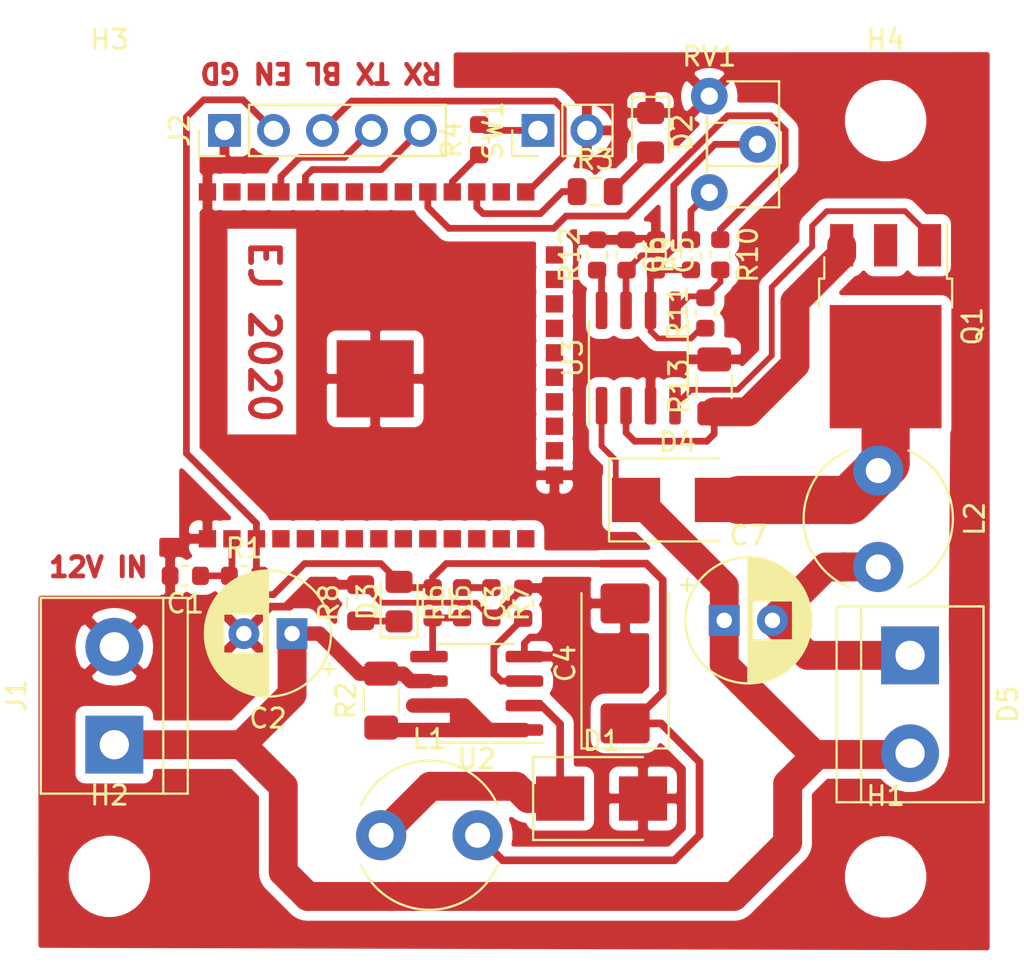
<source format=kicad_pcb>
(kicad_pcb (version 20171130) (host pcbnew "(6.0.0-rc1-dev-1546-g786ee0e)")

  (general
    (thickness 1.6)
    (drawings 3)
    (tracks 213)
    (zones 0)
    (modules 39)
    (nets 55)
  )

  (page A4)
  (layers
    (0 F.Cu signal)
    (31 B.Cu signal)
    (32 B.Adhes user)
    (33 F.Adhes user)
    (34 B.Paste user)
    (35 F.Paste user)
    (36 B.SilkS user)
    (37 F.SilkS user)
    (38 B.Mask user)
    (39 F.Mask user)
    (40 Dwgs.User user)
    (41 Cmts.User user)
    (42 Eco1.User user)
    (43 Eco2.User user)
    (44 Edge.Cuts user)
    (45 Margin user)
    (46 B.CrtYd user)
    (47 F.CrtYd user)
    (48 B.Fab user)
    (49 F.Fab user)
  )

  (setup
    (last_trace_width 0.4)
    (user_trace_width 0.3)
    (user_trace_width 0.35)
    (user_trace_width 0.4)
    (user_trace_width 0.75)
    (user_trace_width 1)
    (user_trace_width 1.5)
    (user_trace_width 2)
    (user_trace_width 2.5)
    (trace_clearance 0.2)
    (zone_clearance 0.508)
    (zone_45_only no)
    (trace_min 0.2)
    (via_size 0.8)
    (via_drill 0.4)
    (via_min_size 0.4)
    (via_min_drill 0.3)
    (uvia_size 0.3)
    (uvia_drill 0.1)
    (uvias_allowed no)
    (uvia_min_size 0.2)
    (uvia_min_drill 0.1)
    (edge_width 0.05)
    (segment_width 0.2)
    (pcb_text_width 0.3)
    (pcb_text_size 1.5 1.5)
    (mod_edge_width 0.12)
    (mod_text_size 1 1)
    (mod_text_width 0.15)
    (pad_size 1.9 1.9)
    (pad_drill 0.9)
    (pad_to_mask_clearance 0.051)
    (solder_mask_min_width 0.25)
    (aux_axis_origin 0 0)
    (visible_elements FFFFFF7F)
    (pcbplotparams
      (layerselection 0x00000_7fffffff)
      (usegerberextensions false)
      (usegerberattributes false)
      (usegerberadvancedattributes false)
      (creategerberjobfile false)
      (excludeedgelayer false)
      (linewidth 0.100000)
      (plotframeref false)
      (viasonmask false)
      (mode 1)
      (useauxorigin false)
      (hpglpennumber 1)
      (hpglpenspeed 20)
      (hpglpendiameter 15.000000)
      (psnegative false)
      (psa4output false)
      (plotreference false)
      (plotvalue false)
      (plotinvisibletext false)
      (padsonsilk true)
      (subtractmaskfromsilk false)
      (outputformat 5)
      (mirror true)
      (drillshape 1)
      (scaleselection 1)
      (outputdirectory ""))
  )

  (net 0 "")
  (net 1 GNDD)
  (net 2 +3V3)
  (net 3 +24V)
  (net 4 "Net-(C3-Pad1)")
  (net 5 "Net-(C5-Pad2)")
  (net 6 "Net-(C6-Pad2)")
  (net 7 "Net-(D1-Pad1)")
  (net 8 "Net-(D2-Pad2)")
  (net 9 "Net-(D3-Pad1)")
  (net 10 "Net-(D4-Pad2)")
  (net 11 /esp_prg_rx)
  (net 12 /esp_prg_tx)
  (net 13 /esp_prg_bl)
  (net 14 /esp_prg_en)
  (net 15 "Net-(Q1-Pad3)")
  (net 16 "Net-(Q1-Pad1)")
  (net 17 "Net-(R2-Pad1)")
  (net 18 "Net-(R3-Pad1)")
  (net 19 "Net-(R4-Pad1)")
  (net 20 "Net-(R5-Pad2)")
  (net 21 "Net-(R6-Pad2)")
  (net 22 "Net-(R9-Pad2)")
  (net 23 "Net-(R10-Pad2)")
  (net 24 LIGHT_PWM)
  (net 25 "Net-(R12-Pad1)")
  (net 26 "Net-(U1-Pad37)")
  (net 27 "Net-(U1-Pad36)")
  (net 28 "Net-(U1-Pad33)")
  (net 29 "Net-(U1-Pad32)")
  (net 30 "Net-(U1-Pad31)")
  (net 31 "Net-(U1-Pad30)")
  (net 32 "Net-(U1-Pad26)")
  (net 33 "Net-(U1-Pad24)")
  (net 34 "Net-(U1-Pad23)")
  (net 35 "Net-(U1-Pad22)")
  (net 36 "Net-(U1-Pad21)")
  (net 37 "Net-(U1-Pad20)")
  (net 38 "Net-(U1-Pad19)")
  (net 39 "Net-(U1-Pad18)")
  (net 40 "Net-(U1-Pad17)")
  (net 41 "Net-(U1-Pad16)")
  (net 42 "Net-(U1-Pad14)")
  (net 43 "Net-(U1-Pad13)")
  (net 44 "Net-(U1-Pad12)")
  (net 45 "Net-(U1-Pad11)")
  (net 46 "Net-(U1-Pad10)")
  (net 47 "Net-(U1-Pad9)")
  (net 48 "Net-(U1-Pad8)")
  (net 49 "Net-(U1-Pad7)")
  (net 50 "Net-(U1-Pad6)")
  (net 51 "Net-(U1-Pad5)")
  (net 52 "Net-(U1-Pad4)")
  (net 53 "Net-(R4-Pad2)")
  (net 54 "Net-(C7-Pad2)")

  (net_class Default "Dies ist die voreingestellte Netzklasse."
    (clearance 0.2)
    (trace_width 0.25)
    (via_dia 0.8)
    (via_drill 0.4)
    (uvia_dia 0.3)
    (uvia_drill 0.1)
    (add_net +24V)
    (add_net +3V3)
    (add_net /esp_prg_bl)
    (add_net /esp_prg_en)
    (add_net /esp_prg_rx)
    (add_net /esp_prg_tx)
    (add_net GNDD)
    (add_net LIGHT_PWM)
    (add_net "Net-(C3-Pad1)")
    (add_net "Net-(C5-Pad2)")
    (add_net "Net-(C6-Pad2)")
    (add_net "Net-(C7-Pad2)")
    (add_net "Net-(D1-Pad1)")
    (add_net "Net-(D2-Pad2)")
    (add_net "Net-(D3-Pad1)")
    (add_net "Net-(D4-Pad2)")
    (add_net "Net-(Q1-Pad1)")
    (add_net "Net-(Q1-Pad3)")
    (add_net "Net-(R10-Pad2)")
    (add_net "Net-(R12-Pad1)")
    (add_net "Net-(R2-Pad1)")
    (add_net "Net-(R3-Pad1)")
    (add_net "Net-(R4-Pad1)")
    (add_net "Net-(R4-Pad2)")
    (add_net "Net-(R5-Pad2)")
    (add_net "Net-(R6-Pad2)")
    (add_net "Net-(R9-Pad2)")
    (add_net "Net-(U1-Pad10)")
    (add_net "Net-(U1-Pad11)")
    (add_net "Net-(U1-Pad12)")
    (add_net "Net-(U1-Pad13)")
    (add_net "Net-(U1-Pad14)")
    (add_net "Net-(U1-Pad16)")
    (add_net "Net-(U1-Pad17)")
    (add_net "Net-(U1-Pad18)")
    (add_net "Net-(U1-Pad19)")
    (add_net "Net-(U1-Pad20)")
    (add_net "Net-(U1-Pad21)")
    (add_net "Net-(U1-Pad22)")
    (add_net "Net-(U1-Pad23)")
    (add_net "Net-(U1-Pad24)")
    (add_net "Net-(U1-Pad26)")
    (add_net "Net-(U1-Pad30)")
    (add_net "Net-(U1-Pad31)")
    (add_net "Net-(U1-Pad32)")
    (add_net "Net-(U1-Pad33)")
    (add_net "Net-(U1-Pad36)")
    (add_net "Net-(U1-Pad37)")
    (add_net "Net-(U1-Pad4)")
    (add_net "Net-(U1-Pad5)")
    (add_net "Net-(U1-Pad6)")
    (add_net "Net-(U1-Pad7)")
    (add_net "Net-(U1-Pad8)")
    (add_net "Net-(U1-Pad9)")
  )

  (module Capacitor_Tantalum_SMD:CP_EIA-7343-15_Kemet-W (layer F.Cu) (tedit 5B301BBE) (tstamp 5DF08018)
    (at 87.5792 123.7996 90)
    (descr "Tantalum Capacitor SMD Kemet-W (7343-15 Metric), IPC_7351 nominal, (Body size from: http://www.kemet.com/Lists/ProductCatalog/Attachments/253/KEM_TC101_STD.pdf), generated with kicad-footprint-generator")
    (tags "capacitor tantalum")
    (path /5DF09431)
    (attr smd)
    (fp_text reference C4 (at 0 -3.1 90) (layer F.SilkS)
      (effects (font (size 1 1) (thickness 0.15)))
    )
    (fp_text value 220u (at 0 3.1 90) (layer F.Fab)
      (effects (font (size 1 1) (thickness 0.15)))
    )
    (fp_text user %R (at 0 0 90) (layer F.Fab)
      (effects (font (size 1 1) (thickness 0.15)))
    )
    (fp_line (start 4.4 2.4) (end -4.4 2.4) (layer F.CrtYd) (width 0.05))
    (fp_line (start 4.4 -2.4) (end 4.4 2.4) (layer F.CrtYd) (width 0.05))
    (fp_line (start -4.4 -2.4) (end 4.4 -2.4) (layer F.CrtYd) (width 0.05))
    (fp_line (start -4.4 2.4) (end -4.4 -2.4) (layer F.CrtYd) (width 0.05))
    (fp_line (start -4.41 2.26) (end 3.65 2.26) (layer F.SilkS) (width 0.12))
    (fp_line (start -4.41 -2.26) (end -4.41 2.26) (layer F.SilkS) (width 0.12))
    (fp_line (start 3.65 -2.26) (end -4.41 -2.26) (layer F.SilkS) (width 0.12))
    (fp_line (start 3.65 2.15) (end 3.65 -2.15) (layer F.Fab) (width 0.1))
    (fp_line (start -3.65 2.15) (end 3.65 2.15) (layer F.Fab) (width 0.1))
    (fp_line (start -3.65 -1.15) (end -3.65 2.15) (layer F.Fab) (width 0.1))
    (fp_line (start -2.65 -2.15) (end -3.65 -1.15) (layer F.Fab) (width 0.1))
    (fp_line (start 3.65 -2.15) (end -2.65 -2.15) (layer F.Fab) (width 0.1))
    (pad 2 smd roundrect (at 3.1125 0 90) (size 2.075 2.55) (layers F.Cu F.Paste F.Mask) (roundrect_rratio 0.120482)
      (net 1 GNDD))
    (pad 1 smd roundrect (at -3.1125 0 90) (size 2.075 2.55) (layers F.Cu F.Paste F.Mask) (roundrect_rratio 0.120482)
      (net 2 +3V3))
    (model ${KISYS3DMOD}/Capacitor_Tantalum_SMD.3dshapes/CP_EIA-7343-15_Kemet-W.wrl
      (at (xyz 0 0 0))
      (scale (xyz 1 1 1))
      (rotate (xyz 0 0 0))
    )
  )

  (module Diode_SMD:D_SMB (layer F.Cu) (tedit 58645DF3) (tstamp 5E2B210A)
    (at 86.36 130.81)
    (descr "Diode SMB (DO-214AA)")
    (tags "Diode SMB (DO-214AA)")
    (path /5E2C7984)
    (attr smd)
    (fp_text reference D1 (at 0 -3) (layer F.SilkS)
      (effects (font (size 1 1) (thickness 0.15)))
    )
    (fp_text value D_Schottky (at 0 3.1) (layer F.Fab)
      (effects (font (size 1 1) (thickness 0.15)))
    )
    (fp_line (start -3.55 -2.15) (end 2.15 -2.15) (layer F.SilkS) (width 0.12))
    (fp_line (start -3.55 2.15) (end 2.15 2.15) (layer F.SilkS) (width 0.12))
    (fp_line (start -0.64944 0.00102) (end 0.50118 -0.79908) (layer F.Fab) (width 0.1))
    (fp_line (start -0.64944 0.00102) (end 0.50118 0.75032) (layer F.Fab) (width 0.1))
    (fp_line (start 0.50118 0.75032) (end 0.50118 -0.79908) (layer F.Fab) (width 0.1))
    (fp_line (start -0.64944 -0.79908) (end -0.64944 0.80112) (layer F.Fab) (width 0.1))
    (fp_line (start 0.50118 0.00102) (end 1.4994 0.00102) (layer F.Fab) (width 0.1))
    (fp_line (start -0.64944 0.00102) (end -1.55114 0.00102) (layer F.Fab) (width 0.1))
    (fp_line (start -3.65 2.25) (end -3.65 -2.25) (layer F.CrtYd) (width 0.05))
    (fp_line (start 3.65 2.25) (end -3.65 2.25) (layer F.CrtYd) (width 0.05))
    (fp_line (start 3.65 -2.25) (end 3.65 2.25) (layer F.CrtYd) (width 0.05))
    (fp_line (start -3.65 -2.25) (end 3.65 -2.25) (layer F.CrtYd) (width 0.05))
    (fp_line (start 2.3 -2) (end -2.3 -2) (layer F.Fab) (width 0.1))
    (fp_line (start 2.3 -2) (end 2.3 2) (layer F.Fab) (width 0.1))
    (fp_line (start -2.3 2) (end -2.3 -2) (layer F.Fab) (width 0.1))
    (fp_line (start 2.3 2) (end -2.3 2) (layer F.Fab) (width 0.1))
    (fp_line (start -3.55 -2.15) (end -3.55 2.15) (layer F.SilkS) (width 0.12))
    (fp_text user %R (at 0 -3) (layer F.Fab)
      (effects (font (size 1 1) (thickness 0.15)))
    )
    (pad 2 smd rect (at 2.15 0) (size 2.5 2.3) (layers F.Cu F.Paste F.Mask)
      (net 1 GNDD))
    (pad 1 smd rect (at -2.15 0) (size 2.5 2.3) (layers F.Cu F.Paste F.Mask)
      (net 7 "Net-(D1-Pad1)"))
    (model ${KISYS3DMOD}/Diode_SMD.3dshapes/D_SMB.wrl
      (at (xyz 0 0 0))
      (scale (xyz 1 1 1))
      (rotate (xyz 0 0 0))
    )
  )

  (module Diode_SMD:D_SMB (layer F.Cu) (tedit 58645DF3) (tstamp 5DF08098)
    (at 90.297 115.316)
    (descr "Diode SMB (DO-214AA)")
    (tags "Diode SMB (DO-214AA)")
    (path /5DF71199)
    (attr smd)
    (fp_text reference D4 (at 0 -3) (layer F.SilkS)
      (effects (font (size 1 1) (thickness 0.15)))
    )
    (fp_text value D_Schottky (at 0 3.1) (layer F.Fab)
      (effects (font (size 1 1) (thickness 0.15)))
    )
    (fp_line (start -3.55 -2.15) (end 2.15 -2.15) (layer F.SilkS) (width 0.12))
    (fp_line (start -3.55 2.15) (end 2.15 2.15) (layer F.SilkS) (width 0.12))
    (fp_line (start -0.64944 0.00102) (end 0.50118 -0.79908) (layer F.Fab) (width 0.1))
    (fp_line (start -0.64944 0.00102) (end 0.50118 0.75032) (layer F.Fab) (width 0.1))
    (fp_line (start 0.50118 0.75032) (end 0.50118 -0.79908) (layer F.Fab) (width 0.1))
    (fp_line (start -0.64944 -0.79908) (end -0.64944 0.80112) (layer F.Fab) (width 0.1))
    (fp_line (start 0.50118 0.00102) (end 1.4994 0.00102) (layer F.Fab) (width 0.1))
    (fp_line (start -0.64944 0.00102) (end -1.55114 0.00102) (layer F.Fab) (width 0.1))
    (fp_line (start -3.65 2.25) (end -3.65 -2.25) (layer F.CrtYd) (width 0.05))
    (fp_line (start 3.65 2.25) (end -3.65 2.25) (layer F.CrtYd) (width 0.05))
    (fp_line (start 3.65 -2.25) (end 3.65 2.25) (layer F.CrtYd) (width 0.05))
    (fp_line (start -3.65 -2.25) (end 3.65 -2.25) (layer F.CrtYd) (width 0.05))
    (fp_line (start 2.3 -2) (end -2.3 -2) (layer F.Fab) (width 0.1))
    (fp_line (start 2.3 -2) (end 2.3 2) (layer F.Fab) (width 0.1))
    (fp_line (start -2.3 2) (end -2.3 -2) (layer F.Fab) (width 0.1))
    (fp_line (start 2.3 2) (end -2.3 2) (layer F.Fab) (width 0.1))
    (fp_line (start -3.55 -2.15) (end -3.55 2.15) (layer F.SilkS) (width 0.12))
    (fp_text user %R (at 0 -3) (layer F.Fab)
      (effects (font (size 1 1) (thickness 0.15)))
    )
    (pad 2 smd rect (at 2.15 0) (size 2.5 2.3) (layers F.Cu F.Paste F.Mask)
      (net 10 "Net-(D4-Pad2)"))
    (pad 1 smd rect (at -2.15 0) (size 2.5 2.3) (layers F.Cu F.Paste F.Mask)
      (net 3 +24V))
    (model ${KISYS3DMOD}/Diode_SMD.3dshapes/D_SMB.wrl
      (at (xyz 0 0 0))
      (scale (xyz 1 1 1))
      (rotate (xyz 0 0 0))
    )
  )

  (module Resistor_SMD:R_0805_2012Metric (layer F.Cu) (tedit 5B36C52B) (tstamp 5DF0A10A)
    (at 86.0275 99.314)
    (descr "Resistor SMD 0805 (2012 Metric), square (rectangular) end terminal, IPC_7351 nominal, (Body size source: https://docs.google.com/spreadsheets/d/1BsfQQcO9C6DZCsRaXUlFlo91Tg2WpOkGARC1WS5S8t0/edit?usp=sharing), generated with kicad-footprint-generator")
    (tags resistor)
    (path /5E0E4E58)
    (attr smd)
    (fp_text reference R3 (at 0 -1.65) (layer F.SilkS)
      (effects (font (size 1 1) (thickness 0.15)))
    )
    (fp_text value 10k (at 0 1.65) (layer F.Fab)
      (effects (font (size 1 1) (thickness 0.15)))
    )
    (fp_text user %R (at 0 0) (layer F.Fab)
      (effects (font (size 0.5 0.5) (thickness 0.08)))
    )
    (fp_line (start 1.68 0.95) (end -1.68 0.95) (layer F.CrtYd) (width 0.05))
    (fp_line (start 1.68 -0.95) (end 1.68 0.95) (layer F.CrtYd) (width 0.05))
    (fp_line (start -1.68 -0.95) (end 1.68 -0.95) (layer F.CrtYd) (width 0.05))
    (fp_line (start -1.68 0.95) (end -1.68 -0.95) (layer F.CrtYd) (width 0.05))
    (fp_line (start -0.258578 0.71) (end 0.258578 0.71) (layer F.SilkS) (width 0.12))
    (fp_line (start -0.258578 -0.71) (end 0.258578 -0.71) (layer F.SilkS) (width 0.12))
    (fp_line (start 1 0.6) (end -1 0.6) (layer F.Fab) (width 0.1))
    (fp_line (start 1 -0.6) (end 1 0.6) (layer F.Fab) (width 0.1))
    (fp_line (start -1 -0.6) (end 1 -0.6) (layer F.Fab) (width 0.1))
    (fp_line (start -1 0.6) (end -1 -0.6) (layer F.Fab) (width 0.1))
    (pad 2 smd roundrect (at 0.9375 0) (size 0.975 1.4) (layers F.Cu F.Paste F.Mask) (roundrect_rratio 0.25)
      (net 8 "Net-(D2-Pad2)"))
    (pad 1 smd roundrect (at -0.9375 0) (size 0.975 1.4) (layers F.Cu F.Paste F.Mask) (roundrect_rratio 0.25)
      (net 18 "Net-(R3-Pad1)"))
    (model ${KISYS3DMOD}/Resistor_SMD.3dshapes/R_0805_2012Metric.wrl
      (at (xyz 0 0 0))
      (scale (xyz 1 1 1))
      (rotate (xyz 0 0 0))
    )
  )

  (module Capacitor_THT:CP_Radial_D6.3mm_P2.50mm (layer F.Cu) (tedit 5AE50EF0) (tstamp 5E2B7F5F)
    (at 70.3072 122.2502 180)
    (descr "CP, Radial series, Radial, pin pitch=2.50mm, , diameter=6.3mm, Electrolytic Capacitor")
    (tags "CP Radial series Radial pin pitch 2.50mm  diameter 6.3mm Electrolytic Capacitor")
    (path /5DF13D02)
    (fp_text reference C2 (at 1.25 -4.4 180) (layer F.SilkS)
      (effects (font (size 1 1) (thickness 0.15)))
    )
    (fp_text value 100u (at 1.25 4.4 180) (layer F.Fab)
      (effects (font (size 1 1) (thickness 0.15)))
    )
    (fp_text user %R (at 1.25 0 180) (layer F.Fab)
      (effects (font (size 1 1) (thickness 0.15)))
    )
    (fp_line (start -1.935241 -2.154) (end -1.935241 -1.524) (layer F.SilkS) (width 0.12))
    (fp_line (start -2.250241 -1.839) (end -1.620241 -1.839) (layer F.SilkS) (width 0.12))
    (fp_line (start 4.491 -0.402) (end 4.491 0.402) (layer F.SilkS) (width 0.12))
    (fp_line (start 4.451 -0.633) (end 4.451 0.633) (layer F.SilkS) (width 0.12))
    (fp_line (start 4.411 -0.802) (end 4.411 0.802) (layer F.SilkS) (width 0.12))
    (fp_line (start 4.371 -0.94) (end 4.371 0.94) (layer F.SilkS) (width 0.12))
    (fp_line (start 4.331 -1.059) (end 4.331 1.059) (layer F.SilkS) (width 0.12))
    (fp_line (start 4.291 -1.165) (end 4.291 1.165) (layer F.SilkS) (width 0.12))
    (fp_line (start 4.251 -1.262) (end 4.251 1.262) (layer F.SilkS) (width 0.12))
    (fp_line (start 4.211 -1.35) (end 4.211 1.35) (layer F.SilkS) (width 0.12))
    (fp_line (start 4.171 -1.432) (end 4.171 1.432) (layer F.SilkS) (width 0.12))
    (fp_line (start 4.131 -1.509) (end 4.131 1.509) (layer F.SilkS) (width 0.12))
    (fp_line (start 4.091 -1.581) (end 4.091 1.581) (layer F.SilkS) (width 0.12))
    (fp_line (start 4.051 -1.65) (end 4.051 1.65) (layer F.SilkS) (width 0.12))
    (fp_line (start 4.011 -1.714) (end 4.011 1.714) (layer F.SilkS) (width 0.12))
    (fp_line (start 3.971 -1.776) (end 3.971 1.776) (layer F.SilkS) (width 0.12))
    (fp_line (start 3.931 -1.834) (end 3.931 1.834) (layer F.SilkS) (width 0.12))
    (fp_line (start 3.891 -1.89) (end 3.891 1.89) (layer F.SilkS) (width 0.12))
    (fp_line (start 3.851 -1.944) (end 3.851 1.944) (layer F.SilkS) (width 0.12))
    (fp_line (start 3.811 -1.995) (end 3.811 1.995) (layer F.SilkS) (width 0.12))
    (fp_line (start 3.771 -2.044) (end 3.771 2.044) (layer F.SilkS) (width 0.12))
    (fp_line (start 3.731 -2.092) (end 3.731 2.092) (layer F.SilkS) (width 0.12))
    (fp_line (start 3.691 -2.137) (end 3.691 2.137) (layer F.SilkS) (width 0.12))
    (fp_line (start 3.651 -2.182) (end 3.651 2.182) (layer F.SilkS) (width 0.12))
    (fp_line (start 3.611 -2.224) (end 3.611 2.224) (layer F.SilkS) (width 0.12))
    (fp_line (start 3.571 -2.265) (end 3.571 2.265) (layer F.SilkS) (width 0.12))
    (fp_line (start 3.531 1.04) (end 3.531 2.305) (layer F.SilkS) (width 0.12))
    (fp_line (start 3.531 -2.305) (end 3.531 -1.04) (layer F.SilkS) (width 0.12))
    (fp_line (start 3.491 1.04) (end 3.491 2.343) (layer F.SilkS) (width 0.12))
    (fp_line (start 3.491 -2.343) (end 3.491 -1.04) (layer F.SilkS) (width 0.12))
    (fp_line (start 3.451 1.04) (end 3.451 2.38) (layer F.SilkS) (width 0.12))
    (fp_line (start 3.451 -2.38) (end 3.451 -1.04) (layer F.SilkS) (width 0.12))
    (fp_line (start 3.411 1.04) (end 3.411 2.416) (layer F.SilkS) (width 0.12))
    (fp_line (start 3.411 -2.416) (end 3.411 -1.04) (layer F.SilkS) (width 0.12))
    (fp_line (start 3.371 1.04) (end 3.371 2.45) (layer F.SilkS) (width 0.12))
    (fp_line (start 3.371 -2.45) (end 3.371 -1.04) (layer F.SilkS) (width 0.12))
    (fp_line (start 3.331 1.04) (end 3.331 2.484) (layer F.SilkS) (width 0.12))
    (fp_line (start 3.331 -2.484) (end 3.331 -1.04) (layer F.SilkS) (width 0.12))
    (fp_line (start 3.291 1.04) (end 3.291 2.516) (layer F.SilkS) (width 0.12))
    (fp_line (start 3.291 -2.516) (end 3.291 -1.04) (layer F.SilkS) (width 0.12))
    (fp_line (start 3.251 1.04) (end 3.251 2.548) (layer F.SilkS) (width 0.12))
    (fp_line (start 3.251 -2.548) (end 3.251 -1.04) (layer F.SilkS) (width 0.12))
    (fp_line (start 3.211 1.04) (end 3.211 2.578) (layer F.SilkS) (width 0.12))
    (fp_line (start 3.211 -2.578) (end 3.211 -1.04) (layer F.SilkS) (width 0.12))
    (fp_line (start 3.171 1.04) (end 3.171 2.607) (layer F.SilkS) (width 0.12))
    (fp_line (start 3.171 -2.607) (end 3.171 -1.04) (layer F.SilkS) (width 0.12))
    (fp_line (start 3.131 1.04) (end 3.131 2.636) (layer F.SilkS) (width 0.12))
    (fp_line (start 3.131 -2.636) (end 3.131 -1.04) (layer F.SilkS) (width 0.12))
    (fp_line (start 3.091 1.04) (end 3.091 2.664) (layer F.SilkS) (width 0.12))
    (fp_line (start 3.091 -2.664) (end 3.091 -1.04) (layer F.SilkS) (width 0.12))
    (fp_line (start 3.051 1.04) (end 3.051 2.69) (layer F.SilkS) (width 0.12))
    (fp_line (start 3.051 -2.69) (end 3.051 -1.04) (layer F.SilkS) (width 0.12))
    (fp_line (start 3.011 1.04) (end 3.011 2.716) (layer F.SilkS) (width 0.12))
    (fp_line (start 3.011 -2.716) (end 3.011 -1.04) (layer F.SilkS) (width 0.12))
    (fp_line (start 2.971 1.04) (end 2.971 2.742) (layer F.SilkS) (width 0.12))
    (fp_line (start 2.971 -2.742) (end 2.971 -1.04) (layer F.SilkS) (width 0.12))
    (fp_line (start 2.931 1.04) (end 2.931 2.766) (layer F.SilkS) (width 0.12))
    (fp_line (start 2.931 -2.766) (end 2.931 -1.04) (layer F.SilkS) (width 0.12))
    (fp_line (start 2.891 1.04) (end 2.891 2.79) (layer F.SilkS) (width 0.12))
    (fp_line (start 2.891 -2.79) (end 2.891 -1.04) (layer F.SilkS) (width 0.12))
    (fp_line (start 2.851 1.04) (end 2.851 2.812) (layer F.SilkS) (width 0.12))
    (fp_line (start 2.851 -2.812) (end 2.851 -1.04) (layer F.SilkS) (width 0.12))
    (fp_line (start 2.811 1.04) (end 2.811 2.834) (layer F.SilkS) (width 0.12))
    (fp_line (start 2.811 -2.834) (end 2.811 -1.04) (layer F.SilkS) (width 0.12))
    (fp_line (start 2.771 1.04) (end 2.771 2.856) (layer F.SilkS) (width 0.12))
    (fp_line (start 2.771 -2.856) (end 2.771 -1.04) (layer F.SilkS) (width 0.12))
    (fp_line (start 2.731 1.04) (end 2.731 2.876) (layer F.SilkS) (width 0.12))
    (fp_line (start 2.731 -2.876) (end 2.731 -1.04) (layer F.SilkS) (width 0.12))
    (fp_line (start 2.691 1.04) (end 2.691 2.896) (layer F.SilkS) (width 0.12))
    (fp_line (start 2.691 -2.896) (end 2.691 -1.04) (layer F.SilkS) (width 0.12))
    (fp_line (start 2.651 1.04) (end 2.651 2.916) (layer F.SilkS) (width 0.12))
    (fp_line (start 2.651 -2.916) (end 2.651 -1.04) (layer F.SilkS) (width 0.12))
    (fp_line (start 2.611 1.04) (end 2.611 2.934) (layer F.SilkS) (width 0.12))
    (fp_line (start 2.611 -2.934) (end 2.611 -1.04) (layer F.SilkS) (width 0.12))
    (fp_line (start 2.571 1.04) (end 2.571 2.952) (layer F.SilkS) (width 0.12))
    (fp_line (start 2.571 -2.952) (end 2.571 -1.04) (layer F.SilkS) (width 0.12))
    (fp_line (start 2.531 1.04) (end 2.531 2.97) (layer F.SilkS) (width 0.12))
    (fp_line (start 2.531 -2.97) (end 2.531 -1.04) (layer F.SilkS) (width 0.12))
    (fp_line (start 2.491 1.04) (end 2.491 2.986) (layer F.SilkS) (width 0.12))
    (fp_line (start 2.491 -2.986) (end 2.491 -1.04) (layer F.SilkS) (width 0.12))
    (fp_line (start 2.451 1.04) (end 2.451 3.002) (layer F.SilkS) (width 0.12))
    (fp_line (start 2.451 -3.002) (end 2.451 -1.04) (layer F.SilkS) (width 0.12))
    (fp_line (start 2.411 1.04) (end 2.411 3.018) (layer F.SilkS) (width 0.12))
    (fp_line (start 2.411 -3.018) (end 2.411 -1.04) (layer F.SilkS) (width 0.12))
    (fp_line (start 2.371 1.04) (end 2.371 3.033) (layer F.SilkS) (width 0.12))
    (fp_line (start 2.371 -3.033) (end 2.371 -1.04) (layer F.SilkS) (width 0.12))
    (fp_line (start 2.331 1.04) (end 2.331 3.047) (layer F.SilkS) (width 0.12))
    (fp_line (start 2.331 -3.047) (end 2.331 -1.04) (layer F.SilkS) (width 0.12))
    (fp_line (start 2.291 1.04) (end 2.291 3.061) (layer F.SilkS) (width 0.12))
    (fp_line (start 2.291 -3.061) (end 2.291 -1.04) (layer F.SilkS) (width 0.12))
    (fp_line (start 2.251 1.04) (end 2.251 3.074) (layer F.SilkS) (width 0.12))
    (fp_line (start 2.251 -3.074) (end 2.251 -1.04) (layer F.SilkS) (width 0.12))
    (fp_line (start 2.211 1.04) (end 2.211 3.086) (layer F.SilkS) (width 0.12))
    (fp_line (start 2.211 -3.086) (end 2.211 -1.04) (layer F.SilkS) (width 0.12))
    (fp_line (start 2.171 1.04) (end 2.171 3.098) (layer F.SilkS) (width 0.12))
    (fp_line (start 2.171 -3.098) (end 2.171 -1.04) (layer F.SilkS) (width 0.12))
    (fp_line (start 2.131 1.04) (end 2.131 3.11) (layer F.SilkS) (width 0.12))
    (fp_line (start 2.131 -3.11) (end 2.131 -1.04) (layer F.SilkS) (width 0.12))
    (fp_line (start 2.091 1.04) (end 2.091 3.121) (layer F.SilkS) (width 0.12))
    (fp_line (start 2.091 -3.121) (end 2.091 -1.04) (layer F.SilkS) (width 0.12))
    (fp_line (start 2.051 1.04) (end 2.051 3.131) (layer F.SilkS) (width 0.12))
    (fp_line (start 2.051 -3.131) (end 2.051 -1.04) (layer F.SilkS) (width 0.12))
    (fp_line (start 2.011 1.04) (end 2.011 3.141) (layer F.SilkS) (width 0.12))
    (fp_line (start 2.011 -3.141) (end 2.011 -1.04) (layer F.SilkS) (width 0.12))
    (fp_line (start 1.971 1.04) (end 1.971 3.15) (layer F.SilkS) (width 0.12))
    (fp_line (start 1.971 -3.15) (end 1.971 -1.04) (layer F.SilkS) (width 0.12))
    (fp_line (start 1.93 1.04) (end 1.93 3.159) (layer F.SilkS) (width 0.12))
    (fp_line (start 1.93 -3.159) (end 1.93 -1.04) (layer F.SilkS) (width 0.12))
    (fp_line (start 1.89 1.04) (end 1.89 3.167) (layer F.SilkS) (width 0.12))
    (fp_line (start 1.89 -3.167) (end 1.89 -1.04) (layer F.SilkS) (width 0.12))
    (fp_line (start 1.85 1.04) (end 1.85 3.175) (layer F.SilkS) (width 0.12))
    (fp_line (start 1.85 -3.175) (end 1.85 -1.04) (layer F.SilkS) (width 0.12))
    (fp_line (start 1.81 1.04) (end 1.81 3.182) (layer F.SilkS) (width 0.12))
    (fp_line (start 1.81 -3.182) (end 1.81 -1.04) (layer F.SilkS) (width 0.12))
    (fp_line (start 1.77 1.04) (end 1.77 3.189) (layer F.SilkS) (width 0.12))
    (fp_line (start 1.77 -3.189) (end 1.77 -1.04) (layer F.SilkS) (width 0.12))
    (fp_line (start 1.73 1.04) (end 1.73 3.195) (layer F.SilkS) (width 0.12))
    (fp_line (start 1.73 -3.195) (end 1.73 -1.04) (layer F.SilkS) (width 0.12))
    (fp_line (start 1.69 1.04) (end 1.69 3.201) (layer F.SilkS) (width 0.12))
    (fp_line (start 1.69 -3.201) (end 1.69 -1.04) (layer F.SilkS) (width 0.12))
    (fp_line (start 1.65 1.04) (end 1.65 3.206) (layer F.SilkS) (width 0.12))
    (fp_line (start 1.65 -3.206) (end 1.65 -1.04) (layer F.SilkS) (width 0.12))
    (fp_line (start 1.61 1.04) (end 1.61 3.211) (layer F.SilkS) (width 0.12))
    (fp_line (start 1.61 -3.211) (end 1.61 -1.04) (layer F.SilkS) (width 0.12))
    (fp_line (start 1.57 1.04) (end 1.57 3.215) (layer F.SilkS) (width 0.12))
    (fp_line (start 1.57 -3.215) (end 1.57 -1.04) (layer F.SilkS) (width 0.12))
    (fp_line (start 1.53 1.04) (end 1.53 3.218) (layer F.SilkS) (width 0.12))
    (fp_line (start 1.53 -3.218) (end 1.53 -1.04) (layer F.SilkS) (width 0.12))
    (fp_line (start 1.49 1.04) (end 1.49 3.222) (layer F.SilkS) (width 0.12))
    (fp_line (start 1.49 -3.222) (end 1.49 -1.04) (layer F.SilkS) (width 0.12))
    (fp_line (start 1.45 -3.224) (end 1.45 3.224) (layer F.SilkS) (width 0.12))
    (fp_line (start 1.41 -3.227) (end 1.41 3.227) (layer F.SilkS) (width 0.12))
    (fp_line (start 1.37 -3.228) (end 1.37 3.228) (layer F.SilkS) (width 0.12))
    (fp_line (start 1.33 -3.23) (end 1.33 3.23) (layer F.SilkS) (width 0.12))
    (fp_line (start 1.29 -3.23) (end 1.29 3.23) (layer F.SilkS) (width 0.12))
    (fp_line (start 1.25 -3.23) (end 1.25 3.23) (layer F.SilkS) (width 0.12))
    (fp_line (start -1.128972 -1.6885) (end -1.128972 -1.0585) (layer F.Fab) (width 0.1))
    (fp_line (start -1.443972 -1.3735) (end -0.813972 -1.3735) (layer F.Fab) (width 0.1))
    (fp_circle (center 1.25 0) (end 4.65 0) (layer F.CrtYd) (width 0.05))
    (fp_circle (center 1.25 0) (end 4.52 0) (layer F.SilkS) (width 0.12))
    (fp_circle (center 1.25 0) (end 4.4 0) (layer F.Fab) (width 0.1))
    (pad 2 thru_hole circle (at 2.5 0 180) (size 1.6 1.6) (drill 0.8) (layers *.Cu *.Mask)
      (net 1 GNDD))
    (pad 1 thru_hole rect (at 0 0 180) (size 1.6 1.6) (drill 0.8) (layers *.Cu *.Mask)
      (net 3 +24V))
    (model ${KISYS3DMOD}/Capacitor_THT.3dshapes/CP_Radial_D6.3mm_P2.50mm.wrl
      (at (xyz 0 0 0))
      (scale (xyz 1 1 1))
      (rotate (xyz 0 0 0))
    )
  )

  (module Capacitor_THT:CP_Radial_D6.3mm_P2.50mm (layer F.Cu) (tedit 5AE50EF0) (tstamp 5E2B7134)
    (at 92.7227 121.5644)
    (descr "CP, Radial series, Radial, pin pitch=2.50mm, , diameter=6.3mm, Electrolytic Capacitor")
    (tags "CP Radial series Radial pin pitch 2.50mm  diameter 6.3mm Electrolytic Capacitor")
    (path /5E2BE18E)
    (fp_text reference C7 (at 1.25 -4.4) (layer F.SilkS)
      (effects (font (size 1 1) (thickness 0.15)))
    )
    (fp_text value 100u (at 1.25 4.4) (layer F.Fab)
      (effects (font (size 1 1) (thickness 0.15)))
    )
    (fp_text user %R (at 1.25 0) (layer F.Fab)
      (effects (font (size 1 1) (thickness 0.15)))
    )
    (fp_line (start -1.935241 -2.154) (end -1.935241 -1.524) (layer F.SilkS) (width 0.12))
    (fp_line (start -2.250241 -1.839) (end -1.620241 -1.839) (layer F.SilkS) (width 0.12))
    (fp_line (start 4.491 -0.402) (end 4.491 0.402) (layer F.SilkS) (width 0.12))
    (fp_line (start 4.451 -0.633) (end 4.451 0.633) (layer F.SilkS) (width 0.12))
    (fp_line (start 4.411 -0.802) (end 4.411 0.802) (layer F.SilkS) (width 0.12))
    (fp_line (start 4.371 -0.94) (end 4.371 0.94) (layer F.SilkS) (width 0.12))
    (fp_line (start 4.331 -1.059) (end 4.331 1.059) (layer F.SilkS) (width 0.12))
    (fp_line (start 4.291 -1.165) (end 4.291 1.165) (layer F.SilkS) (width 0.12))
    (fp_line (start 4.251 -1.262) (end 4.251 1.262) (layer F.SilkS) (width 0.12))
    (fp_line (start 4.211 -1.35) (end 4.211 1.35) (layer F.SilkS) (width 0.12))
    (fp_line (start 4.171 -1.432) (end 4.171 1.432) (layer F.SilkS) (width 0.12))
    (fp_line (start 4.131 -1.509) (end 4.131 1.509) (layer F.SilkS) (width 0.12))
    (fp_line (start 4.091 -1.581) (end 4.091 1.581) (layer F.SilkS) (width 0.12))
    (fp_line (start 4.051 -1.65) (end 4.051 1.65) (layer F.SilkS) (width 0.12))
    (fp_line (start 4.011 -1.714) (end 4.011 1.714) (layer F.SilkS) (width 0.12))
    (fp_line (start 3.971 -1.776) (end 3.971 1.776) (layer F.SilkS) (width 0.12))
    (fp_line (start 3.931 -1.834) (end 3.931 1.834) (layer F.SilkS) (width 0.12))
    (fp_line (start 3.891 -1.89) (end 3.891 1.89) (layer F.SilkS) (width 0.12))
    (fp_line (start 3.851 -1.944) (end 3.851 1.944) (layer F.SilkS) (width 0.12))
    (fp_line (start 3.811 -1.995) (end 3.811 1.995) (layer F.SilkS) (width 0.12))
    (fp_line (start 3.771 -2.044) (end 3.771 2.044) (layer F.SilkS) (width 0.12))
    (fp_line (start 3.731 -2.092) (end 3.731 2.092) (layer F.SilkS) (width 0.12))
    (fp_line (start 3.691 -2.137) (end 3.691 2.137) (layer F.SilkS) (width 0.12))
    (fp_line (start 3.651 -2.182) (end 3.651 2.182) (layer F.SilkS) (width 0.12))
    (fp_line (start 3.611 -2.224) (end 3.611 2.224) (layer F.SilkS) (width 0.12))
    (fp_line (start 3.571 -2.265) (end 3.571 2.265) (layer F.SilkS) (width 0.12))
    (fp_line (start 3.531 1.04) (end 3.531 2.305) (layer F.SilkS) (width 0.12))
    (fp_line (start 3.531 -2.305) (end 3.531 -1.04) (layer F.SilkS) (width 0.12))
    (fp_line (start 3.491 1.04) (end 3.491 2.343) (layer F.SilkS) (width 0.12))
    (fp_line (start 3.491 -2.343) (end 3.491 -1.04) (layer F.SilkS) (width 0.12))
    (fp_line (start 3.451 1.04) (end 3.451 2.38) (layer F.SilkS) (width 0.12))
    (fp_line (start 3.451 -2.38) (end 3.451 -1.04) (layer F.SilkS) (width 0.12))
    (fp_line (start 3.411 1.04) (end 3.411 2.416) (layer F.SilkS) (width 0.12))
    (fp_line (start 3.411 -2.416) (end 3.411 -1.04) (layer F.SilkS) (width 0.12))
    (fp_line (start 3.371 1.04) (end 3.371 2.45) (layer F.SilkS) (width 0.12))
    (fp_line (start 3.371 -2.45) (end 3.371 -1.04) (layer F.SilkS) (width 0.12))
    (fp_line (start 3.331 1.04) (end 3.331 2.484) (layer F.SilkS) (width 0.12))
    (fp_line (start 3.331 -2.484) (end 3.331 -1.04) (layer F.SilkS) (width 0.12))
    (fp_line (start 3.291 1.04) (end 3.291 2.516) (layer F.SilkS) (width 0.12))
    (fp_line (start 3.291 -2.516) (end 3.291 -1.04) (layer F.SilkS) (width 0.12))
    (fp_line (start 3.251 1.04) (end 3.251 2.548) (layer F.SilkS) (width 0.12))
    (fp_line (start 3.251 -2.548) (end 3.251 -1.04) (layer F.SilkS) (width 0.12))
    (fp_line (start 3.211 1.04) (end 3.211 2.578) (layer F.SilkS) (width 0.12))
    (fp_line (start 3.211 -2.578) (end 3.211 -1.04) (layer F.SilkS) (width 0.12))
    (fp_line (start 3.171 1.04) (end 3.171 2.607) (layer F.SilkS) (width 0.12))
    (fp_line (start 3.171 -2.607) (end 3.171 -1.04) (layer F.SilkS) (width 0.12))
    (fp_line (start 3.131 1.04) (end 3.131 2.636) (layer F.SilkS) (width 0.12))
    (fp_line (start 3.131 -2.636) (end 3.131 -1.04) (layer F.SilkS) (width 0.12))
    (fp_line (start 3.091 1.04) (end 3.091 2.664) (layer F.SilkS) (width 0.12))
    (fp_line (start 3.091 -2.664) (end 3.091 -1.04) (layer F.SilkS) (width 0.12))
    (fp_line (start 3.051 1.04) (end 3.051 2.69) (layer F.SilkS) (width 0.12))
    (fp_line (start 3.051 -2.69) (end 3.051 -1.04) (layer F.SilkS) (width 0.12))
    (fp_line (start 3.011 1.04) (end 3.011 2.716) (layer F.SilkS) (width 0.12))
    (fp_line (start 3.011 -2.716) (end 3.011 -1.04) (layer F.SilkS) (width 0.12))
    (fp_line (start 2.971 1.04) (end 2.971 2.742) (layer F.SilkS) (width 0.12))
    (fp_line (start 2.971 -2.742) (end 2.971 -1.04) (layer F.SilkS) (width 0.12))
    (fp_line (start 2.931 1.04) (end 2.931 2.766) (layer F.SilkS) (width 0.12))
    (fp_line (start 2.931 -2.766) (end 2.931 -1.04) (layer F.SilkS) (width 0.12))
    (fp_line (start 2.891 1.04) (end 2.891 2.79) (layer F.SilkS) (width 0.12))
    (fp_line (start 2.891 -2.79) (end 2.891 -1.04) (layer F.SilkS) (width 0.12))
    (fp_line (start 2.851 1.04) (end 2.851 2.812) (layer F.SilkS) (width 0.12))
    (fp_line (start 2.851 -2.812) (end 2.851 -1.04) (layer F.SilkS) (width 0.12))
    (fp_line (start 2.811 1.04) (end 2.811 2.834) (layer F.SilkS) (width 0.12))
    (fp_line (start 2.811 -2.834) (end 2.811 -1.04) (layer F.SilkS) (width 0.12))
    (fp_line (start 2.771 1.04) (end 2.771 2.856) (layer F.SilkS) (width 0.12))
    (fp_line (start 2.771 -2.856) (end 2.771 -1.04) (layer F.SilkS) (width 0.12))
    (fp_line (start 2.731 1.04) (end 2.731 2.876) (layer F.SilkS) (width 0.12))
    (fp_line (start 2.731 -2.876) (end 2.731 -1.04) (layer F.SilkS) (width 0.12))
    (fp_line (start 2.691 1.04) (end 2.691 2.896) (layer F.SilkS) (width 0.12))
    (fp_line (start 2.691 -2.896) (end 2.691 -1.04) (layer F.SilkS) (width 0.12))
    (fp_line (start 2.651 1.04) (end 2.651 2.916) (layer F.SilkS) (width 0.12))
    (fp_line (start 2.651 -2.916) (end 2.651 -1.04) (layer F.SilkS) (width 0.12))
    (fp_line (start 2.611 1.04) (end 2.611 2.934) (layer F.SilkS) (width 0.12))
    (fp_line (start 2.611 -2.934) (end 2.611 -1.04) (layer F.SilkS) (width 0.12))
    (fp_line (start 2.571 1.04) (end 2.571 2.952) (layer F.SilkS) (width 0.12))
    (fp_line (start 2.571 -2.952) (end 2.571 -1.04) (layer F.SilkS) (width 0.12))
    (fp_line (start 2.531 1.04) (end 2.531 2.97) (layer F.SilkS) (width 0.12))
    (fp_line (start 2.531 -2.97) (end 2.531 -1.04) (layer F.SilkS) (width 0.12))
    (fp_line (start 2.491 1.04) (end 2.491 2.986) (layer F.SilkS) (width 0.12))
    (fp_line (start 2.491 -2.986) (end 2.491 -1.04) (layer F.SilkS) (width 0.12))
    (fp_line (start 2.451 1.04) (end 2.451 3.002) (layer F.SilkS) (width 0.12))
    (fp_line (start 2.451 -3.002) (end 2.451 -1.04) (layer F.SilkS) (width 0.12))
    (fp_line (start 2.411 1.04) (end 2.411 3.018) (layer F.SilkS) (width 0.12))
    (fp_line (start 2.411 -3.018) (end 2.411 -1.04) (layer F.SilkS) (width 0.12))
    (fp_line (start 2.371 1.04) (end 2.371 3.033) (layer F.SilkS) (width 0.12))
    (fp_line (start 2.371 -3.033) (end 2.371 -1.04) (layer F.SilkS) (width 0.12))
    (fp_line (start 2.331 1.04) (end 2.331 3.047) (layer F.SilkS) (width 0.12))
    (fp_line (start 2.331 -3.047) (end 2.331 -1.04) (layer F.SilkS) (width 0.12))
    (fp_line (start 2.291 1.04) (end 2.291 3.061) (layer F.SilkS) (width 0.12))
    (fp_line (start 2.291 -3.061) (end 2.291 -1.04) (layer F.SilkS) (width 0.12))
    (fp_line (start 2.251 1.04) (end 2.251 3.074) (layer F.SilkS) (width 0.12))
    (fp_line (start 2.251 -3.074) (end 2.251 -1.04) (layer F.SilkS) (width 0.12))
    (fp_line (start 2.211 1.04) (end 2.211 3.086) (layer F.SilkS) (width 0.12))
    (fp_line (start 2.211 -3.086) (end 2.211 -1.04) (layer F.SilkS) (width 0.12))
    (fp_line (start 2.171 1.04) (end 2.171 3.098) (layer F.SilkS) (width 0.12))
    (fp_line (start 2.171 -3.098) (end 2.171 -1.04) (layer F.SilkS) (width 0.12))
    (fp_line (start 2.131 1.04) (end 2.131 3.11) (layer F.SilkS) (width 0.12))
    (fp_line (start 2.131 -3.11) (end 2.131 -1.04) (layer F.SilkS) (width 0.12))
    (fp_line (start 2.091 1.04) (end 2.091 3.121) (layer F.SilkS) (width 0.12))
    (fp_line (start 2.091 -3.121) (end 2.091 -1.04) (layer F.SilkS) (width 0.12))
    (fp_line (start 2.051 1.04) (end 2.051 3.131) (layer F.SilkS) (width 0.12))
    (fp_line (start 2.051 -3.131) (end 2.051 -1.04) (layer F.SilkS) (width 0.12))
    (fp_line (start 2.011 1.04) (end 2.011 3.141) (layer F.SilkS) (width 0.12))
    (fp_line (start 2.011 -3.141) (end 2.011 -1.04) (layer F.SilkS) (width 0.12))
    (fp_line (start 1.971 1.04) (end 1.971 3.15) (layer F.SilkS) (width 0.12))
    (fp_line (start 1.971 -3.15) (end 1.971 -1.04) (layer F.SilkS) (width 0.12))
    (fp_line (start 1.93 1.04) (end 1.93 3.159) (layer F.SilkS) (width 0.12))
    (fp_line (start 1.93 -3.159) (end 1.93 -1.04) (layer F.SilkS) (width 0.12))
    (fp_line (start 1.89 1.04) (end 1.89 3.167) (layer F.SilkS) (width 0.12))
    (fp_line (start 1.89 -3.167) (end 1.89 -1.04) (layer F.SilkS) (width 0.12))
    (fp_line (start 1.85 1.04) (end 1.85 3.175) (layer F.SilkS) (width 0.12))
    (fp_line (start 1.85 -3.175) (end 1.85 -1.04) (layer F.SilkS) (width 0.12))
    (fp_line (start 1.81 1.04) (end 1.81 3.182) (layer F.SilkS) (width 0.12))
    (fp_line (start 1.81 -3.182) (end 1.81 -1.04) (layer F.SilkS) (width 0.12))
    (fp_line (start 1.77 1.04) (end 1.77 3.189) (layer F.SilkS) (width 0.12))
    (fp_line (start 1.77 -3.189) (end 1.77 -1.04) (layer F.SilkS) (width 0.12))
    (fp_line (start 1.73 1.04) (end 1.73 3.195) (layer F.SilkS) (width 0.12))
    (fp_line (start 1.73 -3.195) (end 1.73 -1.04) (layer F.SilkS) (width 0.12))
    (fp_line (start 1.69 1.04) (end 1.69 3.201) (layer F.SilkS) (width 0.12))
    (fp_line (start 1.69 -3.201) (end 1.69 -1.04) (layer F.SilkS) (width 0.12))
    (fp_line (start 1.65 1.04) (end 1.65 3.206) (layer F.SilkS) (width 0.12))
    (fp_line (start 1.65 -3.206) (end 1.65 -1.04) (layer F.SilkS) (width 0.12))
    (fp_line (start 1.61 1.04) (end 1.61 3.211) (layer F.SilkS) (width 0.12))
    (fp_line (start 1.61 -3.211) (end 1.61 -1.04) (layer F.SilkS) (width 0.12))
    (fp_line (start 1.57 1.04) (end 1.57 3.215) (layer F.SilkS) (width 0.12))
    (fp_line (start 1.57 -3.215) (end 1.57 -1.04) (layer F.SilkS) (width 0.12))
    (fp_line (start 1.53 1.04) (end 1.53 3.218) (layer F.SilkS) (width 0.12))
    (fp_line (start 1.53 -3.218) (end 1.53 -1.04) (layer F.SilkS) (width 0.12))
    (fp_line (start 1.49 1.04) (end 1.49 3.222) (layer F.SilkS) (width 0.12))
    (fp_line (start 1.49 -3.222) (end 1.49 -1.04) (layer F.SilkS) (width 0.12))
    (fp_line (start 1.45 -3.224) (end 1.45 3.224) (layer F.SilkS) (width 0.12))
    (fp_line (start 1.41 -3.227) (end 1.41 3.227) (layer F.SilkS) (width 0.12))
    (fp_line (start 1.37 -3.228) (end 1.37 3.228) (layer F.SilkS) (width 0.12))
    (fp_line (start 1.33 -3.23) (end 1.33 3.23) (layer F.SilkS) (width 0.12))
    (fp_line (start 1.29 -3.23) (end 1.29 3.23) (layer F.SilkS) (width 0.12))
    (fp_line (start 1.25 -3.23) (end 1.25 3.23) (layer F.SilkS) (width 0.12))
    (fp_line (start -1.128972 -1.6885) (end -1.128972 -1.0585) (layer F.Fab) (width 0.1))
    (fp_line (start -1.443972 -1.3735) (end -0.813972 -1.3735) (layer F.Fab) (width 0.1))
    (fp_circle (center 1.25 0) (end 4.65 0) (layer F.CrtYd) (width 0.05))
    (fp_circle (center 1.25 0) (end 4.52 0) (layer F.SilkS) (width 0.12))
    (fp_circle (center 1.25 0) (end 4.4 0) (layer F.Fab) (width 0.1))
    (pad 2 thru_hole circle (at 2.5 0) (size 1.6 1.6) (drill 0.8) (layers *.Cu *.Mask)
      (net 54 "Net-(C7-Pad2)"))
    (pad 1 thru_hole rect (at 0 0) (size 1.6 1.6) (drill 0.8) (layers *.Cu *.Mask)
      (net 3 +24V))
    (model ${KISYS3DMOD}/Capacitor_THT.3dshapes/CP_Radial_D6.3mm_P2.50mm.wrl
      (at (xyz 0 0 0))
      (scale (xyz 1 1 1))
      (rotate (xyz 0 0 0))
    )
  )

  (module Connector_PinHeader_2.54mm:PinHeader_1x05_P2.54mm_Vertical (layer F.Cu) (tedit 59FED5CC) (tstamp 5DF080DB)
    (at 66.802 96.139 90)
    (descr "Through hole straight pin header, 1x05, 2.54mm pitch, single row")
    (tags "Through hole pin header THT 1x05 2.54mm single row")
    (path /5DF47D14)
    (fp_text reference J2 (at 0 -2.33 90) (layer F.SilkS)
      (effects (font (size 1 1) (thickness 0.15)))
    )
    (fp_text value Conn_01x05_Male (at 0 12.49 90) (layer F.Fab)
      (effects (font (size 1 1) (thickness 0.15)))
    )
    (fp_text user %R (at 0 5.08 180) (layer F.Fab)
      (effects (font (size 1 1) (thickness 0.15)))
    )
    (fp_line (start 1.8 -1.8) (end -1.8 -1.8) (layer F.CrtYd) (width 0.05))
    (fp_line (start 1.8 11.95) (end 1.8 -1.8) (layer F.CrtYd) (width 0.05))
    (fp_line (start -1.8 11.95) (end 1.8 11.95) (layer F.CrtYd) (width 0.05))
    (fp_line (start -1.8 -1.8) (end -1.8 11.95) (layer F.CrtYd) (width 0.05))
    (fp_line (start -1.33 -1.33) (end 0 -1.33) (layer F.SilkS) (width 0.12))
    (fp_line (start -1.33 0) (end -1.33 -1.33) (layer F.SilkS) (width 0.12))
    (fp_line (start -1.33 1.27) (end 1.33 1.27) (layer F.SilkS) (width 0.12))
    (fp_line (start 1.33 1.27) (end 1.33 11.49) (layer F.SilkS) (width 0.12))
    (fp_line (start -1.33 1.27) (end -1.33 11.49) (layer F.SilkS) (width 0.12))
    (fp_line (start -1.33 11.49) (end 1.33 11.49) (layer F.SilkS) (width 0.12))
    (fp_line (start -1.27 -0.635) (end -0.635 -1.27) (layer F.Fab) (width 0.1))
    (fp_line (start -1.27 11.43) (end -1.27 -0.635) (layer F.Fab) (width 0.1))
    (fp_line (start 1.27 11.43) (end -1.27 11.43) (layer F.Fab) (width 0.1))
    (fp_line (start 1.27 -1.27) (end 1.27 11.43) (layer F.Fab) (width 0.1))
    (fp_line (start -0.635 -1.27) (end 1.27 -1.27) (layer F.Fab) (width 0.1))
    (pad 5 thru_hole oval (at 0 10.16 90) (size 1.7 1.7) (drill 1) (layers *.Cu *.Mask)
      (net 11 /esp_prg_rx))
    (pad 4 thru_hole oval (at 0 7.62 90) (size 1.7 1.7) (drill 1) (layers *.Cu *.Mask)
      (net 12 /esp_prg_tx))
    (pad 3 thru_hole oval (at 0 5.08 90) (size 1.7 1.7) (drill 1) (layers *.Cu *.Mask)
      (net 13 /esp_prg_bl))
    (pad 2 thru_hole oval (at 0 2.54 90) (size 1.7 1.7) (drill 1) (layers *.Cu *.Mask)
      (net 14 /esp_prg_en))
    (pad 1 thru_hole rect (at 0 0 90) (size 1.7 1.7) (drill 1) (layers *.Cu *.Mask)
      (net 1 GNDD))
    (model ${KISYS3DMOD}/Connector_PinHeader_2.54mm.3dshapes/PinHeader_1x05_P2.54mm_Vertical.wrl
      (at (xyz 0 0 0))
      (scale (xyz 1 1 1))
      (rotate (xyz 0 0 0))
    )
  )

  (module Inductor_THT:L_Radial_D7.5mm_P5.00mm_Fastron_07P (layer F.Cu) (tedit 5AE59B06) (tstamp 5DF080E6)
    (at 74.93 132.715)
    (descr "Inductor, Radial series, Radial, pin pitch=5.00mm, , diameter=7.5mm, Fastron, 07P, http://www.fastrongroup.com/image-show/39/07P.pdf?type=Complete-DataSheet&productType=series")
    (tags "Inductor Radial series Radial pin pitch 5.00mm  diameter 7.5mm Fastron 07P")
    (path /5DF0D2D7)
    (fp_text reference L1 (at 2.5 -5) (layer F.SilkS)
      (effects (font (size 1 1) (thickness 0.15)))
    )
    (fp_text value L (at 2.5 5) (layer F.Fab)
      (effects (font (size 1 1) (thickness 0.15)))
    )
    (fp_text user %R (at 2.5 0) (layer F.Fab)
      (effects (font (size 1 1) (thickness 0.15)))
    )
    (fp_circle (center 2.5 0) (end 6.85 0) (layer F.CrtYd) (width 0.05))
    (fp_circle (center 2.5 0) (end 6.25 0) (layer F.Fab) (width 0.1))
    (fp_arc (start 2.5 0) (end -1.041652 1.56) (angle -132.455667) (layer F.SilkS) (width 0.12))
    (fp_arc (start 2.5 0) (end -1.041652 -1.56) (angle 132.455667) (layer F.SilkS) (width 0.12))
    (pad 2 thru_hole circle (at 5 0) (size 2.6 2.6) (drill 1.3) (layers *.Cu *.Mask)
      (net 2 +3V3))
    (pad 1 thru_hole circle (at 0 0) (size 2.6 2.6) (drill 1.3) (layers *.Cu *.Mask)
      (net 7 "Net-(D1-Pad1)"))
    (model ${KISYS3DMOD}/Inductor_THT.3dshapes/L_Radial_D7.5mm_P5.00mm_Fastron_07P.wrl
      (at (xyz 0 0 0))
      (scale (xyz 1 1 1))
      (rotate (xyz 0 0 0))
    )
  )

  (module Resistor_SMD:R_0805_2012Metric (layer F.Cu) (tedit 5B36C52B) (tstamp 5DF0CB29)
    (at 73.8632 120.65 90)
    (descr "Resistor SMD 0805 (2012 Metric), square (rectangular) end terminal, IPC_7351 nominal, (Body size source: https://docs.google.com/spreadsheets/d/1BsfQQcO9C6DZCsRaXUlFlo91Tg2WpOkGARC1WS5S8t0/edit?usp=sharing), generated with kicad-footprint-generator")
    (tags resistor)
    (path /5DF9B5AD)
    (attr smd)
    (fp_text reference R8 (at 0 -1.65 90) (layer F.SilkS)
      (effects (font (size 1 1) (thickness 0.15)))
    )
    (fp_text value R (at 0 1.65 90) (layer F.Fab)
      (effects (font (size 1 1) (thickness 0.15)))
    )
    (fp_text user %R (at 0 0 90) (layer F.Fab)
      (effects (font (size 0.5 0.5) (thickness 0.08)))
    )
    (fp_line (start 1.68 0.95) (end -1.68 0.95) (layer F.CrtYd) (width 0.05))
    (fp_line (start 1.68 -0.95) (end 1.68 0.95) (layer F.CrtYd) (width 0.05))
    (fp_line (start -1.68 -0.95) (end 1.68 -0.95) (layer F.CrtYd) (width 0.05))
    (fp_line (start -1.68 0.95) (end -1.68 -0.95) (layer F.CrtYd) (width 0.05))
    (fp_line (start -0.258578 0.71) (end 0.258578 0.71) (layer F.SilkS) (width 0.12))
    (fp_line (start -0.258578 -0.71) (end 0.258578 -0.71) (layer F.SilkS) (width 0.12))
    (fp_line (start 1 0.6) (end -1 0.6) (layer F.Fab) (width 0.1))
    (fp_line (start 1 -0.6) (end 1 0.6) (layer F.Fab) (width 0.1))
    (fp_line (start -1 -0.6) (end 1 -0.6) (layer F.Fab) (width 0.1))
    (fp_line (start -1 0.6) (end -1 -0.6) (layer F.Fab) (width 0.1))
    (pad 2 smd roundrect (at 0.9375 0 90) (size 0.975 1.4) (layers F.Cu F.Paste F.Mask) (roundrect_rratio 0.25)
      (net 1 GNDD))
    (pad 1 smd roundrect (at -0.9375 0 90) (size 0.975 1.4) (layers F.Cu F.Paste F.Mask) (roundrect_rratio 0.25)
      (net 9 "Net-(D3-Pad1)"))
    (model ${KISYS3DMOD}/Resistor_SMD.3dshapes/R_0805_2012Metric.wrl
      (at (xyz 0 0 0))
      (scale (xyz 1 1 1))
      (rotate (xyz 0 0 0))
    )
  )

  (module MountingHole:MountingHole_3.2mm_M3 (layer F.Cu) (tedit 56D1B4CB) (tstamp 5DF280B3)
    (at 101.092 95.631)
    (descr "Mounting Hole 3.2mm, no annular, M3")
    (tags "mounting hole 3.2mm no annular m3")
    (path /5DF70E72)
    (attr virtual)
    (fp_text reference H4 (at 0 -4.2) (layer F.SilkS)
      (effects (font (size 1 1) (thickness 0.15)))
    )
    (fp_text value MountingHole (at 0 4.2) (layer F.Fab)
      (effects (font (size 1 1) (thickness 0.15)))
    )
    (fp_circle (center 0 0) (end 3.45 0) (layer F.CrtYd) (width 0.05))
    (fp_circle (center 0 0) (end 3.2 0) (layer Cmts.User) (width 0.15))
    (fp_text user %R (at 0.3 0) (layer F.Fab)
      (effects (font (size 1 1) (thickness 0.15)))
    )
    (pad 1 np_thru_hole circle (at 0 0) (size 3.2 3.2) (drill 3.2) (layers *.Cu *.Mask))
  )

  (module MountingHole:MountingHole_3.2mm_M3 (layer F.Cu) (tedit 56D1B4CB) (tstamp 5DF1AF0F)
    (at 60.833 95.631)
    (descr "Mounting Hole 3.2mm, no annular, M3")
    (tags "mounting hole 3.2mm no annular m3")
    (path /5DF71155)
    (attr virtual)
    (fp_text reference H3 (at 0 -4.2) (layer F.SilkS)
      (effects (font (size 1 1) (thickness 0.15)))
    )
    (fp_text value MountingHole (at 0 4.2) (layer F.Fab)
      (effects (font (size 1 1) (thickness 0.15)))
    )
    (fp_circle (center 0 0) (end 3.45 0) (layer F.CrtYd) (width 0.05))
    (fp_circle (center 0 0) (end 3.2 0) (layer Cmts.User) (width 0.15))
    (fp_text user %R (at 0.3 0) (layer F.Fab)
      (effects (font (size 1 1) (thickness 0.15)))
    )
    (pad 1 np_thru_hole circle (at 0 0) (size 3.2 3.2) (drill 3.2) (layers *.Cu *.Mask))
  )

  (module MountingHole:MountingHole_3.2mm_M3 (layer F.Cu) (tedit 56D1B4CB) (tstamp 5DF27D5F)
    (at 60.833 134.8486)
    (descr "Mounting Hole 3.2mm, no annular, M3")
    (tags "mounting hole 3.2mm no annular m3")
    (path /5DF70CF7)
    (attr virtual)
    (fp_text reference H2 (at 0 -4.2) (layer F.SilkS)
      (effects (font (size 1 1) (thickness 0.15)))
    )
    (fp_text value MountingHole (at 0 4.2) (layer F.Fab)
      (effects (font (size 1 1) (thickness 0.15)))
    )
    (fp_circle (center 0 0) (end 3.45 0) (layer F.CrtYd) (width 0.05))
    (fp_circle (center 0 0) (end 3.2 0) (layer Cmts.User) (width 0.15))
    (fp_text user %R (at 0.3 0) (layer F.Fab)
      (effects (font (size 1 1) (thickness 0.15)))
    )
    (pad 1 np_thru_hole circle (at 0 0) (size 3.2 3.2) (drill 3.2) (layers *.Cu *.Mask))
  )

  (module MountingHole:MountingHole_3.2mm_M3 (layer F.Cu) (tedit 56D1B4CB) (tstamp 5DF19B38)
    (at 101.092 134.874)
    (descr "Mounting Hole 3.2mm, no annular, M3")
    (tags "mounting hole 3.2mm no annular m3")
    (path /5DF71470)
    (attr virtual)
    (fp_text reference H1 (at 0 -4.2) (layer F.SilkS)
      (effects (font (size 1 1) (thickness 0.15)))
    )
    (fp_text value MountingHole (at 0 4.2) (layer F.Fab)
      (effects (font (size 1 1) (thickness 0.15)))
    )
    (fp_circle (center 0 0) (end 3.45 0) (layer F.CrtYd) (width 0.05))
    (fp_circle (center 0 0) (end 3.2 0) (layer Cmts.User) (width 0.15))
    (fp_text user %R (at 0.3 0) (layer F.Fab)
      (effects (font (size 1 1) (thickness 0.15)))
    )
    (pad 1 np_thru_hole circle (at 0 0) (size 3.2 3.2) (drill 3.2) (layers *.Cu *.Mask))
  )

  (module LED_SMD:LED_0805_2012Metric_Pad1.15x1.40mm_HandSolder (layer F.Cu) (tedit 5B4B45C9) (tstamp 5DF08069)
    (at 88.9 96.257 270)
    (descr "LED SMD 0805 (2012 Metric), square (rectangular) end terminal, IPC_7351 nominal, (Body size source: https://docs.google.com/spreadsheets/d/1BsfQQcO9C6DZCsRaXUlFlo91Tg2WpOkGARC1WS5S8t0/edit?usp=sharing), generated with kicad-footprint-generator")
    (tags "LED handsolder")
    (path /5E00FBB9)
    (attr smd)
    (fp_text reference D2 (at 0 -1.65 270) (layer F.SilkS)
      (effects (font (size 1 1) (thickness 0.15)))
    )
    (fp_text value LED (at 0 1.65 270) (layer F.Fab)
      (effects (font (size 1 1) (thickness 0.15)))
    )
    (fp_text user %R (at 0 0 270) (layer F.Fab)
      (effects (font (size 0.5 0.5) (thickness 0.08)))
    )
    (fp_line (start 1.85 0.95) (end -1.85 0.95) (layer F.CrtYd) (width 0.05))
    (fp_line (start 1.85 -0.95) (end 1.85 0.95) (layer F.CrtYd) (width 0.05))
    (fp_line (start -1.85 -0.95) (end 1.85 -0.95) (layer F.CrtYd) (width 0.05))
    (fp_line (start -1.85 0.95) (end -1.85 -0.95) (layer F.CrtYd) (width 0.05))
    (fp_line (start -1.86 0.96) (end 1 0.96) (layer F.SilkS) (width 0.12))
    (fp_line (start -1.86 -0.96) (end -1.86 0.96) (layer F.SilkS) (width 0.12))
    (fp_line (start 1 -0.96) (end -1.86 -0.96) (layer F.SilkS) (width 0.12))
    (fp_line (start 1 0.6) (end 1 -0.6) (layer F.Fab) (width 0.1))
    (fp_line (start -1 0.6) (end 1 0.6) (layer F.Fab) (width 0.1))
    (fp_line (start -1 -0.3) (end -1 0.6) (layer F.Fab) (width 0.1))
    (fp_line (start -0.7 -0.6) (end -1 -0.3) (layer F.Fab) (width 0.1))
    (fp_line (start 1 -0.6) (end -0.7 -0.6) (layer F.Fab) (width 0.1))
    (pad 2 smd roundrect (at 1.025 0 270) (size 1.15 1.4) (layers F.Cu F.Paste F.Mask) (roundrect_rratio 0.217391)
      (net 8 "Net-(D2-Pad2)"))
    (pad 1 smd roundrect (at -1.025 0 270) (size 1.15 1.4) (layers F.Cu F.Paste F.Mask) (roundrect_rratio 0.217391)
      (net 1 GNDD))
    (model ${KISYS3DMOD}/LED_SMD.3dshapes/LED_0805_2012Metric.wrl
      (at (xyz 0 0 0))
      (scale (xyz 1 1 1))
      (rotate (xyz 0 0 0))
    )
  )

  (module Package_SO:SOIC-8_3.9x4.9mm_P1.27mm (layer F.Cu) (tedit 5D9F72B1) (tstamp 5DF21070)
    (at 88.265 107.95 90)
    (descr "SOIC, 8 Pin (JEDEC MS-012AA, https://www.analog.com/media/en/package-pcb-resources/package/pkg_pdf/soic_narrow-r/r_8.pdf), generated with kicad-footprint-generator ipc_gullwing_generator.py")
    (tags "SOIC SO")
    (path /5DF6AAFB)
    (attr smd)
    (fp_text reference U3 (at 0 -3.4 90) (layer F.SilkS)
      (effects (font (size 1 1) (thickness 0.15)))
    )
    (fp_text value HV9910BLG (at 0 3.4 90) (layer F.Fab)
      (effects (font (size 1 1) (thickness 0.15)))
    )
    (fp_text user %R (at 0 0 90) (layer F.Fab)
      (effects (font (size 0.98 0.98) (thickness 0.15)))
    )
    (fp_line (start 3.7 -2.7) (end -3.7 -2.7) (layer F.CrtYd) (width 0.05))
    (fp_line (start 3.7 2.7) (end 3.7 -2.7) (layer F.CrtYd) (width 0.05))
    (fp_line (start -3.7 2.7) (end 3.7 2.7) (layer F.CrtYd) (width 0.05))
    (fp_line (start -3.7 -2.7) (end -3.7 2.7) (layer F.CrtYd) (width 0.05))
    (fp_line (start -1.95 -1.475) (end -0.975 -2.45) (layer F.Fab) (width 0.1))
    (fp_line (start -1.95 2.45) (end -1.95 -1.475) (layer F.Fab) (width 0.1))
    (fp_line (start 1.95 2.45) (end -1.95 2.45) (layer F.Fab) (width 0.1))
    (fp_line (start 1.95 -2.45) (end 1.95 2.45) (layer F.Fab) (width 0.1))
    (fp_line (start -0.975 -2.45) (end 1.95 -2.45) (layer F.Fab) (width 0.1))
    (fp_line (start 0 -2.56) (end -3.45 -2.56) (layer F.SilkS) (width 0.12))
    (fp_line (start 0 -2.56) (end 1.95 -2.56) (layer F.SilkS) (width 0.12))
    (fp_line (start 0 2.56) (end -1.95 2.56) (layer F.SilkS) (width 0.12))
    (fp_line (start 0 2.56) (end 1.95 2.56) (layer F.SilkS) (width 0.12))
    (pad 8 smd roundrect (at 2.475 -1.905 90) (size 1.95 0.6) (layers F.Cu F.Paste F.Mask) (roundrect_rratio 0.25)
      (net 25 "Net-(R12-Pad1)"))
    (pad 7 smd roundrect (at 2.475 -0.635 90) (size 1.95 0.6) (layers F.Cu F.Paste F.Mask) (roundrect_rratio 0.25)
      (net 6 "Net-(C6-Pad2)"))
    (pad 6 smd roundrect (at 2.475 0.635 90) (size 1.95 0.6) (layers F.Cu F.Paste F.Mask) (roundrect_rratio 0.25)
      (net 5 "Net-(C5-Pad2)"))
    (pad 5 smd roundrect (at 2.475 1.905 90) (size 1.95 0.6) (layers F.Cu F.Paste F.Mask) (roundrect_rratio 0.25)
      (net 23 "Net-(R10-Pad2)"))
    (pad 4 smd roundrect (at -2.475 1.905 90) (size 1.95 0.6) (layers F.Cu F.Paste F.Mask) (roundrect_rratio 0.25)
      (net 16 "Net-(Q1-Pad1)"))
    (pad 3 smd roundrect (at -2.475 0.635 90) (size 1.95 0.6) (layers F.Cu F.Paste F.Mask) (roundrect_rratio 0.25)
      (net 1 GNDD))
    (pad 2 smd roundrect (at -2.475 -0.635 90) (size 1.95 0.6) (layers F.Cu F.Paste F.Mask) (roundrect_rratio 0.25)
      (net 15 "Net-(Q1-Pad3)"))
    (pad 1 smd roundrect (at -2.475 -1.905 90) (size 1.95 0.6) (layers F.Cu F.Paste F.Mask) (roundrect_rratio 0.25)
      (net 3 +24V))
    (model ${KISYS3DMOD}/Package_SO.3dshapes/SOIC-8_3.9x4.9mm_P1.27mm.wrl
      (at (xyz 0 0 0))
      (scale (xyz 1 1 1))
      (rotate (xyz 0 0 0))
    )
  )

  (module Package_SO:SOIC-8_3.9x4.9mm_P1.27mm (layer F.Cu) (tedit 5D9F72B1) (tstamp 5DF08275)
    (at 79.883 125.349 180)
    (descr "SOIC, 8 Pin (JEDEC MS-012AA, https://www.analog.com/media/en/package-pcb-resources/package/pkg_pdf/soic_narrow-r/r_8.pdf), generated with kicad-footprint-generator ipc_gullwing_generator.py")
    (tags "SOIC SO")
    (path /5DF063D3)
    (attr smd)
    (fp_text reference U2 (at 0 -3.4 180) (layer F.SilkS)
      (effects (font (size 1 1) (thickness 0.15)))
    )
    (fp_text value MC34063AD (at 0 3.4 180) (layer F.Fab)
      (effects (font (size 1 1) (thickness 0.15)))
    )
    (fp_text user %R (at 0 0 180) (layer F.Fab)
      (effects (font (size 0.98 0.98) (thickness 0.15)))
    )
    (fp_line (start 3.7 -2.7) (end -3.7 -2.7) (layer F.CrtYd) (width 0.05))
    (fp_line (start 3.7 2.7) (end 3.7 -2.7) (layer F.CrtYd) (width 0.05))
    (fp_line (start -3.7 2.7) (end 3.7 2.7) (layer F.CrtYd) (width 0.05))
    (fp_line (start -3.7 -2.7) (end -3.7 2.7) (layer F.CrtYd) (width 0.05))
    (fp_line (start -1.95 -1.475) (end -0.975 -2.45) (layer F.Fab) (width 0.1))
    (fp_line (start -1.95 2.45) (end -1.95 -1.475) (layer F.Fab) (width 0.1))
    (fp_line (start 1.95 2.45) (end -1.95 2.45) (layer F.Fab) (width 0.1))
    (fp_line (start 1.95 -2.45) (end 1.95 2.45) (layer F.Fab) (width 0.1))
    (fp_line (start -0.975 -2.45) (end 1.95 -2.45) (layer F.Fab) (width 0.1))
    (fp_line (start 0 -2.56) (end -3.45 -2.56) (layer F.SilkS) (width 0.12))
    (fp_line (start 0 -2.56) (end 1.95 -2.56) (layer F.SilkS) (width 0.12))
    (fp_line (start 0 2.56) (end -1.95 2.56) (layer F.SilkS) (width 0.12))
    (fp_line (start 0 2.56) (end 1.95 2.56) (layer F.SilkS) (width 0.12))
    (pad 8 smd roundrect (at 2.475 -1.905 180) (size 1.95 0.6) (layers F.Cu F.Paste F.Mask) (roundrect_rratio 0.25)
      (net 17 "Net-(R2-Pad1)"))
    (pad 7 smd roundrect (at 2.475 -0.635 180) (size 1.95 0.6) (layers F.Cu F.Paste F.Mask) (roundrect_rratio 0.25)
      (net 17 "Net-(R2-Pad1)"))
    (pad 6 smd roundrect (at 2.475 0.635 180) (size 1.95 0.6) (layers F.Cu F.Paste F.Mask) (roundrect_rratio 0.25)
      (net 3 +24V))
    (pad 5 smd roundrect (at 2.475 1.905 180) (size 1.95 0.6) (layers F.Cu F.Paste F.Mask) (roundrect_rratio 0.25)
      (net 20 "Net-(R5-Pad2)"))
    (pad 4 smd roundrect (at -2.475 1.905 180) (size 1.95 0.6) (layers F.Cu F.Paste F.Mask) (roundrect_rratio 0.25)
      (net 1 GNDD))
    (pad 3 smd roundrect (at -2.475 0.635 180) (size 1.95 0.6) (layers F.Cu F.Paste F.Mask) (roundrect_rratio 0.25)
      (net 4 "Net-(C3-Pad1)"))
    (pad 2 smd roundrect (at -2.475 -0.635 180) (size 1.95 0.6) (layers F.Cu F.Paste F.Mask) (roundrect_rratio 0.25)
      (net 7 "Net-(D1-Pad1)"))
    (pad 1 smd roundrect (at -2.475 -1.905 180) (size 1.95 0.6) (layers F.Cu F.Paste F.Mask) (roundrect_rratio 0.25)
      (net 17 "Net-(R2-Pad1)"))
    (model ${KISYS3DMOD}/Package_SO.3dshapes/SOIC-8_3.9x4.9mm_P1.27mm.wrl
      (at (xyz 0 0 0))
      (scale (xyz 1 1 1))
      (rotate (xyz 0 0 0))
    )
  )

  (module esp-wroom-32:esp-wroom-32 (layer F.Cu) (tedit 598990BA) (tstamp 5DF0825B)
    (at 74.168 108.331 90)
    (path /5DF2AC29)
    (fp_text reference U1 (at -3.92 -1.9 90) (layer F.SilkS) hide
      (effects (font (size 1 1) (thickness 0.15)))
    )
    (fp_text value ESP-WROOM-32 (at -0.11 -8.25 90) (layer F.Fab)
      (effects (font (size 1 1) (thickness 0.15)))
    )
    (fp_line (start -9 -9.75) (end 9 -9.75) (layer Dwgs.User) (width 0.15))
    (fp_line (start -9 -9.75) (end -9 -15.75) (layer Dwgs.User) (width 0.15))
    (fp_line (start -9 -15.75) (end 9 -15.75) (layer Dwgs.User) (width 0.15))
    (fp_line (start 9 -15.75) (end 9 -9.75) (layer Dwgs.User) (width 0.15))
    (fp_text user "Antenna Keepout" (at 0 -12.75 90) (layer Dwgs.User)
      (effects (font (size 1 1) (thickness 0.15)))
    )
    (fp_line (start 9 -9.75) (end 9 9.75) (layer Dwgs.User) (width 0.15))
    (fp_line (start 9 9.75) (end -9 9.75) (layer Dwgs.User) (width 0.15))
    (fp_line (start -9 9.75) (end -9 -9.75) (layer Dwgs.User) (width 0.15))
    (pad 39 smd rect (at -0.7 0.45 90) (size 4 4) (layers F.Cu F.Paste F.Mask)
      (net 1 GNDD))
    (pad 38 smd rect (at 9 -8.25 90) (size 0.9 0.9) (layers F.Cu F.Paste F.Mask)
      (net 1 GNDD))
    (pad 37 smd rect (at 9 -6.98 90) (size 0.9 0.9) (layers F.Cu F.Paste F.Mask)
      (net 26 "Net-(U1-Pad37)"))
    (pad 36 smd rect (at 9 -5.71 90) (size 0.9 0.9) (layers F.Cu F.Paste F.Mask)
      (net 27 "Net-(U1-Pad36)"))
    (pad 35 smd rect (at 9 -4.44 90) (size 0.9 0.9) (layers F.Cu F.Paste F.Mask)
      (net 12 /esp_prg_tx))
    (pad 34 smd rect (at 9 -3.17 90) (size 0.9 0.9) (layers F.Cu F.Paste F.Mask)
      (net 11 /esp_prg_rx))
    (pad 33 smd rect (at 9 -1.9 90) (size 0.9 0.9) (layers F.Cu F.Paste F.Mask)
      (net 28 "Net-(U1-Pad33)"))
    (pad 32 smd rect (at 9 -0.63 90) (size 0.9 0.9) (layers F.Cu F.Paste F.Mask)
      (net 29 "Net-(U1-Pad32)"))
    (pad 31 smd rect (at 9 0.64 90) (size 0.9 0.9) (layers F.Cu F.Paste F.Mask)
      (net 30 "Net-(U1-Pad31)"))
    (pad 30 smd rect (at 9 1.91 90) (size 0.9 0.9) (layers F.Cu F.Paste F.Mask)
      (net 31 "Net-(U1-Pad30)"))
    (pad 29 smd rect (at 9 3.18 90) (size 0.9 0.9) (layers F.Cu F.Paste F.Mask)
      (net 24 LIGHT_PWM))
    (pad 28 smd rect (at 9 4.45 90) (size 0.9 0.9) (layers F.Cu F.Paste F.Mask)
      (net 19 "Net-(R4-Pad1)"))
    (pad 27 smd rect (at 9 5.72 90) (size 0.9 0.9) (layers F.Cu F.Paste F.Mask)
      (net 18 "Net-(R3-Pad1)"))
    (pad 26 smd rect (at 9 6.99 90) (size 0.9 0.9) (layers F.Cu F.Paste F.Mask)
      (net 32 "Net-(U1-Pad26)"))
    (pad 25 smd rect (at 9 8.26 90) (size 0.9 0.9) (layers F.Cu F.Paste F.Mask)
      (net 13 /esp_prg_bl))
    (pad 24 smd rect (at 5.73 9.75 90) (size 0.9 0.9) (layers F.Cu F.Paste F.Mask)
      (net 33 "Net-(U1-Pad24)"))
    (pad 23 smd rect (at 4.46 9.75 90) (size 0.9 0.9) (layers F.Cu F.Paste F.Mask)
      (net 34 "Net-(U1-Pad23)"))
    (pad 22 smd rect (at 3.19 9.75 90) (size 0.9 0.9) (layers F.Cu F.Paste F.Mask)
      (net 35 "Net-(U1-Pad22)"))
    (pad 21 smd rect (at 1.92 9.75 90) (size 0.9 0.9) (layers F.Cu F.Paste F.Mask)
      (net 36 "Net-(U1-Pad21)"))
    (pad 20 smd rect (at 0.65 9.75 90) (size 0.9 0.9) (layers F.Cu F.Paste F.Mask)
      (net 37 "Net-(U1-Pad20)"))
    (pad 19 smd rect (at -0.62 9.75 90) (size 0.9 0.9) (layers F.Cu F.Paste F.Mask)
      (net 38 "Net-(U1-Pad19)"))
    (pad 18 smd rect (at -1.89 9.75 90) (size 0.9 0.9) (layers F.Cu F.Paste F.Mask)
      (net 39 "Net-(U1-Pad18)"))
    (pad 17 smd rect (at -3.16 9.75 90) (size 0.9 0.9) (layers F.Cu F.Paste F.Mask)
      (net 40 "Net-(U1-Pad17)"))
    (pad 16 smd rect (at -4.43 9.75 90) (size 0.9 0.9) (layers F.Cu F.Paste F.Mask)
      (net 41 "Net-(U1-Pad16)"))
    (pad 15 smd rect (at -5.7 9.75 90) (size 0.9 0.9) (layers F.Cu F.Paste F.Mask)
      (net 1 GNDD))
    (pad 14 smd rect (at -9 8.26 90) (size 0.9 0.9) (layers F.Cu F.Paste F.Mask)
      (net 42 "Net-(U1-Pad14)"))
    (pad 13 smd rect (at -9 6.99 90) (size 0.9 0.9) (layers F.Cu F.Paste F.Mask)
      (net 43 "Net-(U1-Pad13)"))
    (pad 12 smd rect (at -9 5.72 90) (size 0.9 0.9) (layers F.Cu F.Paste F.Mask)
      (net 44 "Net-(U1-Pad12)"))
    (pad 11 smd rect (at -9 4.45 90) (size 0.9 0.9) (layers F.Cu F.Paste F.Mask)
      (net 45 "Net-(U1-Pad11)"))
    (pad 10 smd rect (at -9 3.18 90) (size 0.9 0.9) (layers F.Cu F.Paste F.Mask)
      (net 46 "Net-(U1-Pad10)"))
    (pad 9 smd rect (at -9 1.91 90) (size 0.9 0.9) (layers F.Cu F.Paste F.Mask)
      (net 47 "Net-(U1-Pad9)"))
    (pad 8 smd rect (at -9 0.64 90) (size 0.9 0.9) (layers F.Cu F.Paste F.Mask)
      (net 48 "Net-(U1-Pad8)"))
    (pad 7 smd rect (at -9 -0.63 90) (size 0.9 0.9) (layers F.Cu F.Paste F.Mask)
      (net 49 "Net-(U1-Pad7)"))
    (pad 6 smd rect (at -9 -1.9 90) (size 0.9 0.9) (layers F.Cu F.Paste F.Mask)
      (net 50 "Net-(U1-Pad6)"))
    (pad 5 smd rect (at -9 -3.17 90) (size 0.9 0.9) (layers F.Cu F.Paste F.Mask)
      (net 51 "Net-(U1-Pad5)"))
    (pad 4 smd rect (at -9 -4.44 90) (size 0.9 0.9) (layers F.Cu F.Paste F.Mask)
      (net 52 "Net-(U1-Pad4)"))
    (pad 3 smd rect (at -9 -5.71 90) (size 0.9 0.9) (layers F.Cu F.Paste F.Mask)
      (net 14 /esp_prg_en))
    (pad 2 smd rect (at -9 -6.98 90) (size 0.9 0.9) (layers F.Cu F.Paste F.Mask)
      (net 2 +3V3))
    (pad 1 smd rect (at -9 -8.25 90) (size 0.9 0.9) (layers F.Cu F.Paste F.Mask)
      (net 1 GNDD))
  )

  (module Connector_PinHeader_2.54mm:PinHeader_1x02_P2.54mm_Vertical (layer F.Cu) (tedit 59FED5CC) (tstamp 5DF08228)
    (at 83.058 96.139 90)
    (descr "Through hole straight pin header, 1x02, 2.54mm pitch, single row")
    (tags "Through hole pin header THT 1x02 2.54mm single row")
    (path /5E0D6F71)
    (fp_text reference SW1 (at 0 -2.33 90) (layer F.SilkS)
      (effects (font (size 1 1) (thickness 0.15)))
    )
    (fp_text value SW_SPST (at 0 4.87 90) (layer F.Fab)
      (effects (font (size 1 1) (thickness 0.15)))
    )
    (fp_text user %R (at 0 1.27 180) (layer F.Fab)
      (effects (font (size 1 1) (thickness 0.15)))
    )
    (fp_line (start 1.8 -1.8) (end -1.8 -1.8) (layer F.CrtYd) (width 0.05))
    (fp_line (start 1.8 4.35) (end 1.8 -1.8) (layer F.CrtYd) (width 0.05))
    (fp_line (start -1.8 4.35) (end 1.8 4.35) (layer F.CrtYd) (width 0.05))
    (fp_line (start -1.8 -1.8) (end -1.8 4.35) (layer F.CrtYd) (width 0.05))
    (fp_line (start -1.33 -1.33) (end 0 -1.33) (layer F.SilkS) (width 0.12))
    (fp_line (start -1.33 0) (end -1.33 -1.33) (layer F.SilkS) (width 0.12))
    (fp_line (start -1.33 1.27) (end 1.33 1.27) (layer F.SilkS) (width 0.12))
    (fp_line (start 1.33 1.27) (end 1.33 3.87) (layer F.SilkS) (width 0.12))
    (fp_line (start -1.33 1.27) (end -1.33 3.87) (layer F.SilkS) (width 0.12))
    (fp_line (start -1.33 3.87) (end 1.33 3.87) (layer F.SilkS) (width 0.12))
    (fp_line (start -1.27 -0.635) (end -0.635 -1.27) (layer F.Fab) (width 0.1))
    (fp_line (start -1.27 3.81) (end -1.27 -0.635) (layer F.Fab) (width 0.1))
    (fp_line (start 1.27 3.81) (end -1.27 3.81) (layer F.Fab) (width 0.1))
    (fp_line (start 1.27 -1.27) (end 1.27 3.81) (layer F.Fab) (width 0.1))
    (fp_line (start -0.635 -1.27) (end 1.27 -1.27) (layer F.Fab) (width 0.1))
    (pad 2 thru_hole oval (at 0 2.54 90) (size 1.7 1.7) (drill 1) (layers *.Cu *.Mask)
      (net 1 GNDD))
    (pad 1 thru_hole rect (at 0 0 90) (size 1.7 1.7) (drill 1) (layers *.Cu *.Mask)
      (net 53 "Net-(R4-Pad2)"))
    (model ${KISYS3DMOD}/Connector_PinHeader_2.54mm.3dshapes/PinHeader_1x02_P2.54mm_Vertical.wrl
      (at (xyz 0 0 0))
      (scale (xyz 1 1 1))
      (rotate (xyz 0 0 0))
    )
  )

  (module Potentiometer_THT:Potentiometer_ACP_CA6-H2,5_Horizontal (layer F.Cu) (tedit 5DF0A2C8) (tstamp 5DF08212)
    (at 91.948 94.361)
    (descr "Potentiometer, horizontal, ACP CA6-H2,5, http://www.acptechnologies.com/wp-content/uploads/2017/06/01-ACP-CA6.pdf")
    (tags "Potentiometer horizontal ACP CA6-H2,5")
    (path /5DFA564B)
    (fp_text reference RV1 (at 0 -2.06) (layer F.SilkS)
      (effects (font (size 1 1) (thickness 0.15)))
    )
    (fp_text value 5k (at 0 7.06) (layer F.Fab)
      (effects (font (size 1 1) (thickness 0.15)))
    )
    (fp_text user %R (at 1.75 2.5) (layer F.Fab)
      (effects (font (size 0.78 0.78) (thickness 0.15)))
    )
    (fp_line (start 3.75 -1.1) (end -1.1 -1.1) (layer F.CrtYd) (width 0.05))
    (fp_line (start 3.75 6.1) (end 3.75 -1.1) (layer F.CrtYd) (width 0.05))
    (fp_line (start -1.1 6.1) (end 3.75 6.1) (layer F.CrtYd) (width 0.05))
    (fp_line (start -1.1 -1.1) (end -1.1 6.1) (layer F.CrtYd) (width 0.05))
    (fp_line (start 3.62 1.38) (end 3.62 3.62) (layer F.SilkS) (width 0.12))
    (fp_line (start -0.121 1.38) (end -0.121 3.62) (layer F.SilkS) (width 0.12))
    (fp_line (start -0.121 3.62) (end 3.62 3.62) (layer F.SilkS) (width 0.12))
    (fp_line (start -0.121 1.38) (end 3.62 1.38) (layer F.SilkS) (width 0.12))
    (fp_line (start -0.121 1.066) (end -0.121 3.935) (layer F.SilkS) (width 0.12))
    (fp_line (start 3.62 -0.77) (end 3.62 5.77) (layer F.SilkS) (width 0.12))
    (fp_line (start 0.925 5.77) (end 3.62 5.77) (layer F.SilkS) (width 0.12))
    (fp_line (start 0.925 -0.77) (end 3.62 -0.77) (layer F.SilkS) (width 0.12))
    (fp_line (start 3.5 1.5) (end 0 1.5) (layer F.Fab) (width 0.1))
    (fp_line (start 3.5 3.5) (end 3.5 1.5) (layer F.Fab) (width 0.1))
    (fp_line (start 0 3.5) (end 3.5 3.5) (layer F.Fab) (width 0.1))
    (fp_line (start 0 1.5) (end 0 3.5) (layer F.Fab) (width 0.1))
    (fp_line (start 0 -0.65) (end 3.5 -0.65) (layer F.Fab) (width 0.1))
    (fp_line (start 0 5.65) (end 0 -0.65) (layer F.Fab) (width 0.1))
    (fp_line (start 3.5 5.65) (end 0 5.65) (layer F.Fab) (width 0.1))
    (fp_line (start 3.5 -0.65) (end 3.5 5.65) (layer F.Fab) (width 0.1))
    (pad 1 thru_hole circle (at 0 0) (size 1.9 1.9) (drill 0.9) (layers *.Cu *.Mask)
      (net 1 GNDD))
    (pad 2 thru_hole circle (at 2.5 2.5) (size 1.9 1.9) (drill 0.9) (layers *.Cu *.Mask)
      (net 6 "Net-(C6-Pad2)"))
    (pad 3 thru_hole circle (at 0 5) (size 1.9 1.9) (drill 0.9) (layers *.Cu *.Mask)
      (net 22 "Net-(R9-Pad2)"))
    (model ${KISYS3DMOD}/Potentiometer_THT.3dshapes/Potentiometer_ACP_CA6-H2,5_Horizontal.wrl
      (at (xyz 0 0 0))
      (scale (xyz 1 1 1))
      (rotate (xyz 0 0 0))
    )
  )

  (module Resistor_SMD:R_1206_3216Metric (layer F.Cu) (tedit 5B301BBD) (tstamp 5DF0F9AD)
    (at 92.202 109.4232 90)
    (descr "Resistor SMD 1206 (3216 Metric), square (rectangular) end terminal, IPC_7351 nominal, (Body size source: http://www.tortai-tech.com/upload/download/2011102023233369053.pdf), generated with kicad-footprint-generator")
    (tags resistor)
    (path /5DF7CE05)
    (attr smd)
    (fp_text reference R13 (at 0 -1.82 90) (layer F.SilkS)
      (effects (font (size 1 1) (thickness 0.15)))
    )
    (fp_text value R (at 0 1.82 90) (layer F.Fab)
      (effects (font (size 1 1) (thickness 0.15)))
    )
    (fp_text user %R (at 0 0 90) (layer F.Fab)
      (effects (font (size 0.8 0.8) (thickness 0.12)))
    )
    (fp_line (start 2.28 1.12) (end -2.28 1.12) (layer F.CrtYd) (width 0.05))
    (fp_line (start 2.28 -1.12) (end 2.28 1.12) (layer F.CrtYd) (width 0.05))
    (fp_line (start -2.28 -1.12) (end 2.28 -1.12) (layer F.CrtYd) (width 0.05))
    (fp_line (start -2.28 1.12) (end -2.28 -1.12) (layer F.CrtYd) (width 0.05))
    (fp_line (start -0.602064 0.91) (end 0.602064 0.91) (layer F.SilkS) (width 0.12))
    (fp_line (start -0.602064 -0.91) (end 0.602064 -0.91) (layer F.SilkS) (width 0.12))
    (fp_line (start 1.6 0.8) (end -1.6 0.8) (layer F.Fab) (width 0.1))
    (fp_line (start 1.6 -0.8) (end 1.6 0.8) (layer F.Fab) (width 0.1))
    (fp_line (start -1.6 -0.8) (end 1.6 -0.8) (layer F.Fab) (width 0.1))
    (fp_line (start -1.6 0.8) (end -1.6 -0.8) (layer F.Fab) (width 0.1))
    (pad 2 smd roundrect (at 1.4 0 90) (size 1.25 1.75) (layers F.Cu F.Paste F.Mask) (roundrect_rratio 0.2)
      (net 1 GNDD))
    (pad 1 smd roundrect (at -1.4 0 90) (size 1.25 1.75) (layers F.Cu F.Paste F.Mask) (roundrect_rratio 0.2)
      (net 15 "Net-(Q1-Pad3)"))
    (model ${KISYS3DMOD}/Resistor_SMD.3dshapes/R_1206_3216Metric.wrl
      (at (xyz 0 0 0))
      (scale (xyz 1 1 1))
      (rotate (xyz 0 0 0))
    )
  )

  (module Resistor_SMD:R_0603_1608Metric (layer F.Cu) (tedit 5B301BBD) (tstamp 5DF081E5)
    (at 86.1314 102.6033 90)
    (descr "Resistor SMD 0603 (1608 Metric), square (rectangular) end terminal, IPC_7351 nominal, (Body size source: http://www.tortai-tech.com/upload/download/2011102023233369053.pdf), generated with kicad-footprint-generator")
    (tags resistor)
    (path /5DF85770)
    (attr smd)
    (fp_text reference R12 (at 0 -1.43 90) (layer F.SilkS)
      (effects (font (size 1 1) (thickness 0.15)))
    )
    (fp_text value R (at 0 1.43 90) (layer F.Fab)
      (effects (font (size 1 1) (thickness 0.15)))
    )
    (fp_text user %R (at 0 0 90) (layer F.Fab)
      (effects (font (size 0.4 0.4) (thickness 0.06)))
    )
    (fp_line (start 1.48 0.73) (end -1.48 0.73) (layer F.CrtYd) (width 0.05))
    (fp_line (start 1.48 -0.73) (end 1.48 0.73) (layer F.CrtYd) (width 0.05))
    (fp_line (start -1.48 -0.73) (end 1.48 -0.73) (layer F.CrtYd) (width 0.05))
    (fp_line (start -1.48 0.73) (end -1.48 -0.73) (layer F.CrtYd) (width 0.05))
    (fp_line (start -0.162779 0.51) (end 0.162779 0.51) (layer F.SilkS) (width 0.12))
    (fp_line (start -0.162779 -0.51) (end 0.162779 -0.51) (layer F.SilkS) (width 0.12))
    (fp_line (start 0.8 0.4) (end -0.8 0.4) (layer F.Fab) (width 0.1))
    (fp_line (start 0.8 -0.4) (end 0.8 0.4) (layer F.Fab) (width 0.1))
    (fp_line (start -0.8 -0.4) (end 0.8 -0.4) (layer F.Fab) (width 0.1))
    (fp_line (start -0.8 0.4) (end -0.8 -0.4) (layer F.Fab) (width 0.1))
    (pad 2 smd roundrect (at 0.7875 0 90) (size 0.875 0.95) (layers F.Cu F.Paste F.Mask) (roundrect_rratio 0.25)
      (net 1 GNDD))
    (pad 1 smd roundrect (at -0.7875 0 90) (size 0.875 0.95) (layers F.Cu F.Paste F.Mask) (roundrect_rratio 0.25)
      (net 25 "Net-(R12-Pad1)"))
    (model ${KISYS3DMOD}/Resistor_SMD.3dshapes/R_0603_1608Metric.wrl
      (at (xyz 0 0 0))
      (scale (xyz 1 1 1))
      (rotate (xyz 0 0 0))
    )
  )

  (module Resistor_SMD:R_0603_1608Metric (layer F.Cu) (tedit 5B301BBD) (tstamp 5DF21F34)
    (at 91.7448 105.6132 90)
    (descr "Resistor SMD 0603 (1608 Metric), square (rectangular) end terminal, IPC_7351 nominal, (Body size source: http://www.tortai-tech.com/upload/download/2011102023233369053.pdf), generated with kicad-footprint-generator")
    (tags resistor)
    (path /5E0BF55B)
    (attr smd)
    (fp_text reference R11 (at 0 -1.43 90) (layer F.SilkS)
      (effects (font (size 1 1) (thickness 0.15)))
    )
    (fp_text value 100k (at 0 1.43 90) (layer F.Fab)
      (effects (font (size 1 1) (thickness 0.15)))
    )
    (fp_text user %R (at 0 0 90) (layer F.Fab)
      (effects (font (size 0.4 0.4) (thickness 0.06)))
    )
    (fp_line (start 1.48 0.73) (end -1.48 0.73) (layer F.CrtYd) (width 0.05))
    (fp_line (start 1.48 -0.73) (end 1.48 0.73) (layer F.CrtYd) (width 0.05))
    (fp_line (start -1.48 -0.73) (end 1.48 -0.73) (layer F.CrtYd) (width 0.05))
    (fp_line (start -1.48 0.73) (end -1.48 -0.73) (layer F.CrtYd) (width 0.05))
    (fp_line (start -0.162779 0.51) (end 0.162779 0.51) (layer F.SilkS) (width 0.12))
    (fp_line (start -0.162779 -0.51) (end 0.162779 -0.51) (layer F.SilkS) (width 0.12))
    (fp_line (start 0.8 0.4) (end -0.8 0.4) (layer F.Fab) (width 0.1))
    (fp_line (start 0.8 -0.4) (end 0.8 0.4) (layer F.Fab) (width 0.1))
    (fp_line (start -0.8 -0.4) (end 0.8 -0.4) (layer F.Fab) (width 0.1))
    (fp_line (start -0.8 0.4) (end -0.8 -0.4) (layer F.Fab) (width 0.1))
    (pad 2 smd roundrect (at 0.7875 0 90) (size 0.875 0.95) (layers F.Cu F.Paste F.Mask) (roundrect_rratio 0.25)
      (net 23 "Net-(R10-Pad2)"))
    (pad 1 smd roundrect (at -0.7875 0 90) (size 0.875 0.95) (layers F.Cu F.Paste F.Mask) (roundrect_rratio 0.25)
      (net 5 "Net-(C5-Pad2)"))
    (model ${KISYS3DMOD}/Resistor_SMD.3dshapes/R_0603_1608Metric.wrl
      (at (xyz 0 0 0))
      (scale (xyz 1 1 1))
      (rotate (xyz 0 0 0))
    )
  )

  (module Resistor_SMD:R_0603_1608Metric (layer F.Cu) (tedit 5B301BBD) (tstamp 5DF2215F)
    (at 92.5195 102.5905 270)
    (descr "Resistor SMD 0603 (1608 Metric), square (rectangular) end terminal, IPC_7351 nominal, (Body size source: http://www.tortai-tech.com/upload/download/2011102023233369053.pdf), generated with kicad-footprint-generator")
    (tags resistor)
    (path /5E0834FF)
    (attr smd)
    (fp_text reference R10 (at 0 -1.43 270) (layer F.SilkS)
      (effects (font (size 1 1) (thickness 0.15)))
    )
    (fp_text value 1k (at 0 1.43 270) (layer F.Fab)
      (effects (font (size 1 1) (thickness 0.15)))
    )
    (fp_text user %R (at 0 0 270) (layer F.Fab)
      (effects (font (size 0.4 0.4) (thickness 0.06)))
    )
    (fp_line (start 1.48 0.73) (end -1.48 0.73) (layer F.CrtYd) (width 0.05))
    (fp_line (start 1.48 -0.73) (end 1.48 0.73) (layer F.CrtYd) (width 0.05))
    (fp_line (start -1.48 -0.73) (end 1.48 -0.73) (layer F.CrtYd) (width 0.05))
    (fp_line (start -1.48 0.73) (end -1.48 -0.73) (layer F.CrtYd) (width 0.05))
    (fp_line (start -0.162779 0.51) (end 0.162779 0.51) (layer F.SilkS) (width 0.12))
    (fp_line (start -0.162779 -0.51) (end 0.162779 -0.51) (layer F.SilkS) (width 0.12))
    (fp_line (start 0.8 0.4) (end -0.8 0.4) (layer F.Fab) (width 0.1))
    (fp_line (start 0.8 -0.4) (end 0.8 0.4) (layer F.Fab) (width 0.1))
    (fp_line (start -0.8 -0.4) (end 0.8 -0.4) (layer F.Fab) (width 0.1))
    (fp_line (start -0.8 0.4) (end -0.8 -0.4) (layer F.Fab) (width 0.1))
    (pad 2 smd roundrect (at 0.7875 0 270) (size 0.875 0.95) (layers F.Cu F.Paste F.Mask) (roundrect_rratio 0.25)
      (net 23 "Net-(R10-Pad2)"))
    (pad 1 smd roundrect (at -0.7875 0 270) (size 0.875 0.95) (layers F.Cu F.Paste F.Mask) (roundrect_rratio 0.25)
      (net 24 LIGHT_PWM))
    (model ${KISYS3DMOD}/Resistor_SMD.3dshapes/R_0603_1608Metric.wrl
      (at (xyz 0 0 0))
      (scale (xyz 1 1 1))
      (rotate (xyz 0 0 0))
    )
  )

  (module Resistor_SMD:R_0603_1608Metric (layer F.Cu) (tedit 5B301BBD) (tstamp 5DF2303F)
    (at 90.9955 102.5905 90)
    (descr "Resistor SMD 0603 (1608 Metric), square (rectangular) end terminal, IPC_7351 nominal, (Body size source: http://www.tortai-tech.com/upload/download/2011102023233369053.pdf), generated with kicad-footprint-generator")
    (tags resistor)
    (path /5DFBDBF8)
    (attr smd)
    (fp_text reference R9 (at 0 -1.43 90) (layer F.SilkS)
      (effects (font (size 1 1) (thickness 0.15)))
    )
    (fp_text value 178k (at 0 1.43 90) (layer F.Fab)
      (effects (font (size 1 1) (thickness 0.15)))
    )
    (fp_text user %R (at 0 0 90) (layer F.Fab)
      (effects (font (size 0.4 0.4) (thickness 0.06)))
    )
    (fp_line (start 1.48 0.73) (end -1.48 0.73) (layer F.CrtYd) (width 0.05))
    (fp_line (start 1.48 -0.73) (end 1.48 0.73) (layer F.CrtYd) (width 0.05))
    (fp_line (start -1.48 -0.73) (end 1.48 -0.73) (layer F.CrtYd) (width 0.05))
    (fp_line (start -1.48 0.73) (end -1.48 -0.73) (layer F.CrtYd) (width 0.05))
    (fp_line (start -0.162779 0.51) (end 0.162779 0.51) (layer F.SilkS) (width 0.12))
    (fp_line (start -0.162779 -0.51) (end 0.162779 -0.51) (layer F.SilkS) (width 0.12))
    (fp_line (start 0.8 0.4) (end -0.8 0.4) (layer F.Fab) (width 0.1))
    (fp_line (start 0.8 -0.4) (end 0.8 0.4) (layer F.Fab) (width 0.1))
    (fp_line (start -0.8 -0.4) (end 0.8 -0.4) (layer F.Fab) (width 0.1))
    (fp_line (start -0.8 0.4) (end -0.8 -0.4) (layer F.Fab) (width 0.1))
    (pad 2 smd roundrect (at 0.7875 0 90) (size 0.875 0.95) (layers F.Cu F.Paste F.Mask) (roundrect_rratio 0.25)
      (net 22 "Net-(R9-Pad2)"))
    (pad 1 smd roundrect (at -0.7875 0 90) (size 0.875 0.95) (layers F.Cu F.Paste F.Mask) (roundrect_rratio 0.25)
      (net 5 "Net-(C5-Pad2)"))
    (model ${KISYS3DMOD}/Resistor_SMD.3dshapes/R_0603_1608Metric.wrl
      (at (xyz 0 0 0))
      (scale (xyz 1 1 1))
      (rotate (xyz 0 0 0))
    )
  )

  (module Resistor_SMD:R_0603_1608Metric (layer F.Cu) (tedit 5B301BBD) (tstamp 5DF08190)
    (at 80.645 120.65 270)
    (descr "Resistor SMD 0603 (1608 Metric), square (rectangular) end terminal, IPC_7351 nominal, (Body size source: http://www.tortai-tech.com/upload/download/2011102023233369053.pdf), generated with kicad-footprint-generator")
    (tags resistor)
    (path /5DF0C6AF)
    (attr smd)
    (fp_text reference R7 (at 0 -1.43 270) (layer F.SilkS)
      (effects (font (size 1 1) (thickness 0.15)))
    )
    (fp_text value 100R (at 0 1.43 270) (layer F.Fab)
      (effects (font (size 1 1) (thickness 0.15)))
    )
    (fp_text user %R (at 0 0 270) (layer F.Fab)
      (effects (font (size 0.4 0.4) (thickness 0.06)))
    )
    (fp_line (start 1.48 0.73) (end -1.48 0.73) (layer F.CrtYd) (width 0.05))
    (fp_line (start 1.48 -0.73) (end 1.48 0.73) (layer F.CrtYd) (width 0.05))
    (fp_line (start -1.48 -0.73) (end 1.48 -0.73) (layer F.CrtYd) (width 0.05))
    (fp_line (start -1.48 0.73) (end -1.48 -0.73) (layer F.CrtYd) (width 0.05))
    (fp_line (start -0.162779 0.51) (end 0.162779 0.51) (layer F.SilkS) (width 0.12))
    (fp_line (start -0.162779 -0.51) (end 0.162779 -0.51) (layer F.SilkS) (width 0.12))
    (fp_line (start 0.8 0.4) (end -0.8 0.4) (layer F.Fab) (width 0.1))
    (fp_line (start 0.8 -0.4) (end 0.8 0.4) (layer F.Fab) (width 0.1))
    (fp_line (start -0.8 -0.4) (end 0.8 -0.4) (layer F.Fab) (width 0.1))
    (fp_line (start -0.8 0.4) (end -0.8 -0.4) (layer F.Fab) (width 0.1))
    (pad 2 smd roundrect (at 0.7875 0 270) (size 0.875 0.95) (layers F.Cu F.Paste F.Mask) (roundrect_rratio 0.25)
      (net 1 GNDD))
    (pad 1 smd roundrect (at -0.7875 0 270) (size 0.875 0.95) (layers F.Cu F.Paste F.Mask) (roundrect_rratio 0.25)
      (net 21 "Net-(R6-Pad2)"))
    (model ${KISYS3DMOD}/Resistor_SMD.3dshapes/R_0603_1608Metric.wrl
      (at (xyz 0 0 0))
      (scale (xyz 1 1 1))
      (rotate (xyz 0 0 0))
    )
  )

  (module Resistor_SMD:R_0603_1608Metric (layer F.Cu) (tedit 5B301BBD) (tstamp 5DF0817F)
    (at 79.121 120.65 90)
    (descr "Resistor SMD 0603 (1608 Metric), square (rectangular) end terminal, IPC_7351 nominal, (Body size source: http://www.tortai-tech.com/upload/download/2011102023233369053.pdf), generated with kicad-footprint-generator")
    (tags resistor)
    (path /5DF0C43B)
    (attr smd)
    (fp_text reference R6 (at 0 -1.43 90) (layer F.SilkS)
      (effects (font (size 1 1) (thickness 0.15)))
    )
    (fp_text value 1k (at 0 1.43 90) (layer F.Fab)
      (effects (font (size 1 1) (thickness 0.15)))
    )
    (fp_text user %R (at 0 0 90) (layer F.Fab)
      (effects (font (size 0.4 0.4) (thickness 0.06)))
    )
    (fp_line (start 1.48 0.73) (end -1.48 0.73) (layer F.CrtYd) (width 0.05))
    (fp_line (start 1.48 -0.73) (end 1.48 0.73) (layer F.CrtYd) (width 0.05))
    (fp_line (start -1.48 -0.73) (end 1.48 -0.73) (layer F.CrtYd) (width 0.05))
    (fp_line (start -1.48 0.73) (end -1.48 -0.73) (layer F.CrtYd) (width 0.05))
    (fp_line (start -0.162779 0.51) (end 0.162779 0.51) (layer F.SilkS) (width 0.12))
    (fp_line (start -0.162779 -0.51) (end 0.162779 -0.51) (layer F.SilkS) (width 0.12))
    (fp_line (start 0.8 0.4) (end -0.8 0.4) (layer F.Fab) (width 0.1))
    (fp_line (start 0.8 -0.4) (end 0.8 0.4) (layer F.Fab) (width 0.1))
    (fp_line (start -0.8 -0.4) (end 0.8 -0.4) (layer F.Fab) (width 0.1))
    (fp_line (start -0.8 0.4) (end -0.8 -0.4) (layer F.Fab) (width 0.1))
    (pad 2 smd roundrect (at 0.7875 0 90) (size 0.875 0.95) (layers F.Cu F.Paste F.Mask) (roundrect_rratio 0.25)
      (net 21 "Net-(R6-Pad2)"))
    (pad 1 smd roundrect (at -0.7875 0 90) (size 0.875 0.95) (layers F.Cu F.Paste F.Mask) (roundrect_rratio 0.25)
      (net 20 "Net-(R5-Pad2)"))
    (model ${KISYS3DMOD}/Resistor_SMD.3dshapes/R_0603_1608Metric.wrl
      (at (xyz 0 0 0))
      (scale (xyz 1 1 1))
      (rotate (xyz 0 0 0))
    )
  )

  (module Resistor_SMD:R_0603_1608Metric (layer F.Cu) (tedit 5B301BBD) (tstamp 5DF13039)
    (at 77.597 120.65 270)
    (descr "Resistor SMD 0603 (1608 Metric), square (rectangular) end terminal, IPC_7351 nominal, (Body size source: http://www.tortai-tech.com/upload/download/2011102023233369053.pdf), generated with kicad-footprint-generator")
    (tags resistor)
    (path /5DF09EAB)
    (attr smd)
    (fp_text reference R5 (at 0 -1.43 270) (layer F.SilkS)
      (effects (font (size 1 1) (thickness 0.15)))
    )
    (fp_text value 1k8 (at 0 1.43 270) (layer F.Fab)
      (effects (font (size 1 1) (thickness 0.15)))
    )
    (fp_text user %R (at 0 0 270) (layer F.Fab)
      (effects (font (size 0.4 0.4) (thickness 0.06)))
    )
    (fp_line (start 1.48 0.73) (end -1.48 0.73) (layer F.CrtYd) (width 0.05))
    (fp_line (start 1.48 -0.73) (end 1.48 0.73) (layer F.CrtYd) (width 0.05))
    (fp_line (start -1.48 -0.73) (end 1.48 -0.73) (layer F.CrtYd) (width 0.05))
    (fp_line (start -1.48 0.73) (end -1.48 -0.73) (layer F.CrtYd) (width 0.05))
    (fp_line (start -0.162779 0.51) (end 0.162779 0.51) (layer F.SilkS) (width 0.12))
    (fp_line (start -0.162779 -0.51) (end 0.162779 -0.51) (layer F.SilkS) (width 0.12))
    (fp_line (start 0.8 0.4) (end -0.8 0.4) (layer F.Fab) (width 0.1))
    (fp_line (start 0.8 -0.4) (end 0.8 0.4) (layer F.Fab) (width 0.1))
    (fp_line (start -0.8 -0.4) (end 0.8 -0.4) (layer F.Fab) (width 0.1))
    (fp_line (start -0.8 0.4) (end -0.8 -0.4) (layer F.Fab) (width 0.1))
    (pad 2 smd roundrect (at 0.7875 0 270) (size 0.875 0.95) (layers F.Cu F.Paste F.Mask) (roundrect_rratio 0.25)
      (net 20 "Net-(R5-Pad2)"))
    (pad 1 smd roundrect (at -0.7875 0 270) (size 0.875 0.95) (layers F.Cu F.Paste F.Mask) (roundrect_rratio 0.25)
      (net 2 +3V3))
    (model ${KISYS3DMOD}/Resistor_SMD.3dshapes/R_0603_1608Metric.wrl
      (at (xyz 0 0 0))
      (scale (xyz 1 1 1))
      (rotate (xyz 0 0 0))
    )
  )

  (module Resistor_SMD:R_0603_1608Metric (layer F.Cu) (tedit 5B301BBD) (tstamp 5DF0815D)
    (at 80.01 96.6215 90)
    (descr "Resistor SMD 0603 (1608 Metric), square (rectangular) end terminal, IPC_7351 nominal, (Body size source: http://www.tortai-tech.com/upload/download/2011102023233369053.pdf), generated with kicad-footprint-generator")
    (tags resistor)
    (path /5E010FF2)
    (attr smd)
    (fp_text reference R4 (at 0 -1.43 90) (layer F.SilkS)
      (effects (font (size 1 1) (thickness 0.15)))
    )
    (fp_text value R (at 0 1.43 90) (layer F.Fab)
      (effects (font (size 1 1) (thickness 0.15)))
    )
    (fp_text user %R (at 0 0 90) (layer F.Fab)
      (effects (font (size 0.4 0.4) (thickness 0.06)))
    )
    (fp_line (start 1.48 0.73) (end -1.48 0.73) (layer F.CrtYd) (width 0.05))
    (fp_line (start 1.48 -0.73) (end 1.48 0.73) (layer F.CrtYd) (width 0.05))
    (fp_line (start -1.48 -0.73) (end 1.48 -0.73) (layer F.CrtYd) (width 0.05))
    (fp_line (start -1.48 0.73) (end -1.48 -0.73) (layer F.CrtYd) (width 0.05))
    (fp_line (start -0.162779 0.51) (end 0.162779 0.51) (layer F.SilkS) (width 0.12))
    (fp_line (start -0.162779 -0.51) (end 0.162779 -0.51) (layer F.SilkS) (width 0.12))
    (fp_line (start 0.8 0.4) (end -0.8 0.4) (layer F.Fab) (width 0.1))
    (fp_line (start 0.8 -0.4) (end 0.8 0.4) (layer F.Fab) (width 0.1))
    (fp_line (start -0.8 -0.4) (end 0.8 -0.4) (layer F.Fab) (width 0.1))
    (fp_line (start -0.8 0.4) (end -0.8 -0.4) (layer F.Fab) (width 0.1))
    (pad 2 smd roundrect (at 0.7875 0 90) (size 0.875 0.95) (layers F.Cu F.Paste F.Mask) (roundrect_rratio 0.25)
      (net 53 "Net-(R4-Pad2)"))
    (pad 1 smd roundrect (at -0.7875 0 90) (size 0.875 0.95) (layers F.Cu F.Paste F.Mask) (roundrect_rratio 0.25)
      (net 19 "Net-(R4-Pad1)"))
    (model ${KISYS3DMOD}/Resistor_SMD.3dshapes/R_0603_1608Metric.wrl
      (at (xyz 0 0 0))
      (scale (xyz 1 1 1))
      (rotate (xyz 0 0 0))
    )
  )

  (module Resistor_SMD:R_1206_3216Metric (layer F.Cu) (tedit 5B301BBD) (tstamp 5DF0813B)
    (at 74.93 125.727 90)
    (descr "Resistor SMD 1206 (3216 Metric), square (rectangular) end terminal, IPC_7351 nominal, (Body size source: http://www.tortai-tech.com/upload/download/2011102023233369053.pdf), generated with kicad-footprint-generator")
    (tags resistor)
    (path /5DF06A7A)
    (attr smd)
    (fp_text reference R2 (at 0 -1.82 90) (layer F.SilkS)
      (effects (font (size 1 1) (thickness 0.15)))
    )
    (fp_text value 0R33 (at 0 1.82 90) (layer F.Fab)
      (effects (font (size 1 1) (thickness 0.15)))
    )
    (fp_text user %R (at 0 0 90) (layer F.Fab)
      (effects (font (size 0.8 0.8) (thickness 0.12)))
    )
    (fp_line (start 2.28 1.12) (end -2.28 1.12) (layer F.CrtYd) (width 0.05))
    (fp_line (start 2.28 -1.12) (end 2.28 1.12) (layer F.CrtYd) (width 0.05))
    (fp_line (start -2.28 -1.12) (end 2.28 -1.12) (layer F.CrtYd) (width 0.05))
    (fp_line (start -2.28 1.12) (end -2.28 -1.12) (layer F.CrtYd) (width 0.05))
    (fp_line (start -0.602064 0.91) (end 0.602064 0.91) (layer F.SilkS) (width 0.12))
    (fp_line (start -0.602064 -0.91) (end 0.602064 -0.91) (layer F.SilkS) (width 0.12))
    (fp_line (start 1.6 0.8) (end -1.6 0.8) (layer F.Fab) (width 0.1))
    (fp_line (start 1.6 -0.8) (end 1.6 0.8) (layer F.Fab) (width 0.1))
    (fp_line (start -1.6 -0.8) (end 1.6 -0.8) (layer F.Fab) (width 0.1))
    (fp_line (start -1.6 0.8) (end -1.6 -0.8) (layer F.Fab) (width 0.1))
    (pad 2 smd roundrect (at 1.4 0 90) (size 1.25 1.75) (layers F.Cu F.Paste F.Mask) (roundrect_rratio 0.2)
      (net 3 +24V))
    (pad 1 smd roundrect (at -1.4 0 90) (size 1.25 1.75) (layers F.Cu F.Paste F.Mask) (roundrect_rratio 0.2)
      (net 17 "Net-(R2-Pad1)"))
    (model ${KISYS3DMOD}/Resistor_SMD.3dshapes/R_1206_3216Metric.wrl
      (at (xyz 0 0 0))
      (scale (xyz 1 1 1))
      (rotate (xyz 0 0 0))
    )
  )

  (module Resistor_SMD:R_0603_1608Metric (layer F.Cu) (tedit 5B301BBD) (tstamp 5DF0C901)
    (at 67.8435 119.253)
    (descr "Resistor SMD 0603 (1608 Metric), square (rectangular) end terminal, IPC_7351 nominal, (Body size source: http://www.tortai-tech.com/upload/download/2011102023233369053.pdf), generated with kicad-footprint-generator")
    (tags resistor)
    (path /5DF371BE)
    (attr smd)
    (fp_text reference R1 (at 0 -1.43) (layer F.SilkS)
      (effects (font (size 1 1) (thickness 0.15)))
    )
    (fp_text value 10k (at 0 1.43) (layer F.Fab)
      (effects (font (size 1 1) (thickness 0.15)))
    )
    (fp_line (start -0.8 0.4) (end -0.8 -0.4) (layer F.Fab) (width 0.1))
    (fp_line (start -0.8 -0.4) (end 0.8 -0.4) (layer F.Fab) (width 0.1))
    (fp_line (start 0.8 -0.4) (end 0.8 0.4) (layer F.Fab) (width 0.1))
    (fp_line (start 0.8 0.4) (end -0.8 0.4) (layer F.Fab) (width 0.1))
    (fp_line (start -0.162779 -0.51) (end 0.162779 -0.51) (layer F.SilkS) (width 0.12))
    (fp_line (start -0.162779 0.51) (end 0.162779 0.51) (layer F.SilkS) (width 0.12))
    (fp_line (start -1.48 0.73) (end -1.48 -0.73) (layer F.CrtYd) (width 0.05))
    (fp_line (start -1.48 -0.73) (end 1.48 -0.73) (layer F.CrtYd) (width 0.05))
    (fp_line (start 1.48 -0.73) (end 1.48 0.73) (layer F.CrtYd) (width 0.05))
    (fp_line (start 1.48 0.73) (end -1.48 0.73) (layer F.CrtYd) (width 0.05))
    (fp_text user %R (at 0 0) (layer F.Fab)
      (effects (font (size 0.4 0.4) (thickness 0.06)))
    )
    (pad 1 smd roundrect (at -0.7875 0) (size 0.875 0.95) (layers F.Cu F.Paste F.Mask) (roundrect_rratio 0.25)
      (net 2 +3V3))
    (pad 2 smd roundrect (at 0.7875 0) (size 0.875 0.95) (layers F.Cu F.Paste F.Mask) (roundrect_rratio 0.25)
      (net 14 /esp_prg_en))
    (model ${KISYS3DMOD}/Resistor_SMD.3dshapes/R_0603_1608Metric.wrl
      (at (xyz 0 0 0))
      (scale (xyz 1 1 1))
      (rotate (xyz 0 0 0))
    )
  )

  (module Package_TO_SOT_SMD:TO-252-3_TabPin4 (layer F.Cu) (tedit 5A70FB3C) (tstamp 5DF08119)
    (at 101.092 106.299 270)
    (descr "TO-252 / DPAK SMD package, http://www.infineon.com/cms/en/product/packages/PG-TO252/PG-TO252-3-1/")
    (tags "DPAK TO-252 DPAK-3 TO-252-3 SOT-428")
    (path /5DF6E810)
    (attr smd)
    (fp_text reference Q1 (at 0 -4.5 270) (layer F.SilkS)
      (effects (font (size 1 1) (thickness 0.15)))
    )
    (fp_text value IRFR024 (at 0 4.5 270) (layer F.Fab)
      (effects (font (size 1 1) (thickness 0.15)))
    )
    (fp_text user %R (at 0 0 270) (layer F.Fab)
      (effects (font (size 1 1) (thickness 0.15)))
    )
    (fp_line (start 5.55 -3.5) (end -5.55 -3.5) (layer F.CrtYd) (width 0.05))
    (fp_line (start 5.55 3.5) (end 5.55 -3.5) (layer F.CrtYd) (width 0.05))
    (fp_line (start -5.55 3.5) (end 5.55 3.5) (layer F.CrtYd) (width 0.05))
    (fp_line (start -5.55 -3.5) (end -5.55 3.5) (layer F.CrtYd) (width 0.05))
    (fp_line (start -2.47 3.18) (end -3.57 3.18) (layer F.SilkS) (width 0.12))
    (fp_line (start -2.47 3.45) (end -2.47 3.18) (layer F.SilkS) (width 0.12))
    (fp_line (start -0.97 3.45) (end -2.47 3.45) (layer F.SilkS) (width 0.12))
    (fp_line (start -2.47 -3.18) (end -5.3 -3.18) (layer F.SilkS) (width 0.12))
    (fp_line (start -2.47 -3.45) (end -2.47 -3.18) (layer F.SilkS) (width 0.12))
    (fp_line (start -0.97 -3.45) (end -2.47 -3.45) (layer F.SilkS) (width 0.12))
    (fp_line (start -4.97 2.655) (end -2.27 2.655) (layer F.Fab) (width 0.1))
    (fp_line (start -4.97 1.905) (end -4.97 2.655) (layer F.Fab) (width 0.1))
    (fp_line (start -2.27 1.905) (end -4.97 1.905) (layer F.Fab) (width 0.1))
    (fp_line (start -4.97 0.375) (end -2.27 0.375) (layer F.Fab) (width 0.1))
    (fp_line (start -4.97 -0.375) (end -4.97 0.375) (layer F.Fab) (width 0.1))
    (fp_line (start -2.27 -0.375) (end -4.97 -0.375) (layer F.Fab) (width 0.1))
    (fp_line (start -4.97 -1.905) (end -2.27 -1.905) (layer F.Fab) (width 0.1))
    (fp_line (start -4.97 -2.655) (end -4.97 -1.905) (layer F.Fab) (width 0.1))
    (fp_line (start -1.865 -2.655) (end -4.97 -2.655) (layer F.Fab) (width 0.1))
    (fp_line (start -1.27 -3.25) (end 3.95 -3.25) (layer F.Fab) (width 0.1))
    (fp_line (start -2.27 -2.25) (end -1.27 -3.25) (layer F.Fab) (width 0.1))
    (fp_line (start -2.27 3.25) (end -2.27 -2.25) (layer F.Fab) (width 0.1))
    (fp_line (start 3.95 3.25) (end -2.27 3.25) (layer F.Fab) (width 0.1))
    (fp_line (start 3.95 -3.25) (end 3.95 3.25) (layer F.Fab) (width 0.1))
    (fp_line (start 4.95 2.7) (end 3.95 2.7) (layer F.Fab) (width 0.1))
    (fp_line (start 4.95 -2.7) (end 4.95 2.7) (layer F.Fab) (width 0.1))
    (fp_line (start 3.95 -2.7) (end 4.95 -2.7) (layer F.Fab) (width 0.1))
    (pad "" smd rect (at 0.425 1.525 270) (size 3.05 2.75) (layers F.Paste))
    (pad "" smd rect (at 3.775 -1.525 270) (size 3.05 2.75) (layers F.Paste))
    (pad "" smd rect (at 0.425 -1.525 270) (size 3.05 2.75) (layers F.Paste))
    (pad "" smd rect (at 3.775 1.525 270) (size 3.05 2.75) (layers F.Paste))
    (pad 4 smd rect (at 2.1 0 270) (size 6.4 5.8) (layers F.Cu F.Mask)
      (net 10 "Net-(D4-Pad2)"))
    (pad 3 smd rect (at -4.2 2.28 270) (size 2.2 1.2) (layers F.Cu F.Paste F.Mask)
      (net 15 "Net-(Q1-Pad3)"))
    (pad 2 smd rect (at -4.2 0 270) (size 2.2 1.2) (layers F.Cu F.Paste F.Mask))
    (pad 1 smd rect (at -4.2 -2.28 270) (size 2.2 1.2) (layers F.Cu F.Paste F.Mask)
      (net 16 "Net-(Q1-Pad1)"))
    (model ${KISYS3DMOD}/Package_TO_SOT_SMD.3dshapes/TO-252-3_TabPin4.wrl
      (at (xyz 0 0 0))
      (scale (xyz 1 1 1))
      (rotate (xyz 0 0 0))
    )
  )

  (module Inductor_THT:L_Radial_D7.5mm_P5.00mm_Fastron_07P (layer F.Cu) (tedit 5AE59B06) (tstamp 5DF10BFE)
    (at 100.711 113.792 270)
    (descr "Inductor, Radial series, Radial, pin pitch=5.00mm, , diameter=7.5mm, Fastron, 07P, http://www.fastrongroup.com/image-show/39/07P.pdf?type=Complete-DataSheet&productType=series")
    (tags "Inductor Radial series Radial pin pitch 5.00mm  diameter 7.5mm Fastron 07P")
    (path /5DF7C541)
    (fp_text reference L2 (at 2.5 -5 270) (layer F.SilkS)
      (effects (font (size 1 1) (thickness 0.15)))
    )
    (fp_text value L (at 2.5 5 270) (layer F.Fab)
      (effects (font (size 1 1) (thickness 0.15)))
    )
    (fp_text user %R (at 2.5 0 90) (layer F.Fab)
      (effects (font (size 1 1) (thickness 0.15)))
    )
    (fp_circle (center 2.5 0) (end 6.85 0) (layer F.CrtYd) (width 0.05))
    (fp_circle (center 2.5 0) (end 6.25 0) (layer F.Fab) (width 0.1))
    (fp_arc (start 2.5 0) (end -1.041652 1.56) (angle -132.455667) (layer F.SilkS) (width 0.12))
    (fp_arc (start 2.5 0) (end -1.041652 -1.56) (angle 132.455667) (layer F.SilkS) (width 0.12))
    (pad 2 thru_hole circle (at 5 0 270) (size 2.6 2.6) (drill 1.3) (layers *.Cu *.Mask)
      (net 54 "Net-(C7-Pad2)"))
    (pad 1 thru_hole circle (at 0 0 270) (size 2.6 2.6) (drill 1.3) (layers *.Cu *.Mask)
      (net 10 "Net-(D4-Pad2)"))
    (model ${KISYS3DMOD}/Inductor_THT.3dshapes/L_Radial_D7.5mm_P5.00mm_Fastron_07P.wrl
      (at (xyz 0 0 0))
      (scale (xyz 1 1 1))
      (rotate (xyz 0 0 0))
    )
  )

  (module TerminalBlock:TerminalBlock_bornier-2_P5.08mm (layer F.Cu) (tedit 59FF03AB) (tstamp 5DF080C2)
    (at 61.087 128.016 90)
    (descr "simple 2-pin terminal block, pitch 5.08mm, revamped version of bornier2")
    (tags "terminal block bornier2")
    (path /5DF0FC0F)
    (fp_text reference J1 (at 2.54 -5.08 90) (layer F.SilkS)
      (effects (font (size 1 1) (thickness 0.15)))
    )
    (fp_text value Barrel_Jack (at 2.54 5.08 90) (layer F.Fab)
      (effects (font (size 1 1) (thickness 0.15)))
    )
    (fp_line (start 7.79 4) (end -2.71 4) (layer F.CrtYd) (width 0.05))
    (fp_line (start 7.79 4) (end 7.79 -4) (layer F.CrtYd) (width 0.05))
    (fp_line (start -2.71 -4) (end -2.71 4) (layer F.CrtYd) (width 0.05))
    (fp_line (start -2.71 -4) (end 7.79 -4) (layer F.CrtYd) (width 0.05))
    (fp_line (start -2.54 3.81) (end 7.62 3.81) (layer F.SilkS) (width 0.12))
    (fp_line (start -2.54 -3.81) (end -2.54 3.81) (layer F.SilkS) (width 0.12))
    (fp_line (start 7.62 -3.81) (end -2.54 -3.81) (layer F.SilkS) (width 0.12))
    (fp_line (start 7.62 3.81) (end 7.62 -3.81) (layer F.SilkS) (width 0.12))
    (fp_line (start 7.62 2.54) (end -2.54 2.54) (layer F.SilkS) (width 0.12))
    (fp_line (start 7.54 -3.75) (end -2.46 -3.75) (layer F.Fab) (width 0.1))
    (fp_line (start 7.54 3.75) (end 7.54 -3.75) (layer F.Fab) (width 0.1))
    (fp_line (start -2.46 3.75) (end 7.54 3.75) (layer F.Fab) (width 0.1))
    (fp_line (start -2.46 -3.75) (end -2.46 3.75) (layer F.Fab) (width 0.1))
    (fp_line (start -2.41 2.55) (end 7.49 2.55) (layer F.Fab) (width 0.1))
    (fp_text user %R (at 2.54 0 90) (layer F.Fab)
      (effects (font (size 1 1) (thickness 0.15)))
    )
    (pad 2 thru_hole circle (at 5.08 0 90) (size 3 3) (drill 1.52) (layers *.Cu *.Mask)
      (net 1 GNDD))
    (pad 1 thru_hole rect (at 0 0 90) (size 3 3) (drill 1.52) (layers *.Cu *.Mask)
      (net 3 +24V))
    (model ${KISYS3DMOD}/TerminalBlock.3dshapes/TerminalBlock_bornier-2_P5.08mm.wrl
      (offset (xyz 2.539999961853027 0 0))
      (scale (xyz 1 1 1))
      (rotate (xyz 0 0 0))
    )
  )

  (module TerminalBlock:TerminalBlock_bornier-2_P5.08mm (layer F.Cu) (tedit 59FF03AB) (tstamp 5E2B5D40)
    (at 102.362 123.3805 270)
    (descr "simple 2-pin terminal block, pitch 5.08mm, revamped version of bornier2")
    (tags "terminal block bornier2")
    (path /5DF774E3)
    (fp_text reference D5 (at 2.54 -5.08 270) (layer F.SilkS)
      (effects (font (size 1 1) (thickness 0.15)))
    )
    (fp_text value LED_Series (at 2.54 5.08 270) (layer F.Fab)
      (effects (font (size 1 1) (thickness 0.15)))
    )
    (fp_line (start 7.79 4) (end -2.71 4) (layer F.CrtYd) (width 0.05))
    (fp_line (start 7.79 4) (end 7.79 -4) (layer F.CrtYd) (width 0.05))
    (fp_line (start -2.71 -4) (end -2.71 4) (layer F.CrtYd) (width 0.05))
    (fp_line (start -2.71 -4) (end 7.79 -4) (layer F.CrtYd) (width 0.05))
    (fp_line (start -2.54 3.81) (end 7.62 3.81) (layer F.SilkS) (width 0.12))
    (fp_line (start -2.54 -3.81) (end -2.54 3.81) (layer F.SilkS) (width 0.12))
    (fp_line (start 7.62 -3.81) (end -2.54 -3.81) (layer F.SilkS) (width 0.12))
    (fp_line (start 7.62 3.81) (end 7.62 -3.81) (layer F.SilkS) (width 0.12))
    (fp_line (start 7.62 2.54) (end -2.54 2.54) (layer F.SilkS) (width 0.12))
    (fp_line (start 7.54 -3.75) (end -2.46 -3.75) (layer F.Fab) (width 0.1))
    (fp_line (start 7.54 3.75) (end 7.54 -3.75) (layer F.Fab) (width 0.1))
    (fp_line (start -2.46 3.75) (end 7.54 3.75) (layer F.Fab) (width 0.1))
    (fp_line (start -2.46 -3.75) (end -2.46 3.75) (layer F.Fab) (width 0.1))
    (fp_line (start -2.41 2.55) (end 7.49 2.55) (layer F.Fab) (width 0.1))
    (fp_text user %R (at 2.54 0 270) (layer F.Fab)
      (effects (font (size 1 1) (thickness 0.15)))
    )
    (pad 2 thru_hole circle (at 5.08 0 270) (size 3 3) (drill 1.52) (layers *.Cu *.Mask)
      (net 3 +24V))
    (pad 1 thru_hole rect (at 0 0 270) (size 3 3) (drill 1.52) (layers *.Cu *.Mask)
      (net 54 "Net-(C7-Pad2)"))
    (model ${KISYS3DMOD}/TerminalBlock.3dshapes/TerminalBlock_bornier-2_P5.08mm.wrl
      (offset (xyz 2.539999961853027 0 0))
      (scale (xyz 1 1 1))
      (rotate (xyz 0 0 0))
    )
  )

  (module LED_SMD:LED_0805_2012Metric_Pad1.15x1.40mm_HandSolder (layer F.Cu) (tedit 5B4B45C9) (tstamp 5DF0807C)
    (at 75.8571 120.5902 90)
    (descr "LED SMD 0805 (2012 Metric), square (rectangular) end terminal, IPC_7351 nominal, (Body size source: https://docs.google.com/spreadsheets/d/1BsfQQcO9C6DZCsRaXUlFlo91Tg2WpOkGARC1WS5S8t0/edit?usp=sharing), generated with kicad-footprint-generator")
    (tags "LED handsolder")
    (path /5DF9764A)
    (attr smd)
    (fp_text reference D3 (at 0 -1.65 90) (layer F.SilkS)
      (effects (font (size 1 1) (thickness 0.15)))
    )
    (fp_text value LED (at 0 1.65 90) (layer F.Fab)
      (effects (font (size 1 1) (thickness 0.15)))
    )
    (fp_text user %R (at 0 0 90) (layer F.Fab)
      (effects (font (size 0.5 0.5) (thickness 0.08)))
    )
    (fp_line (start 1.85 0.95) (end -1.85 0.95) (layer F.CrtYd) (width 0.05))
    (fp_line (start 1.85 -0.95) (end 1.85 0.95) (layer F.CrtYd) (width 0.05))
    (fp_line (start -1.85 -0.95) (end 1.85 -0.95) (layer F.CrtYd) (width 0.05))
    (fp_line (start -1.85 0.95) (end -1.85 -0.95) (layer F.CrtYd) (width 0.05))
    (fp_line (start -1.86 0.96) (end 1 0.96) (layer F.SilkS) (width 0.12))
    (fp_line (start -1.86 -0.96) (end -1.86 0.96) (layer F.SilkS) (width 0.12))
    (fp_line (start 1 -0.96) (end -1.86 -0.96) (layer F.SilkS) (width 0.12))
    (fp_line (start 1 0.6) (end 1 -0.6) (layer F.Fab) (width 0.1))
    (fp_line (start -1 0.6) (end 1 0.6) (layer F.Fab) (width 0.1))
    (fp_line (start -1 -0.3) (end -1 0.6) (layer F.Fab) (width 0.1))
    (fp_line (start -0.7 -0.6) (end -1 -0.3) (layer F.Fab) (width 0.1))
    (fp_line (start 1 -0.6) (end -0.7 -0.6) (layer F.Fab) (width 0.1))
    (pad 2 smd roundrect (at 1.025 0 90) (size 1.15 1.4) (layers F.Cu F.Paste F.Mask) (roundrect_rratio 0.217391)
      (net 2 +3V3))
    (pad 1 smd roundrect (at -1.025 0 90) (size 1.15 1.4) (layers F.Cu F.Paste F.Mask) (roundrect_rratio 0.217391)
      (net 9 "Net-(D3-Pad1)"))
    (model ${KISYS3DMOD}/LED_SMD.3dshapes/LED_0805_2012Metric.wrl
      (at (xyz 0 0 0))
      (scale (xyz 1 1 1))
      (rotate (xyz 0 0 0))
    )
  )

  (module Capacitor_SMD:C_0603_1608Metric (layer F.Cu) (tedit 5B301BBE) (tstamp 5DF0803A)
    (at 87.6554 102.6033 270)
    (descr "Capacitor SMD 0603 (1608 Metric), square (rectangular) end terminal, IPC_7351 nominal, (Body size source: http://www.tortai-tech.com/upload/download/2011102023233369053.pdf), generated with kicad-footprint-generator")
    (tags capacitor)
    (path /5DFB08AA)
    (attr smd)
    (fp_text reference C6 (at 0 -1.43 270) (layer F.SilkS)
      (effects (font (size 1 1) (thickness 0.15)))
    )
    (fp_text value 2u2 (at 0 1.43 270) (layer F.Fab)
      (effects (font (size 1 1) (thickness 0.15)))
    )
    (fp_text user %R (at 0 0 270) (layer F.Fab)
      (effects (font (size 0.4 0.4) (thickness 0.06)))
    )
    (fp_line (start 1.48 0.73) (end -1.48 0.73) (layer F.CrtYd) (width 0.05))
    (fp_line (start 1.48 -0.73) (end 1.48 0.73) (layer F.CrtYd) (width 0.05))
    (fp_line (start -1.48 -0.73) (end 1.48 -0.73) (layer F.CrtYd) (width 0.05))
    (fp_line (start -1.48 0.73) (end -1.48 -0.73) (layer F.CrtYd) (width 0.05))
    (fp_line (start -0.162779 0.51) (end 0.162779 0.51) (layer F.SilkS) (width 0.12))
    (fp_line (start -0.162779 -0.51) (end 0.162779 -0.51) (layer F.SilkS) (width 0.12))
    (fp_line (start 0.8 0.4) (end -0.8 0.4) (layer F.Fab) (width 0.1))
    (fp_line (start 0.8 -0.4) (end 0.8 0.4) (layer F.Fab) (width 0.1))
    (fp_line (start -0.8 -0.4) (end 0.8 -0.4) (layer F.Fab) (width 0.1))
    (fp_line (start -0.8 0.4) (end -0.8 -0.4) (layer F.Fab) (width 0.1))
    (pad 2 smd roundrect (at 0.7875 0 270) (size 0.875 0.95) (layers F.Cu F.Paste F.Mask) (roundrect_rratio 0.25)
      (net 6 "Net-(C6-Pad2)"))
    (pad 1 smd roundrect (at -0.7875 0 270) (size 0.875 0.95) (layers F.Cu F.Paste F.Mask) (roundrect_rratio 0.25)
      (net 1 GNDD))
    (model ${KISYS3DMOD}/Capacitor_SMD.3dshapes/C_0603_1608Metric.wrl
      (at (xyz 0 0 0))
      (scale (xyz 1 1 1))
      (rotate (xyz 0 0 0))
    )
  )

  (module Capacitor_SMD:C_0603_1608Metric (layer F.Cu) (tedit 5B301BBE) (tstamp 5DF08029)
    (at 89.1794 102.6033 270)
    (descr "Capacitor SMD 0603 (1608 Metric), square (rectangular) end terminal, IPC_7351 nominal, (Body size source: http://www.tortai-tech.com/upload/download/2011102023233369053.pdf), generated with kicad-footprint-generator")
    (tags capacitor)
    (path /5DFA20AD)
    (attr smd)
    (fp_text reference C5 (at 0 -1.43 270) (layer F.SilkS)
      (effects (font (size 1 1) (thickness 0.15)))
    )
    (fp_text value 2u2 (at 0 1.43 270) (layer F.Fab)
      (effects (font (size 1 1) (thickness 0.15)))
    )
    (fp_text user %R (at 0 0 270) (layer F.Fab)
      (effects (font (size 0.4 0.4) (thickness 0.06)))
    )
    (fp_line (start 1.48 0.73) (end -1.48 0.73) (layer F.CrtYd) (width 0.05))
    (fp_line (start 1.48 -0.73) (end 1.48 0.73) (layer F.CrtYd) (width 0.05))
    (fp_line (start -1.48 -0.73) (end 1.48 -0.73) (layer F.CrtYd) (width 0.05))
    (fp_line (start -1.48 0.73) (end -1.48 -0.73) (layer F.CrtYd) (width 0.05))
    (fp_line (start -0.162779 0.51) (end 0.162779 0.51) (layer F.SilkS) (width 0.12))
    (fp_line (start -0.162779 -0.51) (end 0.162779 -0.51) (layer F.SilkS) (width 0.12))
    (fp_line (start 0.8 0.4) (end -0.8 0.4) (layer F.Fab) (width 0.1))
    (fp_line (start 0.8 -0.4) (end 0.8 0.4) (layer F.Fab) (width 0.1))
    (fp_line (start -0.8 -0.4) (end 0.8 -0.4) (layer F.Fab) (width 0.1))
    (fp_line (start -0.8 0.4) (end -0.8 -0.4) (layer F.Fab) (width 0.1))
    (pad 2 smd roundrect (at 0.7875 0 270) (size 0.875 0.95) (layers F.Cu F.Paste F.Mask) (roundrect_rratio 0.25)
      (net 5 "Net-(C5-Pad2)"))
    (pad 1 smd roundrect (at -0.7875 0 270) (size 0.875 0.95) (layers F.Cu F.Paste F.Mask) (roundrect_rratio 0.25)
      (net 1 GNDD))
    (model ${KISYS3DMOD}/Capacitor_SMD.3dshapes/C_0603_1608Metric.wrl
      (at (xyz 0 0 0))
      (scale (xyz 1 1 1))
      (rotate (xyz 0 0 0))
    )
  )

  (module Capacitor_SMD:C_0603_1608Metric (layer F.Cu) (tedit 5B301BBE) (tstamp 5DF07FF0)
    (at 82.296 120.6755 90)
    (descr "Capacitor SMD 0603 (1608 Metric), square (rectangular) end terminal, IPC_7351 nominal, (Body size source: http://www.tortai-tech.com/upload/download/2011102023233369053.pdf), generated with kicad-footprint-generator")
    (tags capacitor)
    (path /5DF0E0B8)
    (attr smd)
    (fp_text reference C3 (at 0 -1.43 90) (layer F.SilkS)
      (effects (font (size 1 1) (thickness 0.15)))
    )
    (fp_text value 47p (at 0 1.43 90) (layer F.Fab)
      (effects (font (size 1 1) (thickness 0.15)))
    )
    (fp_text user %R (at 0 0 90) (layer F.Fab)
      (effects (font (size 0.4 0.4) (thickness 0.06)))
    )
    (fp_line (start 1.48 0.73) (end -1.48 0.73) (layer F.CrtYd) (width 0.05))
    (fp_line (start 1.48 -0.73) (end 1.48 0.73) (layer F.CrtYd) (width 0.05))
    (fp_line (start -1.48 -0.73) (end 1.48 -0.73) (layer F.CrtYd) (width 0.05))
    (fp_line (start -1.48 0.73) (end -1.48 -0.73) (layer F.CrtYd) (width 0.05))
    (fp_line (start -0.162779 0.51) (end 0.162779 0.51) (layer F.SilkS) (width 0.12))
    (fp_line (start -0.162779 -0.51) (end 0.162779 -0.51) (layer F.SilkS) (width 0.12))
    (fp_line (start 0.8 0.4) (end -0.8 0.4) (layer F.Fab) (width 0.1))
    (fp_line (start 0.8 -0.4) (end 0.8 0.4) (layer F.Fab) (width 0.1))
    (fp_line (start -0.8 -0.4) (end 0.8 -0.4) (layer F.Fab) (width 0.1))
    (fp_line (start -0.8 0.4) (end -0.8 -0.4) (layer F.Fab) (width 0.1))
    (pad 2 smd roundrect (at 0.7875 0 90) (size 0.875 0.95) (layers F.Cu F.Paste F.Mask) (roundrect_rratio 0.25)
      (net 1 GNDD))
    (pad 1 smd roundrect (at -0.7875 0 90) (size 0.875 0.95) (layers F.Cu F.Paste F.Mask) (roundrect_rratio 0.25)
      (net 4 "Net-(C3-Pad1)"))
    (model ${KISYS3DMOD}/Capacitor_SMD.3dshapes/C_0603_1608Metric.wrl
      (at (xyz 0 0 0))
      (scale (xyz 1 1 1))
      (rotate (xyz 0 0 0))
    )
  )

  (module Capacitor_SMD:C_0603_1608Metric (layer F.Cu) (tedit 5B301BBE) (tstamp 5DF07FB7)
    (at 64.77 119.253 180)
    (descr "Capacitor SMD 0603 (1608 Metric), square (rectangular) end terminal, IPC_7351 nominal, (Body size source: http://www.tortai-tech.com/upload/download/2011102023233369053.pdf), generated with kicad-footprint-generator")
    (tags capacitor)
    (path /5DF248B3)
    (attr smd)
    (fp_text reference C1 (at 0 -1.43 180) (layer F.SilkS)
      (effects (font (size 1 1) (thickness 0.15)))
    )
    (fp_text value 100n (at 0 1.43 180) (layer F.Fab)
      (effects (font (size 1 1) (thickness 0.15)))
    )
    (fp_text user %R (at 0 0 180) (layer F.Fab)
      (effects (font (size 0.4 0.4) (thickness 0.06)))
    )
    (fp_line (start 1.48 0.73) (end -1.48 0.73) (layer F.CrtYd) (width 0.05))
    (fp_line (start 1.48 -0.73) (end 1.48 0.73) (layer F.CrtYd) (width 0.05))
    (fp_line (start -1.48 -0.73) (end 1.48 -0.73) (layer F.CrtYd) (width 0.05))
    (fp_line (start -1.48 0.73) (end -1.48 -0.73) (layer F.CrtYd) (width 0.05))
    (fp_line (start -0.162779 0.51) (end 0.162779 0.51) (layer F.SilkS) (width 0.12))
    (fp_line (start -0.162779 -0.51) (end 0.162779 -0.51) (layer F.SilkS) (width 0.12))
    (fp_line (start 0.8 0.4) (end -0.8 0.4) (layer F.Fab) (width 0.1))
    (fp_line (start 0.8 -0.4) (end 0.8 0.4) (layer F.Fab) (width 0.1))
    (fp_line (start -0.8 -0.4) (end 0.8 -0.4) (layer F.Fab) (width 0.1))
    (fp_line (start -0.8 0.4) (end -0.8 -0.4) (layer F.Fab) (width 0.1))
    (pad 2 smd roundrect (at 0.7875 0 180) (size 0.875 0.95) (layers F.Cu F.Paste F.Mask) (roundrect_rratio 0.25)
      (net 1 GNDD))
    (pad 1 smd roundrect (at -0.7875 0 180) (size 0.875 0.95) (layers F.Cu F.Paste F.Mask) (roundrect_rratio 0.25)
      (net 2 +3V3))
    (model ${KISYS3DMOD}/Capacitor_SMD.3dshapes/C_0603_1608Metric.wrl
      (at (xyz 0 0 0))
      (scale (xyz 1 1 1))
      (rotate (xyz 0 0 0))
    )
  )

  (gr_text "EJ 2020" (at 68.8594 106.5784 270) (layer F.Cu)
    (effects (font (size 1.5 1.5) (thickness 0.3)))
  )
  (gr_text "12V IN" (at 60.2615 118.8085) (layer F.Cu)
    (effects (font (size 1 1) (thickness 0.25)))
  )
  (gr_text "RX TX BL EN GD" (at 71.8185 93.1545 180) (layer F.Cu)
    (effects (font (size 1 1) (thickness 0.25)))
  )

  (segment (start 80.7465 121.4375) (end 82.296 119.888) (width 0.35) (layer F.Cu) (net 1))
  (segment (start 80.645 121.4375) (end 80.7465 121.4375) (width 0.35) (layer F.Cu) (net 1))
  (segment (start 83.058 119.888) (end 82.296 119.888) (width 0.35) (layer F.Cu) (net 1))
  (segment (start 82.358 122.747) (end 82.677 122.428) (width 0.35) (layer F.Cu) (net 1))
  (segment (start 82.677 122.428) (end 83.312 122.428) (width 0.35) (layer F.Cu) (net 1))
  (segment (start 82.358 123.444) (end 82.358 122.747) (width 0.35) (layer F.Cu) (net 1))
  (segment (start 83.439 122.301) (end 83.439 120.269) (width 0.35) (layer F.Cu) (net 1))
  (segment (start 83.312 122.428) (end 83.439 122.301) (width 0.35) (layer F.Cu) (net 1))
  (segment (start 83.439 120.269) (end 83.058 119.888) (width 0.35) (layer F.Cu) (net 1))
  (segment (start 63.9825 119.253) (end 63.9825 118.0085) (width 0.35) (layer F.Cu) (net 1))
  (segment (start 64.66 117.331) (end 65.918 117.331) (width 0.35) (layer F.Cu) (net 1))
  (segment (start 63.9825 118.0085) (end 64.66 117.331) (width 0.35) (layer F.Cu) (net 1))
  (segment (start 74.0029 119.7125) (end 74.9404 120.65) (width 0.3) (layer F.Cu) (net 1))
  (segment (start 79.8575 120.65) (end 80.645 121.4375) (width 0.3) (layer F.Cu) (net 1))
  (segment (start 74.9404 120.65) (end 79.8575 120.65) (width 0.3) (layer F.Cu) (net 1))
  (segment (start 73.8355 119.6848) (end 73.8632 119.7125) (width 0.4) (layer F.Cu) (net 1))
  (segment (start 70.1802 120.8532) (end 71.3486 119.6848) (width 0.4) (layer F.Cu) (net 1))
  (segment (start 71.3486 119.6848) (end 73.8355 119.6848) (width 0.4) (layer F.Cu) (net 1))
  (segment (start 67.8072 122.2502) (end 69.2042 120.8532) (width 0.4) (layer F.Cu) (net 1))
  (segment (start 69.2042 120.8532) (end 70.1802 120.8532) (width 0.4) (layer F.Cu) (net 1))
  (segment (start 67.188 117.331) (end 67.188 119.121) (width 0.35) (layer F.Cu) (net 2))
  (segment (start 65.5575 119.253) (end 67.056 119.253) (width 0.35) (layer F.Cu) (net 2))
  (segment (start 76.1544 119.8625) (end 75.8571 119.5652) (width 0.35) (layer F.Cu) (net 2))
  (segment (start 77.597 119.8625) (end 76.1544 119.8625) (width 0.35) (layer F.Cu) (net 2))
  (segment (start 77.597 119.325) (end 78.304 118.618) (width 0.35) (layer F.Cu) (net 2))
  (segment (start 78.304 118.618) (end 86.36 118.618) (width 0.35) (layer F.Cu) (net 2))
  (segment (start 77.597 119.8625) (end 77.597 119.325) (width 0.35) (layer F.Cu) (net 2))
  (segment (start 67.4589 120.2309) (end 67.056 119.828) (width 0.35) (layer F.Cu) (net 2))
  (segment (start 67.056 119.828) (end 67.056 119.253) (width 0.35) (layer F.Cu) (net 2))
  (segment (start 70.9549 118.618) (end 69.342 120.2309) (width 0.35) (layer F.Cu) (net 2))
  (segment (start 69.342 120.2309) (end 67.4589 120.2309) (width 0.35) (layer F.Cu) (net 2))
  (segment (start 75.8571 119.5652) (end 74.9099 118.618) (width 0.35) (layer F.Cu) (net 2))
  (segment (start 74.9099 118.618) (end 70.9549 118.618) (width 0.35) (layer F.Cu) (net 2))
  (segment (start 89.535 119.4689) (end 89.535 125.2982) (width 0.4) (layer F.Cu) (net 2))
  (segment (start 89.535 125.2982) (end 87.8957 126.9375) (width 0.4) (layer F.Cu) (net 2))
  (segment (start 86.36 118.618) (end 88.6841 118.618) (width 0.4) (layer F.Cu) (net 2))
  (segment (start 88.6841 118.618) (end 89.535 119.4689) (width 0.4) (layer F.Cu) (net 2))
  (segment (start 86.995 126.3279) (end 86.995 126.24) (width 0.4) (layer F.Cu) (net 2))
  (segment (start 81.229999 134.014999) (end 90.140001 134.014999) (width 0.4) (layer F.Cu) (net 2))
  (segment (start 79.93 132.715) (end 81.229999 134.014999) (width 0.4) (layer F.Cu) (net 2))
  (segment (start 90.140001 134.014999) (end 91.44 132.715) (width 0.4) (layer F.Cu) (net 2))
  (segment (start 91.44 132.715) (end 91.44 128.905) (width 0.4) (layer F.Cu) (net 2))
  (segment (start 91.44 128.905) (end 89.4471 126.9121) (width 0.4) (layer F.Cu) (net 2))
  (segment (start 87.5792 126.9121) (end 86.995 126.3279) (width 0.4) (layer F.Cu) (net 2))
  (segment (start 89.4471 126.9121) (end 87.5792 126.9121) (width 0.4) (layer F.Cu) (net 2))
  (segment (start 74.936 124.333) (end 74.93 124.327) (width 0.75) (layer F.Cu) (net 3))
  (segment (start 76.073 124.333) (end 74.936 124.333) (width 0.75) (layer F.Cu) (net 3))
  (segment (start 77.408 124.714) (end 76.454 124.714) (width 0.75) (layer F.Cu) (net 3))
  (segment (start 76.454 124.714) (end 76.073 124.333) (width 0.75) (layer F.Cu) (net 3))
  (segment (start 86.36 111.5) (end 86.36 110.425) (width 0.3) (layer F.Cu) (net 3))
  (segment (start 86.36 112.522) (end 86.36 111.5) (width 0.3) (layer F.Cu) (net 3))
  (segment (start 87.097 115.316) (end 87.097 113.259) (width 0.3) (layer F.Cu) (net 3))
  (segment (start 87.097 113.259) (end 86.36 112.522) (width 0.3) (layer F.Cu) (net 3))
  (segment (start 62.357 128.016) (end 67.691 128.016) (width 1.5) (layer F.Cu) (net 3))
  (segment (start 102.2985 128.524) (end 97.536 128.524) (width 1.5) (layer F.Cu) (net 3))
  (segment (start 102.362 128.4605) (end 102.2985 128.524) (width 1.5) (layer F.Cu) (net 3))
  (segment (start 97.409 128.524) (end 97.536 128.524) (width 1.5) (layer F.Cu) (net 3))
  (segment (start 69.85 134.62) (end 69.85 130.175) (width 1.5) (layer F.Cu) (net 3))
  (segment (start 71.12 135.89) (end 69.85 134.62) (width 1.5) (layer F.Cu) (net 3))
  (segment (start 93.218 135.89) (end 71.12 135.89) (width 1.5) (layer F.Cu) (net 3))
  (segment (start 96.012 133.096) (end 93.218 135.89) (width 1.5) (layer F.Cu) (net 3))
  (segment (start 97.536 128.524) (end 96.012 130.048) (width 1.5) (layer F.Cu) (net 3))
  (segment (start 96.012 130.048) (end 96.012 133.096) (width 1.5) (layer F.Cu) (net 3))
  (segment (start 69.85 130.175) (end 67.691 128.016) (width 1.5) (layer F.Cu) (net 3))
  (segment (start 97.3823 128.524) (end 97.536 128.524) (width 1.5) (layer F.Cu) (net 3))
  (segment (start 92.7227 123.8644) (end 97.3823 128.524) (width 1.5) (layer F.Cu) (net 3))
  (segment (start 92.7227 121.5644) (end 92.7227 123.8644) (width 1.5) (layer F.Cu) (net 3))
  (segment (start 88.247 115.316) (end 88.147 115.316) (width 1.5) (layer F.Cu) (net 3))
  (segment (start 92.7227 119.7917) (end 88.247 115.316) (width 1.5) (layer F.Cu) (net 3))
  (segment (start 92.7227 121.5644) (end 92.7227 119.7917) (width 1.5) (layer F.Cu) (net 3))
  (segment (start 70.3072 125.3998) (end 70.3072 122.2502) (width 1.5) (layer F.Cu) (net 3))
  (segment (start 67.691 128.016) (end 70.3072 125.3998) (width 1.5) (layer F.Cu) (net 3))
  (segment (start 71.7296 122.2502) (end 73.8064 124.327) (width 0.75) (layer F.Cu) (net 3))
  (segment (start 73.8064 124.327) (end 74.93 124.327) (width 0.75) (layer F.Cu) (net 3))
  (segment (start 70.3072 122.2502) (end 71.7296 122.2502) (width 0.75) (layer F.Cu) (net 3))
  (segment (start 70.3453 122.2121) (end 70.3072 122.2502) (width 0.75) (layer F.Cu) (net 3))
  (segment (start 82.358 124.714) (end 81.153 124.714) (width 0.35) (layer F.Cu) (net 4))
  (segment (start 81.153 124.714) (end 80.772 124.333) (width 0.35) (layer F.Cu) (net 4))
  (segment (start 80.772 124.333) (end 80.772 122.936) (width 0.35) (layer F.Cu) (net 4))
  (segment (start 80.823 122.936) (end 81.331 122.428) (width 0.35) (layer F.Cu) (net 4))
  (segment (start 80.772 122.936) (end 80.823 122.936) (width 0.35) (layer F.Cu) (net 4))
  (segment (start 81.331 122.428) (end 82.296 121.463) (width 0.35) (layer F.Cu) (net 4))
  (segment (start 88.9 103.6702) (end 89.1794 103.3908) (width 0.35) (layer F.Cu) (net 5))
  (segment (start 88.9 105.475) (end 88.9 103.6702) (width 0.35) (layer F.Cu) (net 5))
  (segment (start 90.9827 103.3908) (end 90.9955 103.378) (width 0.3) (layer F.Cu) (net 5))
  (segment (start 89.1794 103.3908) (end 90.9827 103.3908) (width 0.3) (layer F.Cu) (net 5))
  (segment (start 88.9 106.55) (end 88.9 105.475) (width 0.3) (layer F.Cu) (net 5))
  (segment (start 89.284 106.934) (end 88.9 106.55) (width 0.3) (layer F.Cu) (net 5))
  (segment (start 90.9955 106.934) (end 89.284 106.934) (width 0.3) (layer F.Cu) (net 5))
  (segment (start 91.7575 106.3245) (end 91.605 106.3245) (width 0.3) (layer F.Cu) (net 5))
  (segment (start 91.605 106.3245) (end 90.9955 106.934) (width 0.3) (layer F.Cu) (net 5))
  (segment (start 87.63 103.4162) (end 87.6554 103.3908) (width 0.35) (layer F.Cu) (net 6))
  (segment (start 87.63 105.475) (end 87.63 103.4162) (width 0.35) (layer F.Cu) (net 6))
  (segment (start 88.4302 102.616) (end 88.7095 102.616) (width 0.3) (layer F.Cu) (net 6))
  (segment (start 87.6554 103.3908) (end 88.4302 102.616) (width 0.3) (layer F.Cu) (net 6))
  (segment (start 88.7095 102.616) (end 89.5985 102.616) (width 0.25) (layer F.Cu) (net 6))
  (segment (start 93.302488 96.861) (end 94.448 96.861) (width 0.35) (layer F.Cu) (net 6))
  (segment (start 90.1065 98.9965) (end 92.242 96.861) (width 0.35) (layer F.Cu) (net 6))
  (segment (start 92.242 96.861) (end 93.302488 96.861) (width 0.35) (layer F.Cu) (net 6))
  (segment (start 89.73819 102.60331) (end 90.1065 102.235) (width 0.35) (layer F.Cu) (net 6))
  (segment (start 90.1065 102.235) (end 90.1065 98.9965) (width 0.35) (layer F.Cu) (net 6))
  (segment (start 77.47 130.175) (end 81.915 130.175) (width 1.5) (layer F.Cu) (net 7))
  (segment (start 74.93 132.715) (end 77.47 130.175) (width 1.5) (layer F.Cu) (net 7))
  (segment (start 82.55 130.81) (end 81.915 130.175) (width 1.5) (layer F.Cu) (net 7))
  (segment (start 84.21 130.81) (end 82.55 130.81) (width 1.5) (layer F.Cu) (net 7))
  (segment (start 84.21 126.9492) (end 84.21 130.81) (width 0.4) (layer F.Cu) (net 7))
  (segment (start 82.358 125.984) (end 83.2448 125.984) (width 0.4) (layer F.Cu) (net 7))
  (segment (start 83.2448 125.984) (end 84.21 126.9492) (width 0.4) (layer F.Cu) (net 7))
  (segment (start 86.965 99.314) (end 86.965 99.217) (width 0.35) (layer F.Cu) (net 8))
  (segment (start 88.276628 97.905372) (end 88.9 97.282) (width 0.35) (layer F.Cu) (net 8))
  (segment (start 86.965 99.217) (end 88.276628 97.905372) (width 0.35) (layer F.Cu) (net 8))
  (segment (start 75.8444 121.6025) (end 75.8571 121.6152) (width 0.35) (layer F.Cu) (net 9))
  (segment (start 74.0029 121.6025) (end 75.8444 121.6025) (width 0.35) (layer F.Cu) (net 9))
  (segment (start 101.092 113.411) (end 100.711 113.792) (width 2.5) (layer F.Cu) (net 10))
  (segment (start 101.092 108.399) (end 101.092 113.411) (width 2.5) (layer F.Cu) (net 10))
  (segment (start 99.187 115.316) (end 100.711 113.792) (width 2.5) (layer F.Cu) (net 10))
  (segment (start 93.497 115.316) (end 99.187 115.316) (width 2.5) (layer F.Cu) (net 10))
  (segment (start 74.93 98.171) (end 76.112001 96.988999) (width 0.35) (layer F.Cu) (net 11))
  (segment (start 76.112001 96.988999) (end 76.962 96.139) (width 0.35) (layer F.Cu) (net 11))
  (segment (start 71.358 98.171) (end 74.93 98.171) (width 0.35) (layer F.Cu) (net 11))
  (segment (start 70.998 99.331) (end 70.998 98.531) (width 0.35) (layer F.Cu) (net 11))
  (segment (start 70.998 98.531) (end 71.358 98.171) (width 0.35) (layer F.Cu) (net 11))
  (segment (start 73.025 97.536) (end 74.422 96.139) (width 0.35) (layer F.Cu) (net 12))
  (segment (start 70.723 97.536) (end 73.025 97.536) (width 0.35) (layer F.Cu) (net 12))
  (segment (start 69.728 99.331) (end 69.728 98.531) (width 0.35) (layer F.Cu) (net 12))
  (segment (start 69.728 98.531) (end 70.723 97.536) (width 0.35) (layer F.Cu) (net 12))
  (segment (start 84.372999 97.491001) (end 82.533 99.331) (width 0.35) (layer F.Cu) (net 13))
  (segment (start 84.372999 95.040999) (end 84.372999 97.491001) (width 0.35) (layer F.Cu) (net 13))
  (segment (start 83.947 94.615) (end 84.372999 95.040999) (width 0.35) (layer F.Cu) (net 13))
  (segment (start 82.533 99.331) (end 82.428 99.331) (width 0.35) (layer F.Cu) (net 13))
  (segment (start 71.882 96.139) (end 73.406 94.615) (width 0.35) (layer F.Cu) (net 13))
  (segment (start 73.406 94.615) (end 83.947 94.615) (width 0.35) (layer F.Cu) (net 13))
  (segment (start 68.458 117.331) (end 68.458 119.08) (width 0.35) (layer F.Cu) (net 14))
  (segment (start 68.458 116.531) (end 68.458 117.331) (width 0.35) (layer F.Cu) (net 14))
  (segment (start 64.82751 95.44649) (end 64.82751 112.90051) (width 0.35) (layer F.Cu) (net 14))
  (segment (start 65.7225 94.5515) (end 64.82751 95.44649) (width 0.35) (layer F.Cu) (net 14))
  (segment (start 69.342 96.139) (end 67.7545 94.5515) (width 0.35) (layer F.Cu) (net 14))
  (segment (start 64.82751 112.90051) (end 68.458 116.531) (width 0.35) (layer F.Cu) (net 14))
  (segment (start 67.7545 94.5515) (end 65.7225 94.5515) (width 0.35) (layer F.Cu) (net 14))
  (segment (start 98.812 102.599) (end 98.812 102.099) (width 1.5) (layer F.Cu) (net 15))
  (segment (start 96.393 108.29) (end 96.393 105.018) (width 1.5) (layer F.Cu) (net 15))
  (segment (start 96.393 105.018) (end 98.812 102.599) (width 1.5) (layer F.Cu) (net 15))
  (segment (start 92.202 110.744) (end 93.939 110.744) (width 1.5) (layer F.Cu) (net 15))
  (segment (start 93.939 110.744) (end 96.393 108.29) (width 1.5) (layer F.Cu) (net 15))
  (segment (start 91.821 112.268) (end 92.202 111.887) (width 0.35) (layer F.Cu) (net 15))
  (segment (start 88.0745 112.268) (end 91.821 112.268) (width 0.35) (layer F.Cu) (net 15))
  (segment (start 87.63 110.425) (end 87.63 111.8235) (width 0.35) (layer F.Cu) (net 15))
  (segment (start 92.202 111.887) (end 92.202 110.744) (width 0.35) (layer F.Cu) (net 15))
  (segment (start 87.63 111.8235) (end 88.0745 112.268) (width 0.35) (layer F.Cu) (net 15))
  (segment (start 103.372 101.599) (end 103.372 102.099) (width 0.3) (layer F.Cu) (net 16))
  (segment (start 102.103 100.33) (end 103.372 101.599) (width 0.3) (layer F.Cu) (net 16))
  (segment (start 98.044 100.33) (end 102.103 100.33) (width 0.3) (layer F.Cu) (net 16))
  (segment (start 97.282 101.092) (end 98.044 100.33) (width 0.3) (layer F.Cu) (net 16))
  (segment (start 90.17 110.425) (end 90.9955 109.5995) (width 0.3) (layer F.Cu) (net 16))
  (segment (start 90.9955 109.5995) (end 93.41 109.5995) (width 0.3) (layer F.Cu) (net 16))
  (segment (start 93.41 109.5995) (end 95.1865 107.823) (width 0.3) (layer F.Cu) (net 16))
  (segment (start 95.1865 107.823) (end 95.1865 104.267) (width 0.3) (layer F.Cu) (net 16))
  (segment (start 95.1865 104.267) (end 97.282 102.1715) (width 0.3) (layer F.Cu) (net 16))
  (segment (start 97.282 102.1715) (end 97.282 101.092) (width 0.3) (layer F.Cu) (net 16))
  (segment (start 82.358 127.254) (end 80.518 127.254) (width 0.75) (layer F.Cu) (net 17))
  (segment (start 78.867 125.984) (end 78.867 127.254) (width 0.75) (layer F.Cu) (net 17))
  (segment (start 78.867 127.254) (end 77.408 127.254) (width 0.75) (layer F.Cu) (net 17))
  (segment (start 80.518 127.254) (end 78.867 127.254) (width 0.75) (layer F.Cu) (net 17))
  (segment (start 78.867 125.984) (end 79.248 125.984) (width 0.75) (layer F.Cu) (net 17))
  (segment (start 77.408 125.984) (end 78.867 125.984) (width 0.75) (layer F.Cu) (net 17))
  (segment (start 79.629 126.365) (end 80.518 127.254) (width 0.75) (layer F.Cu) (net 17))
  (segment (start 79.629 126.365) (end 79.629 126.492) (width 0.75) (layer F.Cu) (net 17))
  (segment (start 79.248 125.984) (end 79.629 126.365) (width 0.75) (layer F.Cu) (net 17))
  (segment (start 79.629 126.492) (end 79.375 126.746) (width 0.75) (layer F.Cu) (net 17))
  (segment (start 76.587 125.984) (end 77.408 125.984) (width 0.75) (layer F.Cu) (net 17))
  (segment (start 75.057 127.254) (end 74.93 127.127) (width 0.75) (layer F.Cu) (net 17))
  (segment (start 77.408 127.254) (end 75.057 127.254) (width 0.75) (layer F.Cu) (net 17))
  (segment (start 84.328 99.314) (end 85.09 99.314) (width 0.35) (layer F.Cu) (net 18))
  (segment (start 83.185 100.457) (end 84.328 99.314) (width 0.35) (layer F.Cu) (net 18))
  (segment (start 80.214 100.457) (end 83.185 100.457) (width 0.35) (layer F.Cu) (net 18))
  (segment (start 79.888 99.331) (end 79.888 100.131) (width 0.35) (layer F.Cu) (net 18))
  (segment (start 79.888 100.131) (end 80.214 100.457) (width 0.35) (layer F.Cu) (net 18))
  (segment (start 78.613 99.326) (end 78.618 99.331) (width 0.35) (layer F.Cu) (net 19))
  (segment (start 78.618 98.801) (end 80.01 97.409) (width 0.35) (layer F.Cu) (net 19))
  (segment (start 78.618 99.331) (end 78.618 98.801) (width 0.35) (layer F.Cu) (net 19))
  (segment (start 77.597 123.255) (end 77.597 121.4375) (width 0.35) (layer F.Cu) (net 20))
  (segment (start 77.408 123.444) (end 77.597 123.255) (width 0.35) (layer F.Cu) (net 20))
  (segment (start 77.597 121.4375) (end 79.121 121.4375) (width 0.35) (layer F.Cu) (net 20))
  (segment (start 79.121 119.8625) (end 80.645 119.8625) (width 0.35) (layer F.Cu) (net 21))
  (segment (start 90.9955 100.3135) (end 91.948 99.361) (width 0.35) (layer F.Cu) (net 22))
  (segment (start 90.9955 101.803) (end 90.9955 100.3135) (width 0.35) (layer F.Cu) (net 22))
  (segment (start 90.8955 104.7495) (end 90.17 105.475) (width 0.3) (layer F.Cu) (net 23))
  (segment (start 91.7575 104.7495) (end 90.8955 104.7495) (width 0.3) (layer F.Cu) (net 23))
  (segment (start 92.5195 104.013) (end 92.5195 103.378) (width 0.3) (layer F.Cu) (net 23))
  (segment (start 91.7575 104.7495) (end 91.783 104.7495) (width 0.3) (layer F.Cu) (net 23))
  (segment (start 91.783 104.7495) (end 92.5195 104.013) (width 0.3) (layer F.Cu) (net 23))
  (segment (start 92.5195 101.2825) (end 92.5195 101.803) (width 0.35) (layer F.Cu) (net 24))
  (segment (start 95.885 97.917) (end 92.5195 101.2825) (width 0.35) (layer F.Cu) (net 24))
  (segment (start 95.123 95.377) (end 95.885 96.139) (width 0.35) (layer F.Cu) (net 24))
  (segment (start 92.9005 95.377) (end 95.123 95.377) (width 0.35) (layer F.Cu) (net 24))
  (segment (start 84.5185 100.584) (end 87.6935 100.584) (width 0.35) (layer F.Cu) (net 24))
  (segment (start 77.348 99.331) (end 77.348 100.131) (width 0.35) (layer F.Cu) (net 24))
  (segment (start 77.348 100.131) (end 78.436 101.219) (width 0.35) (layer F.Cu) (net 24))
  (segment (start 87.6935 100.584) (end 92.9005 95.377) (width 0.35) (layer F.Cu) (net 24))
  (segment (start 78.436 101.219) (end 83.8835 101.219) (width 0.35) (layer F.Cu) (net 24))
  (segment (start 95.885 96.139) (end 95.885 97.917) (width 0.35) (layer F.Cu) (net 24))
  (segment (start 83.8835 101.219) (end 84.5185 100.584) (width 0.35) (layer F.Cu) (net 24))
  (segment (start 86.36 103.6194) (end 86.36 105.475) (width 0.35) (layer F.Cu) (net 25))
  (segment (start 86.1314 103.3908) (end 86.36 103.6194) (width 0.35) (layer F.Cu) (net 25))
  (segment (start 80.315 96.139) (end 80.01 95.834) (width 0.35) (layer F.Cu) (net 53))
  (segment (start 83.058 96.139) (end 80.315 96.139) (width 0.35) (layer F.Cu) (net 53))
  (segment (start 102.235 123.2535) (end 102.362 123.3805) (width 2.5) (layer F.Cu) (net 54))
  (segment (start 98.872523 118.792) (end 98.868723 118.7958) (width 1.5) (layer F.Cu) (net 54))
  (segment (start 100.711 118.792) (end 98.872523 118.792) (width 1.5) (layer F.Cu) (net 54))
  (segment (start 97.9913 118.7958) (end 95.2227 121.5644) (width 1.5) (layer F.Cu) (net 54))
  (segment (start 98.868723 118.7958) (end 97.9913 118.7958) (width 1.5) (layer F.Cu) (net 54))
  (segment (start 97.0388 123.3805) (end 95.2227 121.5644) (width 1.5) (layer F.Cu) (net 54))
  (segment (start 102.362 123.3805) (end 97.0388 123.3805) (width 1.5) (layer F.Cu) (net 54))

  (zone (net 1) (net_name GNDD) (layer F.Cu) (tstamp 5DF2908D) (hatch edge 0.508)
    (connect_pads (clearance 0.508))
    (min_thickness 0.254)
    (fill yes (arc_segments 32) (thermal_gap 0.508) (thermal_bridge_width 0.508))
    (polygon
      (pts
        (xy 57.15 138.557) (xy 106.4895 138.684) (xy 106.4895 92.075) (xy 57.168537 92.104656)
      )
    )
    (filled_polygon
      (pts
        (xy 106.3625 138.556672) (xy 57.277051 138.430326) (xy 57.278568 134.628472) (xy 58.598 134.628472) (xy 58.598 135.068728)
        (xy 58.68389 135.500525) (xy 58.852369 135.907269) (xy 59.096962 136.273329) (xy 59.408271 136.584638) (xy 59.774331 136.829231)
        (xy 60.181075 136.99771) (xy 60.612872 137.0836) (xy 61.053128 137.0836) (xy 61.484925 136.99771) (xy 61.891669 136.829231)
        (xy 62.257729 136.584638) (xy 62.569038 136.273329) (xy 62.813631 135.907269) (xy 62.98211 135.500525) (xy 63.068 135.068728)
        (xy 63.068 134.628472) (xy 62.98211 134.196675) (xy 62.813631 133.789931) (xy 62.569038 133.423871) (xy 62.257729 133.112562)
        (xy 61.891669 132.867969) (xy 61.484925 132.69949) (xy 61.053128 132.6136) (xy 60.612872 132.6136) (xy 60.181075 132.69949)
        (xy 59.774331 132.867969) (xy 59.408271 133.112562) (xy 59.096962 133.423871) (xy 58.852369 133.789931) (xy 58.68389 134.196675)
        (xy 58.598 134.628472) (xy 57.278568 134.628472) (xy 57.282637 124.427653) (xy 59.774952 124.427653) (xy 59.930962 124.743214)
        (xy 60.305745 124.93402) (xy 60.710551 125.048044) (xy 61.129824 125.080902) (xy 61.547451 125.031334) (xy 61.947383 124.901243)
        (xy 62.243038 124.743214) (xy 62.399048 124.427653) (xy 61.087 123.115605) (xy 59.774952 124.427653) (xy 57.282637 124.427653)
        (xy 57.283216 122.978824) (xy 58.942098 122.978824) (xy 58.991666 123.396451) (xy 59.121757 123.796383) (xy 59.279786 124.092038)
        (xy 59.595347 124.248048) (xy 60.907395 122.936) (xy 61.266605 122.936) (xy 62.578653 124.248048) (xy 62.894214 124.092038)
        (xy 63.08502 123.717255) (xy 63.199044 123.312449) (xy 63.204494 123.242902) (xy 66.994103 123.242902) (xy 67.065686 123.486871)
        (xy 67.321196 123.607771) (xy 67.595384 123.6765) (xy 67.877712 123.690417) (xy 68.15733 123.648987) (xy 68.423492 123.553803)
        (xy 68.548714 123.486871) (xy 68.620297 123.242902) (xy 67.8072 122.429805) (xy 66.994103 123.242902) (xy 63.204494 123.242902)
        (xy 63.231902 122.893176) (xy 63.182334 122.475549) (xy 63.131969 122.320712) (xy 66.366983 122.320712) (xy 66.408413 122.60033)
        (xy 66.503597 122.866492) (xy 66.570529 122.991714) (xy 66.814498 123.063297) (xy 67.627595 122.2502) (xy 66.814498 121.437103)
        (xy 66.570529 121.508686) (xy 66.449629 121.764196) (xy 66.3809 122.038384) (xy 66.366983 122.320712) (xy 63.131969 122.320712)
        (xy 63.052243 122.075617) (xy 62.894214 121.779962) (xy 62.578653 121.623952) (xy 61.266605 122.936) (xy 60.907395 122.936)
        (xy 59.595347 121.623952) (xy 59.279786 121.779962) (xy 59.08898 122.154745) (xy 58.974956 122.559551) (xy 58.942098 122.978824)
        (xy 57.283216 122.978824) (xy 57.283828 121.444347) (xy 59.774952 121.444347) (xy 61.087 122.756395) (xy 62.399048 121.444347)
        (xy 62.243038 121.128786) (xy 61.868255 120.93798) (xy 61.463449 120.823956) (xy 61.044176 120.791098) (xy 60.626549 120.840666)
        (xy 60.226617 120.970757) (xy 59.930962 121.128786) (xy 59.774952 121.444347) (xy 57.283828 121.444347) (xy 57.284241 120.411)
        (xy 63.54531 120.411) (xy 63.54531 120.363) (xy 63.69675 120.363) (xy 63.8555 120.20425) (xy 63.8555 119.38)
        (xy 63.8355 119.38) (xy 63.8355 119.126) (xy 63.8555 119.126) (xy 63.8555 118.30175) (xy 63.69675 118.143)
        (xy 63.54531 118.143) (xy 63.54531 117.404129) (xy 64.451468 117.411496) (xy 64.477276 117.40906) (xy 64.501101 117.401833)
        (xy 64.523057 117.390097) (xy 64.542303 117.374303) (xy 64.558097 117.355057) (xy 64.569833 117.333101) (xy 64.57706 117.309276)
        (xy 64.5795 117.2845) (xy 64.5795 116.818458) (xy 64.833 116.818458) (xy 64.833 117.04525) (xy 64.99175 117.204)
        (xy 65.791 117.204) (xy 65.791 116.40475) (xy 65.63225 116.246) (xy 65.405458 116.246) (xy 65.282777 116.270403)
        (xy 65.167215 116.31827) (xy 65.063211 116.387763) (xy 64.974763 116.476211) (xy 64.90527 116.580215) (xy 64.857403 116.695777)
        (xy 64.833 116.818458) (xy 64.5795 116.818458) (xy 64.5795 113.798012) (xy 67.024415 116.242928) (xy 66.738 116.242928)
        (xy 66.613518 116.255188) (xy 66.557509 116.272178) (xy 66.553223 116.270403) (xy 66.430542 116.246) (xy 66.20375 116.246)
        (xy 66.045 116.40475) (xy 66.045 117.204) (xy 66.065 117.204) (xy 66.065 117.458) (xy 66.045 117.458)
        (xy 66.045 117.478) (xy 65.791 117.478) (xy 65.791 117.458) (xy 64.99175 117.458) (xy 64.833 117.61675)
        (xy 64.833 117.843542) (xy 64.857403 117.966223) (xy 64.90527 118.081785) (xy 64.974763 118.185789) (xy 64.999953 118.210979)
        (xy 64.862725 118.284329) (xy 64.84165 118.301624) (xy 64.824789 118.284763) (xy 64.720785 118.21527) (xy 64.605223 118.167403)
        (xy 64.482542 118.143) (xy 64.26825 118.143) (xy 64.1095 118.30175) (xy 64.1095 119.126) (xy 64.1295 119.126)
        (xy 64.1295 119.38) (xy 64.1095 119.38) (xy 64.1095 120.20425) (xy 64.26825 120.363) (xy 64.482542 120.363)
        (xy 64.605223 120.338597) (xy 64.720785 120.29073) (xy 64.824789 120.221237) (xy 64.84165 120.204376) (xy 64.862725 120.221671)
        (xy 65.010858 120.30085) (xy 65.171592 120.349608) (xy 65.33875 120.366072) (xy 65.77625 120.366072) (xy 65.943408 120.349608)
        (xy 66.104142 120.30085) (xy 66.252275 120.221671) (xy 66.30675 120.176965) (xy 66.337618 120.202297) (xy 66.379251 120.280189)
        (xy 66.402025 120.307939) (xy 66.480472 120.403528) (xy 66.511388 120.4289) (xy 66.858 120.775512) (xy 66.883372 120.806428)
        (xy 67.006711 120.907649) (xy 67.029188 120.919663) (xy 67.135242 120.976351) (xy 67.065686 121.013529) (xy 66.994103 121.257498)
        (xy 67.8072 122.070595) (xy 68.620297 121.257498) (xy 68.556745 121.0409) (xy 69.021641 121.0409) (xy 68.976663 121.095706)
        (xy 68.917698 121.20602) (xy 68.881388 121.325718) (xy 68.869128 121.4502) (xy 68.869128 121.457415) (xy 68.799902 121.437103)
        (xy 67.986805 122.2502) (xy 68.799902 123.063297) (xy 68.869128 123.042985) (xy 68.869128 123.0502) (xy 68.881388 123.174682)
        (xy 68.917698 123.29438) (xy 68.922201 123.302804) (xy 68.9222 124.826114) (xy 67.117315 126.631) (xy 63.225072 126.631)
        (xy 63.225072 126.516) (xy 63.212812 126.391518) (xy 63.176502 126.27182) (xy 63.117537 126.161506) (xy 63.038185 126.064815)
        (xy 62.941494 125.985463) (xy 62.83118 125.926498) (xy 62.711482 125.890188) (xy 62.587 125.877928) (xy 59.587 125.877928)
        (xy 59.462518 125.890188) (xy 59.34282 125.926498) (xy 59.232506 125.985463) (xy 59.135815 126.064815) (xy 59.056463 126.161506)
        (xy 58.997498 126.27182) (xy 58.961188 126.391518) (xy 58.948928 126.516) (xy 58.948928 129.516) (xy 58.961188 129.640482)
        (xy 58.997498 129.76018) (xy 59.056463 129.870494) (xy 59.135815 129.967185) (xy 59.232506 130.046537) (xy 59.34282 130.105502)
        (xy 59.462518 130.141812) (xy 59.587 130.154072) (xy 62.587 130.154072) (xy 62.711482 130.141812) (xy 62.83118 130.105502)
        (xy 62.941494 130.046537) (xy 63.038185 129.967185) (xy 63.117537 129.870494) (xy 63.176502 129.76018) (xy 63.212812 129.640482)
        (xy 63.225072 129.516) (xy 63.225072 129.401) (xy 67.117315 129.401) (xy 68.465001 130.748687) (xy 68.465 134.551971)
        (xy 68.4583 134.62) (xy 68.465 134.688029) (xy 68.465 134.688036) (xy 68.48504 134.891506) (xy 68.564236 135.15258)
        (xy 68.673726 135.35742) (xy 68.692844 135.393188) (xy 68.801779 135.525925) (xy 68.865919 135.60408) (xy 68.918765 135.64745)
        (xy 70.09255 136.821236) (xy 70.135919 136.874081) (xy 70.188764 136.91745) (xy 70.188766 136.917452) (xy 70.286561 136.99771)
        (xy 70.346812 137.047157) (xy 70.587419 137.175764) (xy 70.848493 137.25496) (xy 71.051963 137.275) (xy 71.051972 137.275)
        (xy 71.119999 137.2817) (xy 71.188026 137.275) (xy 93.149971 137.275) (xy 93.218 137.2817) (xy 93.286029 137.275)
        (xy 93.286037 137.275) (xy 93.489507 137.25496) (xy 93.750581 137.175764) (xy 93.991188 137.047157) (xy 94.202081 136.874081)
        (xy 94.245454 136.821231) (xy 96.412813 134.653872) (xy 98.857 134.653872) (xy 98.857 135.094128) (xy 98.94289 135.525925)
        (xy 99.111369 135.932669) (xy 99.355962 136.298729) (xy 99.667271 136.610038) (xy 100.033331 136.854631) (xy 100.440075 137.02311)
        (xy 100.871872 137.109) (xy 101.312128 137.109) (xy 101.743925 137.02311) (xy 102.150669 136.854631) (xy 102.516729 136.610038)
        (xy 102.828038 136.298729) (xy 103.072631 135.932669) (xy 103.24111 135.525925) (xy 103.327 135.094128) (xy 103.327 134.653872)
        (xy 103.24111 134.222075) (xy 103.072631 133.815331) (xy 102.828038 133.449271) (xy 102.516729 133.137962) (xy 102.150669 132.893369)
        (xy 101.743925 132.72489) (xy 101.312128 132.639) (xy 100.871872 132.639) (xy 100.440075 132.72489) (xy 100.033331 132.893369)
        (xy 99.667271 133.137962) (xy 99.355962 133.449271) (xy 99.111369 133.815331) (xy 98.94289 134.222075) (xy 98.857 134.653872)
        (xy 96.412813 134.653872) (xy 96.943236 134.12345) (xy 96.996081 134.080081) (xy 97.049494 134.014998) (xy 97.169157 133.869188)
        (xy 97.297764 133.628581) (xy 97.37696 133.367507) (xy 97.388037 133.25504) (xy 97.397 133.164037) (xy 97.397 133.164029)
        (xy 97.4037 133.096) (xy 97.397 133.027971) (xy 97.397 130.621685) (xy 98.109685 129.909) (xy 100.791154 129.909)
        (xy 101.001017 130.118863) (xy 101.350698 130.352512) (xy 101.739244 130.513453) (xy 102.151721 130.5955) (xy 102.572279 130.5955)
        (xy 102.984756 130.513453) (xy 103.373302 130.352512) (xy 103.722983 130.118863) (xy 104.020363 129.821483) (xy 104.254012 129.471802)
        (xy 104.414953 129.083256) (xy 104.497 128.670779) (xy 104.497 128.661222) (xy 104.499597 128.658057) (xy 104.511333 128.636101)
        (xy 104.51856 128.612276) (xy 104.521 128.5875) (xy 104.521 124.7775) (xy 104.520995 124.776371) (xy 104.500072 122.422528)
        (xy 104.500072 121.8805) (xy 104.49619 121.841086) (xy 104.570416 111.863921) (xy 104.581502 111.84318) (xy 104.617812 111.723482)
        (xy 104.630072 111.599) (xy 104.630072 105.199) (xy 104.617812 105.074518) (xy 104.581502 104.95482) (xy 104.522537 104.844506)
        (xy 104.443185 104.747815) (xy 104.346494 104.668463) (xy 104.23618 104.609498) (xy 104.116482 104.573188) (xy 103.992 104.560928)
        (xy 98.808758 104.560928) (xy 99.548528 103.821158) (xy 99.65618 103.788502) (xy 99.766494 103.729537) (xy 99.863185 103.650185)
        (xy 99.942537 103.553494) (xy 99.952 103.53579) (xy 99.961463 103.553494) (xy 100.040815 103.650185) (xy 100.137506 103.729537)
        (xy 100.24782 103.788502) (xy 100.367518 103.824812) (xy 100.492 103.837072) (xy 101.692 103.837072) (xy 101.816482 103.824812)
        (xy 101.93618 103.788502) (xy 102.046494 103.729537) (xy 102.143185 103.650185) (xy 102.222537 103.553494) (xy 102.232 103.53579)
        (xy 102.241463 103.553494) (xy 102.320815 103.650185) (xy 102.417506 103.729537) (xy 102.52782 103.788502) (xy 102.647518 103.824812)
        (xy 102.772 103.837072) (xy 103.972 103.837072) (xy 104.096482 103.824812) (xy 104.21618 103.788502) (xy 104.326494 103.729537)
        (xy 104.423185 103.650185) (xy 104.502537 103.553494) (xy 104.561502 103.44318) (xy 104.597812 103.323482) (xy 104.610072 103.199)
        (xy 104.610072 100.999) (xy 104.597812 100.874518) (xy 104.561502 100.75482) (xy 104.502537 100.644506) (xy 104.423185 100.547815)
        (xy 104.326494 100.468463) (xy 104.21618 100.409498) (xy 104.096482 100.373188) (xy 103.972 100.360928) (xy 103.244085 100.360928)
        (xy 102.685347 99.80219) (xy 102.660764 99.772236) (xy 102.541233 99.674138) (xy 102.40486 99.601246) (xy 102.256887 99.556359)
        (xy 102.141561 99.545) (xy 102.141553 99.545) (xy 102.103 99.541203) (xy 102.064447 99.545) (xy 98.082556 99.545)
        (xy 98.044 99.541203) (xy 98.005444 99.545) (xy 98.005439 99.545) (xy 97.965026 99.54898) (xy 97.890113 99.556358)
        (xy 97.754845 99.597392) (xy 97.74214 99.601246) (xy 97.605767 99.674138) (xy 97.486236 99.772236) (xy 97.461653 99.80219)
        (xy 96.754185 100.509658) (xy 96.724237 100.534236) (xy 96.699659 100.564184) (xy 96.699655 100.564188) (xy 96.66669 100.604356)
        (xy 96.626139 100.653767) (xy 96.597938 100.706528) (xy 96.553246 100.790141) (xy 96.508359 100.938114) (xy 96.493203 101.092)
        (xy 96.497001 101.130562) (xy 96.497 101.846343) (xy 94.658685 103.684658) (xy 94.628737 103.709236) (xy 94.604159 103.739184)
        (xy 94.604155 103.739188) (xy 94.595177 103.750128) (xy 94.530639 103.828767) (xy 94.509461 103.868389) (xy 94.457746 103.965141)
        (xy 94.412859 104.113114) (xy 94.397703 104.267) (xy 94.401501 104.305563) (xy 94.4015 107.497842) (xy 93.651196 108.248146)
        (xy 93.55325 108.1502) (xy 92.329 108.1502) (xy 92.329 108.1702) (xy 92.075 108.1702) (xy 92.075 108.1502)
        (xy 90.85075 108.1502) (xy 90.692 108.30895) (xy 90.692 108.710742) (xy 90.716403 108.833423) (xy 90.727596 108.860446)
        (xy 90.69364 108.870746) (xy 90.656516 108.890589) (xy 90.621582 108.871916) (xy 90.473745 108.827071) (xy 90.32 108.811928)
        (xy 90.02 108.811928) (xy 89.866255 108.827071) (xy 89.718418 108.871916) (xy 89.584742 108.943368) (xy 89.500785 108.88727)
        (xy 89.385223 108.839403) (xy 89.262542 108.815) (xy 89.18575 108.815) (xy 89.027 108.97375) (xy 89.027 110.298)
        (xy 89.047 110.298) (xy 89.047 110.552) (xy 89.027 110.552) (xy 89.027 110.572) (xy 88.773 110.572)
        (xy 88.773 110.552) (xy 88.753 110.552) (xy 88.753 110.298) (xy 88.773 110.298) (xy 88.773 108.97375)
        (xy 88.61425 108.815) (xy 88.537458 108.815) (xy 88.414777 108.839403) (xy 88.299215 108.88727) (xy 88.215258 108.943368)
        (xy 88.081582 108.871916) (xy 87.933745 108.827071) (xy 87.78 108.811928) (xy 87.48 108.811928) (xy 87.326255 108.827071)
        (xy 87.178418 108.871916) (xy 87.042171 108.944742) (xy 86.995 108.983454) (xy 86.947829 108.944742) (xy 86.811582 108.871916)
        (xy 86.663745 108.827071) (xy 86.51 108.811928) (xy 86.21 108.811928) (xy 86.056255 108.827071) (xy 85.908418 108.871916)
        (xy 85.772171 108.944742) (xy 85.652749 109.042749) (xy 85.554742 109.162171) (xy 85.481916 109.298418) (xy 85.437071 109.446255)
        (xy 85.421928 109.6) (xy 85.421928 111.25) (xy 85.437071 111.403745) (xy 85.481916 111.551582) (xy 85.554742 111.687829)
        (xy 85.575001 111.712514) (xy 85.575 112.483447) (xy 85.571203 112.522) (xy 85.575 112.560553) (xy 85.575 112.56056)
        (xy 85.586359 112.675886) (xy 85.631246 112.823859) (xy 85.704138 112.960232) (xy 85.802236 113.079764) (xy 85.832189 113.104347)
        (xy 86.312001 113.584159) (xy 86.312001 113.913396) (xy 86.307498 113.92182) (xy 86.271188 114.041518) (xy 86.258928 114.166)
        (xy 86.258928 116.466) (xy 86.271188 116.590482) (xy 86.307498 116.71018) (xy 86.366463 116.820494) (xy 86.445815 116.917185)
        (xy 86.542506 116.996537) (xy 86.65282 117.055502) (xy 86.772518 117.091812) (xy 86.897 117.104072) (xy 88.076387 117.104072)
        (xy 88.758614 117.786299) (xy 88.725119 117.783) (xy 88.725118 117.783) (xy 88.6841 117.77896) (xy 88.643082 117.783)
        (xy 86.318981 117.783) (xy 86.196311 117.795082) (xy 86.153726 117.808) (xy 83.513413 117.808) (xy 83.516072 117.781)
        (xy 83.516072 116.881) (xy 83.503812 116.756518) (xy 83.467502 116.63682) (xy 83.408537 116.526506) (xy 83.329185 116.429815)
        (xy 83.232494 116.350463) (xy 83.12218 116.291498) (xy 83.002482 116.255188) (xy 82.878 116.242928) (xy 81.978 116.242928)
        (xy 81.853518 116.255188) (xy 81.793 116.273546) (xy 81.732482 116.255188) (xy 81.608 116.242928) (xy 80.708 116.242928)
        (xy 80.583518 116.255188) (xy 80.523 116.273546) (xy 80.462482 116.255188) (xy 80.338 116.242928) (xy 79.438 116.242928)
        (xy 79.313518 116.255188) (xy 79.253 116.273546) (xy 79.192482 116.255188) (xy 79.068 116.242928) (xy 78.168 116.242928)
        (xy 78.043518 116.255188) (xy 77.983 116.273546) (xy 77.922482 116.255188) (xy 77.798 116.242928) (xy 76.898 116.242928)
        (xy 76.773518 116.255188) (xy 76.713 116.273546) (xy 76.652482 116.255188) (xy 76.528 116.242928) (xy 75.628 116.242928)
        (xy 75.503518 116.255188) (xy 75.443 116.273546) (xy 75.382482 116.255188) (xy 75.258 116.242928) (xy 74.358 116.242928)
        (xy 74.233518 116.255188) (xy 74.173 116.273546) (xy 74.112482 116.255188) (xy 73.988 116.242928) (xy 73.088 116.242928)
        (xy 72.963518 116.255188) (xy 72.903 116.273546) (xy 72.842482 116.255188) (xy 72.718 116.242928) (xy 71.818 116.242928)
        (xy 71.693518 116.255188) (xy 71.633 116.273546) (xy 71.572482 116.255188) (xy 71.448 116.242928) (xy 70.548 116.242928)
        (xy 70.423518 116.255188) (xy 70.363 116.273546) (xy 70.302482 116.255188) (xy 70.178 116.242928) (xy 69.278 116.242928)
        (xy 69.218829 116.248756) (xy 69.209963 116.219527) (xy 69.174951 116.154024) (xy 69.134749 116.07881) (xy 69.089119 116.02321)
        (xy 69.033528 115.955472) (xy 69.002619 115.930106) (xy 67.389263 114.31675) (xy 82.833 114.31675) (xy 82.833 114.543542)
        (xy 82.857403 114.666223) (xy 82.90527 114.781785) (xy 82.974763 114.885789) (xy 83.063211 114.974237) (xy 83.167215 115.04373)
        (xy 83.282777 115.091597) (xy 83.405458 115.116) (xy 83.63225 115.116) (xy 83.791 114.95725) (xy 83.791 114.158)
        (xy 84.045 114.158) (xy 84.045 114.95725) (xy 84.20375 115.116) (xy 84.430542 115.116) (xy 84.553223 115.091597)
        (xy 84.668785 115.04373) (xy 84.772789 114.974237) (xy 84.861237 114.885789) (xy 84.93073 114.781785) (xy 84.978597 114.666223)
        (xy 85.003 114.543542) (xy 85.003 114.31675) (xy 84.84425 114.158) (xy 84.045 114.158) (xy 83.791 114.158)
        (xy 82.99175 114.158) (xy 82.833 114.31675) (xy 67.389263 114.31675) (xy 65.63751 112.564998) (xy 65.63751 101.114829)
        (xy 66.8294 101.114829) (xy 66.8294 112.041972) (xy 70.6494 112.041972) (xy 70.6494 109.31675) (xy 71.983 109.31675)
        (xy 71.983 111.093542) (xy 72.007403 111.216223) (xy 72.05527 111.331785) (xy 72.124763 111.435789) (xy 72.213211 111.524237)
        (xy 72.317215 111.59373) (xy 72.432777 111.641597) (xy 72.555458 111.666) (xy 74.33225 111.666) (xy 74.491 111.50725)
        (xy 74.491 109.158) (xy 74.745 109.158) (xy 74.745 111.50725) (xy 74.90375 111.666) (xy 76.680542 111.666)
        (xy 76.803223 111.641597) (xy 76.918785 111.59373) (xy 77.022789 111.524237) (xy 77.111237 111.435789) (xy 77.18073 111.331785)
        (xy 77.228597 111.216223) (xy 77.253 111.093542) (xy 77.253 109.31675) (xy 77.09425 109.158) (xy 74.745 109.158)
        (xy 74.491 109.158) (xy 72.14175 109.158) (xy 71.983 109.31675) (xy 70.6494 109.31675) (xy 70.6494 106.968458)
        (xy 71.983 106.968458) (xy 71.983 108.74525) (xy 72.14175 108.904) (xy 74.491 108.904) (xy 74.491 106.55475)
        (xy 74.745 106.55475) (xy 74.745 108.904) (xy 77.09425 108.904) (xy 77.253 108.74525) (xy 77.253 106.968458)
        (xy 77.228597 106.845777) (xy 77.18073 106.730215) (xy 77.111237 106.626211) (xy 77.022789 106.537763) (xy 76.918785 106.46827)
        (xy 76.803223 106.420403) (xy 76.680542 106.396) (xy 74.90375 106.396) (xy 74.745 106.55475) (xy 74.491 106.55475)
        (xy 74.33225 106.396) (xy 72.555458 106.396) (xy 72.432777 106.420403) (xy 72.317215 106.46827) (xy 72.213211 106.537763)
        (xy 72.124763 106.626211) (xy 72.05527 106.730215) (xy 72.007403 106.845777) (xy 71.983 106.968458) (xy 70.6494 106.968458)
        (xy 70.6494 101.114829) (xy 66.8294 101.114829) (xy 65.63751 101.114829) (xy 65.63751 100.41074) (xy 65.791 100.25725)
        (xy 65.791 99.458) (xy 65.771 99.458) (xy 65.771 99.204) (xy 65.791 99.204) (xy 65.791 98.40475)
        (xy 65.63751 98.25126) (xy 65.63751 97.542573) (xy 65.651215 97.55173) (xy 65.766777 97.599597) (xy 65.889458 97.624)
        (xy 66.51625 97.624) (xy 66.675 97.46525) (xy 66.675 96.266) (xy 66.655 96.266) (xy 66.655 96.012)
        (xy 66.675 96.012) (xy 66.675 95.992) (xy 66.929 95.992) (xy 66.929 96.012) (xy 66.949 96.012)
        (xy 66.949 96.266) (xy 66.929 96.266) (xy 66.929 97.46525) (xy 67.08775 97.624) (xy 67.714542 97.624)
        (xy 67.837223 97.599597) (xy 67.952785 97.55173) (xy 68.056789 97.482237) (xy 68.145237 97.393789) (xy 68.21473 97.289785)
        (xy 68.262597 97.174223) (xy 68.264144 97.166447) (xy 68.286866 97.194134) (xy 68.512986 97.379706) (xy 68.770966 97.517599)
        (xy 69.050889 97.602513) (xy 69.26905 97.624) (xy 69.41495 97.624) (xy 69.497631 97.615857) (xy 69.183383 97.930105)
        (xy 69.152473 97.955472) (xy 69.12178 97.992872) (xy 69.051251 98.078811) (xy 69.026808 98.124542) (xy 68.976038 98.219527)
        (xy 68.967171 98.248756) (xy 68.908 98.242928) (xy 68.008 98.242928) (xy 67.883518 98.255188) (xy 67.823 98.273546)
        (xy 67.762482 98.255188) (xy 67.638 98.242928) (xy 66.738 98.242928) (xy 66.613518 98.255188) (xy 66.557509 98.272178)
        (xy 66.553223 98.270403) (xy 66.430542 98.246) (xy 66.20375 98.246) (xy 66.045 98.40475) (xy 66.045 99.204)
        (xy 66.065 99.204) (xy 66.065 99.458) (xy 66.045 99.458) (xy 66.045 100.25725) (xy 66.20375 100.416)
        (xy 66.430542 100.416) (xy 66.553223 100.391597) (xy 66.557509 100.389822) (xy 66.613518 100.406812) (xy 66.738 100.419072)
        (xy 67.638 100.419072) (xy 67.762482 100.406812) (xy 67.823 100.388454) (xy 67.883518 100.406812) (xy 68.008 100.419072)
        (xy 68.908 100.419072) (xy 69.032482 100.406812) (xy 69.093 100.388454) (xy 69.153518 100.406812) (xy 69.278 100.419072)
        (xy 70.178 100.419072) (xy 70.302482 100.406812) (xy 70.363 100.388454) (xy 70.423518 100.406812) (xy 70.548 100.419072)
        (xy 71.448 100.419072) (xy 71.572482 100.406812) (xy 71.633 100.388454) (xy 71.693518 100.406812) (xy 71.818 100.419072)
        (xy 72.718 100.419072) (xy 72.842482 100.406812) (xy 72.903 100.388454) (xy 72.963518 100.406812) (xy 73.088 100.419072)
        (xy 73.988 100.419072) (xy 74.112482 100.406812) (xy 74.173 100.388454) (xy 74.233518 100.406812) (xy 74.358 100.419072)
        (xy 75.258 100.419072) (xy 75.382482 100.406812) (xy 75.443 100.388454) (xy 75.503518 100.406812) (xy 75.628 100.419072)
        (xy 76.528 100.419072) (xy 76.587172 100.413244) (xy 76.596038 100.442473) (xy 76.671251 100.583189) (xy 76.698004 100.615787)
        (xy 76.772473 100.706528) (xy 76.803383 100.731895) (xy 77.835105 101.763618) (xy 77.860472 101.794528) (xy 77.918755 101.842359)
        (xy 77.98381 101.895749) (xy 78.004523 101.90682) (xy 78.124527 101.970963) (xy 78.277212 102.01728) (xy 78.396209 102.029)
        (xy 78.396211 102.029) (xy 78.435999 102.032919) (xy 78.475787 102.029) (xy 82.841944 102.029) (xy 82.829928 102.151)
        (xy 82.829928 103.051) (xy 82.842188 103.175482) (xy 82.860546 103.236) (xy 82.842188 103.296518) (xy 82.829928 103.421)
        (xy 82.829928 104.321) (xy 82.842188 104.445482) (xy 82.860546 104.506) (xy 82.842188 104.566518) (xy 82.829928 104.691)
        (xy 82.829928 105.591) (xy 82.842188 105.715482) (xy 82.860546 105.776) (xy 82.842188 105.836518) (xy 82.829928 105.961)
        (xy 82.829928 106.861) (xy 82.842188 106.985482) (xy 82.860546 107.046) (xy 82.842188 107.106518) (xy 82.829928 107.231)
        (xy 82.829928 108.131) (xy 82.842188 108.255482) (xy 82.860546 108.316) (xy 82.842188 108.376518) (xy 82.829928 108.501)
        (xy 82.829928 109.401) (xy 82.842188 109.525482) (xy 82.860546 109.586) (xy 82.842188 109.646518) (xy 82.829928 109.771)
        (xy 82.829928 110.671) (xy 82.842188 110.795482) (xy 82.860546 110.856) (xy 82.842188 110.916518) (xy 82.829928 111.041)
        (xy 82.829928 111.941) (xy 82.842188 112.065482) (xy 82.860546 112.126) (xy 82.842188 112.186518) (xy 82.829928 112.311)
        (xy 82.829928 113.211) (xy 82.842188 113.335482) (xy 82.859178 113.391491) (xy 82.857403 113.395777) (xy 82.833 113.518458)
        (xy 82.833 113.74525) (xy 82.99175 113.904) (xy 83.791 113.904) (xy 83.791 113.884) (xy 84.045 113.884)
        (xy 84.045 113.904) (xy 84.84425 113.904) (xy 85.003 113.74525) (xy 85.003 113.518458) (xy 84.978597 113.395777)
        (xy 84.976822 113.391491) (xy 84.993812 113.335482) (xy 85.006072 113.211) (xy 85.006072 112.311) (xy 84.993812 112.186518)
        (xy 84.975454 112.126) (xy 84.993812 112.065482) (xy 85.006072 111.941) (xy 85.006072 111.041) (xy 84.993812 110.916518)
        (xy 84.975454 110.856) (xy 84.993812 110.795482) (xy 85.006072 110.671) (xy 85.006072 109.771) (xy 84.993812 109.646518)
        (xy 84.975454 109.586) (xy 84.993812 109.525482) (xy 85.006072 109.401) (xy 85.006072 108.501) (xy 84.993812 108.376518)
        (xy 84.975454 108.316) (xy 84.993812 108.255482) (xy 85.006072 108.131) (xy 85.006072 107.231) (xy 84.993812 107.106518)
        (xy 84.975454 107.046) (xy 84.993812 106.985482) (xy 85.006072 106.861) (xy 85.006072 105.961) (xy 84.993812 105.836518)
        (xy 84.975454 105.776) (xy 84.993812 105.715482) (xy 85.006072 105.591) (xy 85.006072 104.691) (xy 84.993812 104.566518)
        (xy 84.975454 104.506) (xy 84.993812 104.445482) (xy 85.006072 104.321) (xy 85.006072 103.421) (xy 84.993812 103.296518)
        (xy 84.975454 103.236) (xy 84.993812 103.175482) (xy 85.006072 103.051) (xy 85.006072 102.151) (xy 84.993812 102.026518)
        (xy 84.957502 101.90682) (xy 84.898537 101.796506) (xy 84.819185 101.699815) (xy 84.722494 101.620463) (xy 84.660621 101.587391)
        (xy 84.854013 101.394) (xy 85.0214 101.394) (xy 85.0214 101.53005) (xy 85.18015 101.6888) (xy 86.0044 101.6888)
        (xy 86.0044 101.6688) (xy 86.2584 101.6688) (xy 86.2584 101.6888) (xy 87.5284 101.6888) (xy 87.5284 101.6688)
        (xy 87.7824 101.6688) (xy 87.7824 101.6888) (xy 89.0524 101.6888) (xy 89.0524 100.90205) (xy 88.89365 100.7433)
        (xy 88.679712 100.7433) (xy 89.296501 100.126512) (xy 89.2965 101.856) (xy 88.908355 101.856) (xy 88.863387 101.842359)
        (xy 88.748061 101.831) (xy 88.468756 101.831) (xy 88.4302 101.827203) (xy 88.391644 101.831) (xy 88.391639 101.831)
        (xy 88.351226 101.83498) (xy 88.276313 101.842358) (xy 88.141045 101.883392) (xy 88.12834 101.887246) (xy 88.024405 101.9428)
        (xy 87.7824 101.9428) (xy 87.7824 101.9628) (xy 87.5284 101.9628) (xy 87.5284 101.9428) (xy 86.2584 101.9428)
        (xy 86.2584 101.9628) (xy 86.0044 101.9628) (xy 86.0044 101.9428) (xy 85.18015 101.9428) (xy 85.0214 102.10155)
        (xy 85.0214 102.315842) (xy 85.045803 102.438523) (xy 85.09367 102.554085) (xy 85.163163 102.658089) (xy 85.180024 102.67495)
        (xy 85.162729 102.696025) (xy 85.08355 102.844158) (xy 85.034792 103.004892) (xy 85.018328 103.17205) (xy 85.018328 103.60955)
        (xy 85.034792 103.776708) (xy 85.08355 103.937442) (xy 85.162729 104.085575) (xy 85.269285 104.215415) (xy 85.399125 104.321971)
        (xy 85.477268 104.36374) (xy 85.437071 104.496255) (xy 85.421928 104.65) (xy 85.421928 106.3) (xy 85.437071 106.453745)
        (xy 85.481916 106.601582) (xy 85.554742 106.737829) (xy 85.652749 106.857251) (xy 85.772171 106.955258) (xy 85.908418 107.028084)
        (xy 86.056255 107.072929) (xy 86.21 107.088072) (xy 86.51 107.088072) (xy 86.663745 107.072929) (xy 86.811582 107.028084)
        (xy 86.947829 106.955258) (xy 86.995 106.916546) (xy 87.042171 106.955258) (xy 87.178418 107.028084) (xy 87.326255 107.072929)
        (xy 87.48 107.088072) (xy 87.78 107.088072) (xy 87.933745 107.072929) (xy 88.081582 107.028084) (xy 88.217829 106.955258)
        (xy 88.223865 106.950304) (xy 88.244138 106.988232) (xy 88.342236 107.107764) (xy 88.37219 107.132347) (xy 88.701653 107.46181)
        (xy 88.726236 107.491764) (xy 88.845767 107.589862) (xy 88.98214 107.662754) (xy 89.130113 107.707641) (xy 89.245439 107.719)
        (xy 89.245446 107.719) (xy 89.283999 107.722797) (xy 89.322552 107.719) (xy 90.692 107.719) (xy 90.692 107.73745)
        (xy 90.85075 107.8962) (xy 92.075 107.8962) (xy 92.075 107.8762) (xy 92.329 107.8762) (xy 92.329 107.8962)
        (xy 93.55325 107.8962) (xy 93.712 107.73745) (xy 93.712 107.335658) (xy 93.687597 107.212977) (xy 93.63973 107.097415)
        (xy 93.570237 106.993411) (xy 93.481789 106.904963) (xy 93.377785 106.83547) (xy 93.262223 106.787603) (xy 93.139542 106.7632)
        (xy 92.843714 106.7632) (xy 92.857872 106.61945) (xy 92.857872 106.18195) (xy 92.841408 106.014792) (xy 92.79265 105.854058)
        (xy 92.713471 105.705925) (xy 92.637374 105.6132) (xy 92.713471 105.520475) (xy 92.79265 105.372342) (xy 92.841408 105.211608)
        (xy 92.857872 105.04445) (xy 92.857872 104.784786) (xy 93.047316 104.595341) (xy 93.077264 104.570764) (xy 93.175362 104.451233)
        (xy 93.248254 104.31486) (xy 93.249632 104.310316) (xy 93.251775 104.309171) (xy 93.381615 104.202615) (xy 93.488171 104.072775)
        (xy 93.56735 103.924642) (xy 93.616108 103.763908) (xy 93.632572 103.59675) (xy 93.632572 103.15925) (xy 93.616108 102.992092)
        (xy 93.56735 102.831358) (xy 93.488171 102.683225) (xy 93.412074 102.5905) (xy 93.488171 102.497775) (xy 93.56735 102.349642)
        (xy 93.616108 102.188908) (xy 93.632572 102.02175) (xy 93.632572 101.58425) (xy 93.616108 101.417092) (xy 93.596165 101.351347)
        (xy 96.429618 98.517895) (xy 96.460528 98.492528) (xy 96.561749 98.369189) (xy 96.636963 98.228473) (xy 96.68328 98.075788)
        (xy 96.695 97.956791) (xy 96.695 97.956788) (xy 96.698919 97.917) (xy 96.695 97.877212) (xy 96.695 96.178788)
        (xy 96.698919 96.139) (xy 96.693698 96.085992) (xy 96.68328 95.980212) (xy 96.636963 95.827527) (xy 96.561749 95.686811)
        (xy 96.460528 95.563472) (xy 96.429619 95.538106) (xy 96.302385 95.410872) (xy 98.857 95.410872) (xy 98.857 95.851128)
        (xy 98.94289 96.282925) (xy 99.111369 96.689669) (xy 99.355962 97.055729) (xy 99.667271 97.367038) (xy 100.033331 97.611631)
        (xy 100.440075 97.78011) (xy 100.871872 97.866) (xy 101.312128 97.866) (xy 101.743925 97.78011) (xy 102.150669 97.611631)
        (xy 102.516729 97.367038) (xy 102.828038 97.055729) (xy 103.072631 96.689669) (xy 103.24111 96.282925) (xy 103.327 95.851128)
        (xy 103.327 95.410872) (xy 103.24111 94.979075) (xy 103.072631 94.572331) (xy 102.828038 94.206271) (xy 102.516729 93.894962)
        (xy 102.150669 93.650369) (xy 101.743925 93.48189) (xy 101.312128 93.396) (xy 100.871872 93.396) (xy 100.440075 93.48189)
        (xy 100.033331 93.650369) (xy 99.667271 93.894962) (xy 99.355962 94.206271) (xy 99.111369 94.572331) (xy 98.94289 94.979075)
        (xy 98.857 95.410872) (xy 96.302385 95.410872) (xy 95.723899 94.832387) (xy 95.698528 94.801472) (xy 95.575189 94.700251)
        (xy 95.434473 94.625037) (xy 95.281788 94.57872) (xy 95.162791 94.567) (xy 95.162788 94.567) (xy 95.123 94.563081)
        (xy 95.083212 94.567) (xy 93.523751 94.567) (xy 93.539359 94.296427) (xy 93.496184 93.987209) (xy 93.393513 93.692356)
        (xy 93.307042 93.530579) (xy 93.047752 93.440853) (xy 92.127605 94.361) (xy 92.141748 94.375143) (xy 91.962143 94.554748)
        (xy 91.948 94.540605) (xy 91.027853 95.460752) (xy 91.117579 95.720042) (xy 91.316013 95.815974) (xy 90.232416 96.899572)
        (xy 90.221008 96.783745) (xy 90.170472 96.617149) (xy 90.088405 96.463613) (xy 89.977962 96.329038) (xy 89.970657 96.323043)
        (xy 90.004789 96.300237) (xy 90.093237 96.211789) (xy 90.16273 96.107785) (xy 90.210597 95.992223) (xy 90.235 95.869542)
        (xy 90.235 95.51775) (xy 90.07625 95.359) (xy 89.027 95.359) (xy 89.027 95.379) (xy 88.773 95.379)
        (xy 88.773 95.359) (xy 87.72375 95.359) (xy 87.565 95.51775) (xy 87.565 95.869542) (xy 87.589403 95.992223)
        (xy 87.63727 96.107785) (xy 87.706763 96.211789) (xy 87.795211 96.300237) (xy 87.829343 96.323043) (xy 87.822038 96.329038)
        (xy 87.711595 96.463613) (xy 87.629528 96.617149) (xy 87.578992 96.783745) (xy 87.561928 96.956999) (xy 87.561928 97.474559)
        (xy 87.060559 97.975928) (xy 86.72125 97.975928) (xy 86.549215 97.992872) (xy 86.383791 98.043053) (xy 86.231336 98.124542)
        (xy 86.097708 98.234208) (xy 86.0275 98.319756) (xy 85.957292 98.234208) (xy 85.823664 98.124542) (xy 85.671209 98.043053)
        (xy 85.505785 97.992872) (xy 85.33375 97.975928) (xy 85.022881 97.975928) (xy 85.049748 97.94319) (xy 85.10091 97.847473)
        (xy 85.124962 97.802475) (xy 85.171279 97.649789) (xy 85.179933 97.56192) (xy 85.24111 97.580476) (xy 85.471 97.459155)
        (xy 85.471 96.266) (xy 85.725 96.266) (xy 85.725 97.459155) (xy 85.95489 97.580476) (xy 86.102099 97.535825)
        (xy 86.36492 97.410641) (xy 86.598269 97.236588) (xy 86.793178 97.020355) (xy 86.942157 96.770252) (xy 87.039481 96.495891)
        (xy 86.918814 96.266) (xy 85.725 96.266) (xy 85.471 96.266) (xy 85.451 96.266) (xy 85.451 96.012)
        (xy 85.471 96.012) (xy 85.471 94.818845) (xy 85.725 94.818845) (xy 85.725 96.012) (xy 86.918814 96.012)
        (xy 87.039481 95.782109) (xy 86.942157 95.507748) (xy 86.793178 95.257645) (xy 86.598269 95.041412) (xy 86.36492 94.867359)
        (xy 86.102099 94.742175) (xy 85.95489 94.697524) (xy 85.725 94.818845) (xy 85.471 94.818845) (xy 85.24111 94.697524)
        (xy 85.125859 94.732482) (xy 85.124962 94.729525) (xy 85.081498 94.64821) (xy 85.052767 94.594458) (xy 87.565 94.594458)
        (xy 87.565 94.94625) (xy 87.72375 95.105) (xy 88.773 95.105) (xy 88.773 94.18075) (xy 89.027 94.18075)
        (xy 89.027 95.105) (xy 90.07625 95.105) (xy 90.235 94.94625) (xy 90.235 94.594458) (xy 90.210597 94.471777)
        (xy 90.191459 94.425573) (xy 90.356641 94.425573) (xy 90.399816 94.734791) (xy 90.502487 95.029644) (xy 90.588958 95.191421)
        (xy 90.848248 95.281147) (xy 91.768395 94.361) (xy 90.848248 93.440853) (xy 90.588958 93.530579) (xy 90.453065 93.811671)
        (xy 90.374621 94.113873) (xy 90.356641 94.425573) (xy 90.191459 94.425573) (xy 90.16273 94.356215) (xy 90.093237 94.252211)
        (xy 90.004789 94.163763) (xy 89.900785 94.09427) (xy 89.785223 94.046403) (xy 89.662542 94.022) (xy 89.18575 94.022)
        (xy 89.027 94.18075) (xy 88.773 94.18075) (xy 88.61425 94.022) (xy 88.137458 94.022) (xy 88.014777 94.046403)
        (xy 87.899215 94.09427) (xy 87.795211 94.163763) (xy 87.706763 94.252211) (xy 87.63727 94.356215) (xy 87.589403 94.471777)
        (xy 87.565 94.594458) (xy 85.052767 94.594458) (xy 85.049748 94.58881) (xy 84.948527 94.465471) (xy 84.917613 94.440101)
        (xy 84.5479 94.070388) (xy 84.522528 94.039472) (xy 84.399189 93.938251) (xy 84.258473 93.863037) (xy 84.105788 93.81672)
        (xy 83.986791 93.805) (xy 83.986788 93.805) (xy 83.947 93.801081) (xy 83.907212 93.805) (xy 78.816595 93.805)
        (xy 78.816595 93.261248) (xy 91.027853 93.261248) (xy 91.948 94.181395) (xy 92.868147 93.261248) (xy 92.778421 93.001958)
        (xy 92.497329 92.866065) (xy 92.195127 92.787621) (xy 91.883427 92.769641) (xy 91.574209 92.812816) (xy 91.279356 92.915487)
        (xy 91.117579 93.001958) (xy 91.027853 93.261248) (xy 78.816595 93.261248) (xy 78.816595 92.218639) (xy 106.3625 92.202076)
      )
    )
    (filled_polygon
      (pts
        (xy 85.693603 119.464377) (xy 85.6692 119.587058) (xy 85.6692 120.40135) (xy 85.82795 120.5601) (xy 87.4522 120.5601)
        (xy 87.4522 120.5401) (xy 87.7062 120.5401) (xy 87.7062 120.5601) (xy 87.7262 120.5601) (xy 87.7262 120.8141)
        (xy 87.7062 120.8141) (xy 87.7062 122.20085) (xy 87.86495 122.3596) (xy 88.7 122.3596) (xy 88.700001 124.952331)
        (xy 88.415804 125.236528) (xy 86.5542 125.236528) (xy 86.380946 125.253592) (xy 86.21435 125.304128) (xy 86.060814 125.386195)
        (xy 85.926238 125.496638) (xy 85.815795 125.631214) (xy 85.733728 125.78475) (xy 85.683192 125.951346) (xy 85.666128 126.1246)
        (xy 85.666128 127.6996) (xy 85.683192 127.872854) (xy 85.733728 128.03945) (xy 85.815795 128.192986) (xy 85.926238 128.327562)
        (xy 86.060814 128.438005) (xy 86.21435 128.520072) (xy 86.380946 128.570608) (xy 86.5542 128.587672) (xy 88.6042 128.587672)
        (xy 88.777454 128.570608) (xy 88.94405 128.520072) (xy 89.097586 128.438005) (xy 89.232162 128.327562) (xy 89.342605 128.192986)
        (xy 89.413843 128.05971) (xy 90.605001 129.250869) (xy 90.605 132.369132) (xy 89.794134 133.179999) (xy 81.810415 133.179999)
        (xy 81.865 132.905581) (xy 81.865 132.524419) (xy 81.790639 132.150581) (xy 81.682655 131.889884) (xy 81.776812 131.967157)
        (xy 82.017419 132.095764) (xy 82.278493 132.17496) (xy 82.364195 132.183401) (xy 82.370498 132.20418) (xy 82.429463 132.314494)
        (xy 82.508815 132.411185) (xy 82.605506 132.490537) (xy 82.71582 132.549502) (xy 82.835518 132.585812) (xy 82.96 132.598072)
        (xy 85.46 132.598072) (xy 85.584482 132.585812) (xy 85.70418 132.549502) (xy 85.814494 132.490537) (xy 85.911185 132.411185)
        (xy 85.990537 132.314494) (xy 86.049502 132.20418) (xy 86.085812 132.084482) (xy 86.098072 131.96) (xy 86.098072 131.09575)
        (xy 86.625 131.09575) (xy 86.625 132.022542) (xy 86.649403 132.145223) (xy 86.69727 132.260785) (xy 86.766763 132.364789)
        (xy 86.855211 132.453237) (xy 86.959215 132.52273) (xy 87.074777 132.570597) (xy 87.197458 132.595) (xy 88.22425 132.595)
        (xy 88.383 132.43625) (xy 88.383 130.937) (xy 88.637 130.937) (xy 88.637 132.43625) (xy 88.79575 132.595)
        (xy 89.822542 132.595) (xy 89.945223 132.570597) (xy 90.060785 132.52273) (xy 90.164789 132.453237) (xy 90.253237 132.364789)
        (xy 90.32273 132.260785) (xy 90.370597 132.145223) (xy 90.395 132.022542) (xy 90.395 131.09575) (xy 90.23625 130.937)
        (xy 88.637 130.937) (xy 88.383 130.937) (xy 86.78375 130.937) (xy 86.625 131.09575) (xy 86.098072 131.09575)
        (xy 86.098072 129.66) (xy 86.091913 129.597458) (xy 86.625 129.597458) (xy 86.625 130.52425) (xy 86.78375 130.683)
        (xy 88.383 130.683) (xy 88.383 129.18375) (xy 88.637 129.18375) (xy 88.637 130.683) (xy 90.23625 130.683)
        (xy 90.395 130.52425) (xy 90.395 129.597458) (xy 90.370597 129.474777) (xy 90.32273 129.359215) (xy 90.253237 129.255211)
        (xy 90.164789 129.166763) (xy 90.060785 129.09727) (xy 89.945223 129.049403) (xy 89.822542 129.025) (xy 88.79575 129.025)
        (xy 88.637 129.18375) (xy 88.383 129.18375) (xy 88.22425 129.025) (xy 87.197458 129.025) (xy 87.074777 129.049403)
        (xy 86.959215 129.09727) (xy 86.855211 129.166763) (xy 86.766763 129.255211) (xy 86.69727 129.359215) (xy 86.649403 129.474777)
        (xy 86.625 129.597458) (xy 86.091913 129.597458) (xy 86.085812 129.535518) (xy 86.049502 129.41582) (xy 85.990537 129.305506)
        (xy 85.911185 129.208815) (xy 85.814494 129.129463) (xy 85.70418 129.070498) (xy 85.584482 129.034188) (xy 85.46 129.021928)
        (xy 85.045 129.021928) (xy 85.045 126.990218) (xy 85.04904 126.9492) (xy 85.032918 126.785511) (xy 84.985172 126.628113)
        (xy 84.907636 126.483054) (xy 84.829439 126.38777) (xy 84.829437 126.387768) (xy 84.803291 126.355909) (xy 84.771433 126.329764)
        (xy 83.864245 125.422578) (xy 83.838091 125.390709) (xy 83.824873 125.379861) (xy 83.799546 125.349) (xy 83.838258 125.301829)
        (xy 83.911084 125.165582) (xy 83.955929 125.017745) (xy 83.971072 124.864) (xy 83.971072 124.564) (xy 83.955929 124.410255)
        (xy 83.911084 124.262418) (xy 83.839632 124.128742) (xy 83.89573 124.044785) (xy 83.943597 123.929223) (xy 83.968 123.806542)
        (xy 83.968 123.72975) (xy 83.80925 123.571) (xy 82.485 123.571) (xy 82.485 123.591) (xy 82.231 123.591)
        (xy 82.231 123.571) (xy 82.211 123.571) (xy 82.211 123.317) (xy 82.231 123.317) (xy 82.231 123.297)
        (xy 82.485 123.297) (xy 82.485 123.317) (xy 83.80925 123.317) (xy 83.968 123.15825) (xy 83.968 123.081458)
        (xy 83.943597 122.958777) (xy 83.89573 122.843215) (xy 83.826237 122.739211) (xy 83.737789 122.650763) (xy 83.633785 122.58127)
        (xy 83.518223 122.533403) (xy 83.395542 122.509) (xy 82.762619 122.509) (xy 82.880142 122.47335) (xy 83.028275 122.394171)
        (xy 83.158115 122.287615) (xy 83.264671 122.157775) (xy 83.34385 122.009642) (xy 83.392608 121.848908) (xy 83.409072 121.68175)
        (xy 83.409072 121.24425) (xy 83.392608 121.077092) (xy 83.360987 120.97285) (xy 85.6692 120.97285) (xy 85.6692 121.787142)
        (xy 85.693603 121.909823) (xy 85.74147 122.025385) (xy 85.810963 122.129389) (xy 85.899411 122.217837) (xy 86.003415 122.28733)
        (xy 86.118977 122.335197) (xy 86.241658 122.3596) (xy 87.29345 122.3596) (xy 87.4522 122.20085) (xy 87.4522 120.8141)
        (xy 85.82795 120.8141) (xy 85.6692 120.97285) (xy 83.360987 120.97285) (xy 83.34385 120.916358) (xy 83.264671 120.768225)
        (xy 83.247376 120.74715) (xy 83.264237 120.730289) (xy 83.33373 120.626285) (xy 83.381597 120.510723) (xy 83.406 120.388042)
        (xy 83.406 120.17375) (xy 83.24725 120.015) (xy 82.423 120.015) (xy 82.423 120.035) (xy 82.169 120.035)
        (xy 82.169 120.015) (xy 82.149 120.015) (xy 82.149 119.761) (xy 82.169 119.761) (xy 82.169 119.741)
        (xy 82.423 119.741) (xy 82.423 119.761) (xy 83.24725 119.761) (xy 83.406 119.60225) (xy 83.406 119.428)
        (xy 85.708671 119.428)
      )
    )
    (filled_polygon
      (pts
        (xy 82.485002 122.667748) (xy 82.485002 122.538572) (xy 82.55225 122.538572) (xy 82.620944 122.531806)
      )
    )
    (filled_polygon
      (pts
        (xy 72.68695 119.5855) (xy 73.7362 119.5855) (xy 73.7362 119.5655) (xy 73.9902 119.5655) (xy 73.9902 119.5855)
        (xy 74.0102 119.5855) (xy 74.0102 119.8395) (xy 73.9902 119.8395) (xy 73.9902 119.8595) (xy 73.7362 119.8595)
        (xy 73.7362 119.8395) (xy 72.68695 119.8395) (xy 72.5282 119.99825) (xy 72.5282 120.262542) (xy 72.552603 120.385223)
        (xy 72.60047 120.500785) (xy 72.669963 120.604789) (xy 72.758411 120.693237) (xy 72.790305 120.714548) (xy 72.783408 120.720208)
        (xy 72.673742 120.853836) (xy 72.592253 121.006291) (xy 72.542072 121.171715) (xy 72.525128 121.34375) (xy 72.525128 121.617373)
        (xy 72.478861 121.571106) (xy 72.447233 121.532567) (xy 72.29344 121.406353) (xy 72.11798 121.312568) (xy 71.927594 121.254815)
        (xy 71.779208 121.2402) (xy 71.7296 121.235314) (xy 71.706285 121.23761) (xy 71.696702 121.20602) (xy 71.637737 121.095706)
        (xy 71.558385 120.999015) (xy 71.461694 120.919663) (xy 71.35138 120.860698) (xy 71.231682 120.824388) (xy 71.1072 120.812128)
        (xy 69.910582 120.812128) (xy 69.917528 120.806428) (xy 69.942899 120.775513) (xy 71.290413 119.428) (xy 72.52945 119.428)
      )
    )
    (filled_polygon
      (pts
        (xy 80.772 121.3105) (xy 80.792 121.3105) (xy 80.792 121.5645) (xy 80.772 121.5645) (xy 80.772 121.5845)
        (xy 80.518 121.5845) (xy 80.518 121.5645) (xy 80.498 121.5645) (xy 80.498 121.3105) (xy 80.518 121.3105)
        (xy 80.518 121.2905) (xy 80.772 121.2905)
      )
    )
  )
  (zone (net 0) (net_name "") (layers F&B.Cu) (tstamp 0) (hatch edge 0.508)
    (connect_pads (clearance 0.508))
    (min_thickness 0.254)
    (keepout (tracks not_allowed) (vias not_allowed) (copperpour not_allowed))
    (fill (arc_segments 32) (thermal_gap 0.508) (thermal_bridge_width 0.508))
    (polygon
      (pts
        (xy 56.642 99.187) (xy 64.4525 99.2505) (xy 64.4525 117.2845) (xy 56.642 117.221)
      )
    )
  )
  (zone (net 0) (net_name "") (layers F&B.Cu) (tstamp 0) (hatch edge 0.508)
    (connect_pads (clearance 0.508))
    (min_thickness 0.254)
    (keepout (tracks allowed) (vias not_allowed) (copperpour not_allowed))
    (fill (arc_segments 32) (thermal_gap 0.508) (thermal_bridge_width 0.508))
    (polygon
      (pts
        (xy 104.4448 111.67745) (xy 104.3686 121.92) (xy 104.394 124.7775) (xy 104.394 128.5875) (xy 96.4565 116.705632)
      )
    )
  )
)

</source>
